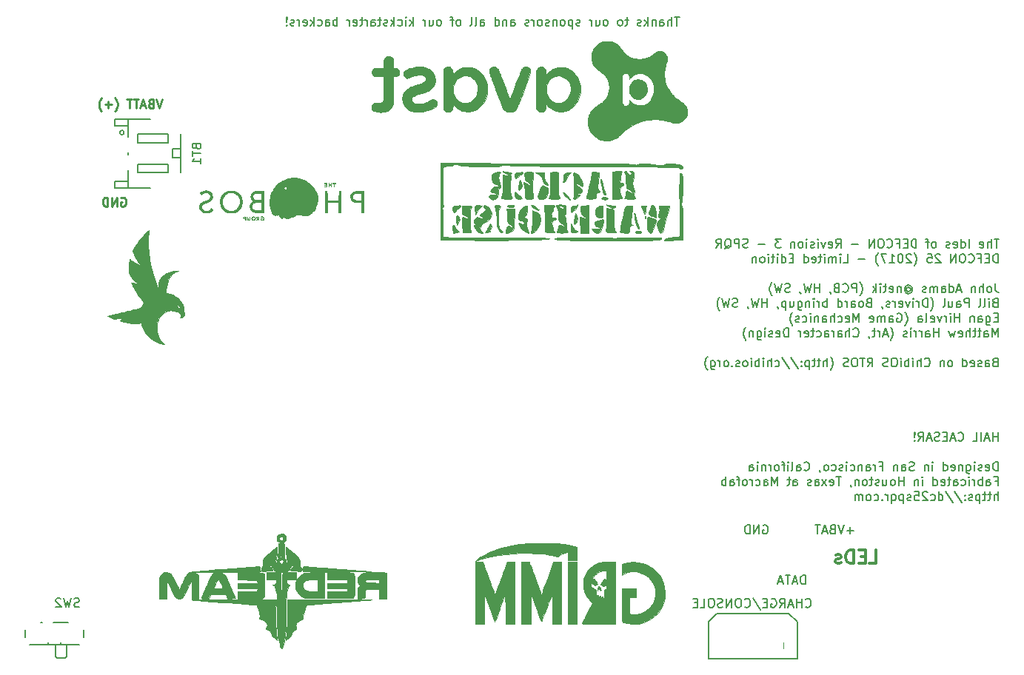
<source format=gbo>
G04 #@! TF.GenerationSoftware,KiCad,Pcbnew,(2016-12-18 revision 3ffa37c)-master*
G04 #@! TF.CreationDate,2017-04-20T19:48:47-07:00*
G04 #@! TF.ProjectId,badge-kicad,62616467652D6B696361642E6B696361,rev?*
G04 #@! TF.FileFunction,Legend,Bot*
G04 #@! TF.FilePolarity,Positive*
%FSLAX46Y46*%
G04 Gerber Fmt 4.6, Leading zero omitted, Abs format (unit mm)*
G04 Created by KiCad (PCBNEW (2016-12-18 revision 3ffa37c)-master) date Thursday, April 20, 2017 'PMt' 07:48:47 PM*
%MOMM*%
%LPD*%
G01*
G04 APERTURE LIST*
%ADD10C,0.150000*%
%ADD11C,0.250000*%
%ADD12C,0.200000*%
%ADD13C,0.300000*%
%ADD14C,0.010000*%
%ADD15C,0.127000*%
%ADD16C,0.007620*%
%ADD17C,0.152400*%
G04 APERTURE END LIST*
D10*
D11*
X114901904Y-74232000D02*
X114997142Y-74184380D01*
X115140000Y-74184380D01*
X115282857Y-74232000D01*
X115378095Y-74327238D01*
X115425714Y-74422476D01*
X115473333Y-74612952D01*
X115473333Y-74755809D01*
X115425714Y-74946285D01*
X115378095Y-75041523D01*
X115282857Y-75136761D01*
X115140000Y-75184380D01*
X115044761Y-75184380D01*
X114901904Y-75136761D01*
X114854285Y-75089142D01*
X114854285Y-74755809D01*
X115044761Y-74755809D01*
X114425714Y-75184380D02*
X114425714Y-74184380D01*
X113854285Y-75184380D01*
X113854285Y-74184380D01*
X113378095Y-75184380D02*
X113378095Y-74184380D01*
X113140000Y-74184380D01*
X112997142Y-74232000D01*
X112901904Y-74327238D01*
X112854285Y-74422476D01*
X112806666Y-74612952D01*
X112806666Y-74755809D01*
X112854285Y-74946285D01*
X112901904Y-75041523D01*
X112997142Y-75136761D01*
X113140000Y-75184380D01*
X113378095Y-75184380D01*
X119630476Y-62944380D02*
X119297142Y-63944380D01*
X118963809Y-62944380D01*
X118297142Y-63420571D02*
X118154285Y-63468190D01*
X118106666Y-63515809D01*
X118059047Y-63611047D01*
X118059047Y-63753904D01*
X118106666Y-63849142D01*
X118154285Y-63896761D01*
X118249523Y-63944380D01*
X118630476Y-63944380D01*
X118630476Y-62944380D01*
X118297142Y-62944380D01*
X118201904Y-62992000D01*
X118154285Y-63039619D01*
X118106666Y-63134857D01*
X118106666Y-63230095D01*
X118154285Y-63325333D01*
X118201904Y-63372952D01*
X118297142Y-63420571D01*
X118630476Y-63420571D01*
X117678095Y-63658666D02*
X117201904Y-63658666D01*
X117773333Y-63944380D02*
X117440000Y-62944380D01*
X117106666Y-63944380D01*
X116916190Y-62944380D02*
X116344761Y-62944380D01*
X116630476Y-63944380D02*
X116630476Y-62944380D01*
X116154285Y-62944380D02*
X115582857Y-62944380D01*
X115868571Y-63944380D02*
X115868571Y-62944380D01*
X114201904Y-64325333D02*
X114249523Y-64277714D01*
X114344761Y-64134857D01*
X114392380Y-64039619D01*
X114440000Y-63896761D01*
X114487619Y-63658666D01*
X114487619Y-63468190D01*
X114440000Y-63230095D01*
X114392380Y-63087238D01*
X114344761Y-62992000D01*
X114249523Y-62849142D01*
X114201904Y-62801523D01*
X113820952Y-63563428D02*
X113059047Y-63563428D01*
X113440000Y-63944380D02*
X113440000Y-63182476D01*
X112678095Y-64325333D02*
X112630476Y-64277714D01*
X112535238Y-64134857D01*
X112487619Y-64039619D01*
X112440000Y-63896761D01*
X112392380Y-63658666D01*
X112392380Y-63468190D01*
X112440000Y-63230095D01*
X112487619Y-63087238D01*
X112535238Y-62992000D01*
X112630476Y-62849142D01*
X112678095Y-62801523D01*
D12*
X178763809Y-53544380D02*
X178192380Y-53544380D01*
X178478095Y-54544380D02*
X178478095Y-53544380D01*
X177859047Y-54544380D02*
X177859047Y-53544380D01*
X177430476Y-54544380D02*
X177430476Y-54020571D01*
X177478095Y-53925333D01*
X177573333Y-53877714D01*
X177716190Y-53877714D01*
X177811428Y-53925333D01*
X177859047Y-53972952D01*
X176525714Y-54544380D02*
X176525714Y-54020571D01*
X176573333Y-53925333D01*
X176668571Y-53877714D01*
X176859047Y-53877714D01*
X176954285Y-53925333D01*
X176525714Y-54496761D02*
X176620952Y-54544380D01*
X176859047Y-54544380D01*
X176954285Y-54496761D01*
X177001904Y-54401523D01*
X177001904Y-54306285D01*
X176954285Y-54211047D01*
X176859047Y-54163428D01*
X176620952Y-54163428D01*
X176525714Y-54115809D01*
X176049523Y-53877714D02*
X176049523Y-54544380D01*
X176049523Y-53972952D02*
X176001904Y-53925333D01*
X175906666Y-53877714D01*
X175763809Y-53877714D01*
X175668571Y-53925333D01*
X175620952Y-54020571D01*
X175620952Y-54544380D01*
X175144761Y-54544380D02*
X175144761Y-53544380D01*
X175049523Y-54163428D02*
X174763809Y-54544380D01*
X174763809Y-53877714D02*
X175144761Y-54258666D01*
X174382857Y-54496761D02*
X174287619Y-54544380D01*
X174097142Y-54544380D01*
X174001904Y-54496761D01*
X173954285Y-54401523D01*
X173954285Y-54353904D01*
X174001904Y-54258666D01*
X174097142Y-54211047D01*
X174240000Y-54211047D01*
X174335238Y-54163428D01*
X174382857Y-54068190D01*
X174382857Y-54020571D01*
X174335238Y-53925333D01*
X174240000Y-53877714D01*
X174097142Y-53877714D01*
X174001904Y-53925333D01*
X172906666Y-53877714D02*
X172525714Y-53877714D01*
X172763809Y-53544380D02*
X172763809Y-54401523D01*
X172716190Y-54496761D01*
X172620952Y-54544380D01*
X172525714Y-54544380D01*
X172049523Y-54544380D02*
X172144761Y-54496761D01*
X172192380Y-54449142D01*
X172240000Y-54353904D01*
X172240000Y-54068190D01*
X172192380Y-53972952D01*
X172144761Y-53925333D01*
X172049523Y-53877714D01*
X171906666Y-53877714D01*
X171811428Y-53925333D01*
X171763809Y-53972952D01*
X171716190Y-54068190D01*
X171716190Y-54353904D01*
X171763809Y-54449142D01*
X171811428Y-54496761D01*
X171906666Y-54544380D01*
X172049523Y-54544380D01*
X170382857Y-54544380D02*
X170478095Y-54496761D01*
X170525714Y-54449142D01*
X170573333Y-54353904D01*
X170573333Y-54068190D01*
X170525714Y-53972952D01*
X170478095Y-53925333D01*
X170382857Y-53877714D01*
X170240000Y-53877714D01*
X170144761Y-53925333D01*
X170097142Y-53972952D01*
X170049523Y-54068190D01*
X170049523Y-54353904D01*
X170097142Y-54449142D01*
X170144761Y-54496761D01*
X170240000Y-54544380D01*
X170382857Y-54544380D01*
X169192380Y-53877714D02*
X169192380Y-54544380D01*
X169620952Y-53877714D02*
X169620952Y-54401523D01*
X169573333Y-54496761D01*
X169478095Y-54544380D01*
X169335238Y-54544380D01*
X169240000Y-54496761D01*
X169192380Y-54449142D01*
X168716190Y-54544380D02*
X168716190Y-53877714D01*
X168716190Y-54068190D02*
X168668571Y-53972952D01*
X168620952Y-53925333D01*
X168525714Y-53877714D01*
X168430476Y-53877714D01*
X167382857Y-54496761D02*
X167287619Y-54544380D01*
X167097142Y-54544380D01*
X167001904Y-54496761D01*
X166954285Y-54401523D01*
X166954285Y-54353904D01*
X167001904Y-54258666D01*
X167097142Y-54211047D01*
X167240000Y-54211047D01*
X167335238Y-54163428D01*
X167382857Y-54068190D01*
X167382857Y-54020571D01*
X167335238Y-53925333D01*
X167240000Y-53877714D01*
X167097142Y-53877714D01*
X167001904Y-53925333D01*
X166525714Y-53877714D02*
X166525714Y-54877714D01*
X166525714Y-53925333D02*
X166430476Y-53877714D01*
X166240000Y-53877714D01*
X166144761Y-53925333D01*
X166097142Y-53972952D01*
X166049523Y-54068190D01*
X166049523Y-54353904D01*
X166097142Y-54449142D01*
X166144761Y-54496761D01*
X166240000Y-54544380D01*
X166430476Y-54544380D01*
X166525714Y-54496761D01*
X165478095Y-54544380D02*
X165573333Y-54496761D01*
X165620952Y-54449142D01*
X165668571Y-54353904D01*
X165668571Y-54068190D01*
X165620952Y-53972952D01*
X165573333Y-53925333D01*
X165478095Y-53877714D01*
X165335238Y-53877714D01*
X165240000Y-53925333D01*
X165192380Y-53972952D01*
X165144761Y-54068190D01*
X165144761Y-54353904D01*
X165192380Y-54449142D01*
X165240000Y-54496761D01*
X165335238Y-54544380D01*
X165478095Y-54544380D01*
X164716190Y-53877714D02*
X164716190Y-54544380D01*
X164716190Y-53972952D02*
X164668571Y-53925333D01*
X164573333Y-53877714D01*
X164430476Y-53877714D01*
X164335238Y-53925333D01*
X164287619Y-54020571D01*
X164287619Y-54544380D01*
X163859047Y-54496761D02*
X163763809Y-54544380D01*
X163573333Y-54544380D01*
X163478095Y-54496761D01*
X163430476Y-54401523D01*
X163430476Y-54353904D01*
X163478095Y-54258666D01*
X163573333Y-54211047D01*
X163716190Y-54211047D01*
X163811428Y-54163428D01*
X163859047Y-54068190D01*
X163859047Y-54020571D01*
X163811428Y-53925333D01*
X163716190Y-53877714D01*
X163573333Y-53877714D01*
X163478095Y-53925333D01*
X162859047Y-54544380D02*
X162954285Y-54496761D01*
X163001904Y-54449142D01*
X163049523Y-54353904D01*
X163049523Y-54068190D01*
X163001904Y-53972952D01*
X162954285Y-53925333D01*
X162859047Y-53877714D01*
X162716190Y-53877714D01*
X162620952Y-53925333D01*
X162573333Y-53972952D01*
X162525714Y-54068190D01*
X162525714Y-54353904D01*
X162573333Y-54449142D01*
X162620952Y-54496761D01*
X162716190Y-54544380D01*
X162859047Y-54544380D01*
X162097142Y-54544380D02*
X162097142Y-53877714D01*
X162097142Y-54068190D02*
X162049523Y-53972952D01*
X162001904Y-53925333D01*
X161906666Y-53877714D01*
X161811428Y-53877714D01*
X161525714Y-54496761D02*
X161430476Y-54544380D01*
X161240000Y-54544380D01*
X161144761Y-54496761D01*
X161097142Y-54401523D01*
X161097142Y-54353904D01*
X161144761Y-54258666D01*
X161240000Y-54211047D01*
X161382857Y-54211047D01*
X161478095Y-54163428D01*
X161525714Y-54068190D01*
X161525714Y-54020571D01*
X161478095Y-53925333D01*
X161382857Y-53877714D01*
X161240000Y-53877714D01*
X161144761Y-53925333D01*
X159478095Y-54544380D02*
X159478095Y-54020571D01*
X159525714Y-53925333D01*
X159620952Y-53877714D01*
X159811428Y-53877714D01*
X159906666Y-53925333D01*
X159478095Y-54496761D02*
X159573333Y-54544380D01*
X159811428Y-54544380D01*
X159906666Y-54496761D01*
X159954285Y-54401523D01*
X159954285Y-54306285D01*
X159906666Y-54211047D01*
X159811428Y-54163428D01*
X159573333Y-54163428D01*
X159478095Y-54115809D01*
X159001904Y-53877714D02*
X159001904Y-54544380D01*
X159001904Y-53972952D02*
X158954285Y-53925333D01*
X158859047Y-53877714D01*
X158716190Y-53877714D01*
X158620952Y-53925333D01*
X158573333Y-54020571D01*
X158573333Y-54544380D01*
X157668571Y-54544380D02*
X157668571Y-53544380D01*
X157668571Y-54496761D02*
X157763809Y-54544380D01*
X157954285Y-54544380D01*
X158049523Y-54496761D01*
X158097142Y-54449142D01*
X158144761Y-54353904D01*
X158144761Y-54068190D01*
X158097142Y-53972952D01*
X158049523Y-53925333D01*
X157954285Y-53877714D01*
X157763809Y-53877714D01*
X157668571Y-53925333D01*
X156001904Y-54544380D02*
X156001904Y-54020571D01*
X156049523Y-53925333D01*
X156144761Y-53877714D01*
X156335238Y-53877714D01*
X156430476Y-53925333D01*
X156001904Y-54496761D02*
X156097142Y-54544380D01*
X156335238Y-54544380D01*
X156430476Y-54496761D01*
X156478095Y-54401523D01*
X156478095Y-54306285D01*
X156430476Y-54211047D01*
X156335238Y-54163428D01*
X156097142Y-54163428D01*
X156001904Y-54115809D01*
X155382857Y-54544380D02*
X155478095Y-54496761D01*
X155525714Y-54401523D01*
X155525714Y-53544380D01*
X154859047Y-54544380D02*
X154954285Y-54496761D01*
X155001904Y-54401523D01*
X155001904Y-53544380D01*
X153573333Y-54544380D02*
X153668571Y-54496761D01*
X153716190Y-54449142D01*
X153763809Y-54353904D01*
X153763809Y-54068190D01*
X153716190Y-53972952D01*
X153668571Y-53925333D01*
X153573333Y-53877714D01*
X153430476Y-53877714D01*
X153335238Y-53925333D01*
X153287619Y-53972952D01*
X153240000Y-54068190D01*
X153240000Y-54353904D01*
X153287619Y-54449142D01*
X153335238Y-54496761D01*
X153430476Y-54544380D01*
X153573333Y-54544380D01*
X152954285Y-53877714D02*
X152573333Y-53877714D01*
X152811428Y-54544380D02*
X152811428Y-53687238D01*
X152763809Y-53592000D01*
X152668571Y-53544380D01*
X152573333Y-53544380D01*
X151335238Y-54544380D02*
X151430476Y-54496761D01*
X151478095Y-54449142D01*
X151525714Y-54353904D01*
X151525714Y-54068190D01*
X151478095Y-53972952D01*
X151430476Y-53925333D01*
X151335238Y-53877714D01*
X151192380Y-53877714D01*
X151097142Y-53925333D01*
X151049523Y-53972952D01*
X151001904Y-54068190D01*
X151001904Y-54353904D01*
X151049523Y-54449142D01*
X151097142Y-54496761D01*
X151192380Y-54544380D01*
X151335238Y-54544380D01*
X150144761Y-53877714D02*
X150144761Y-54544380D01*
X150573333Y-53877714D02*
X150573333Y-54401523D01*
X150525714Y-54496761D01*
X150430476Y-54544380D01*
X150287619Y-54544380D01*
X150192380Y-54496761D01*
X150144761Y-54449142D01*
X149668571Y-54544380D02*
X149668571Y-53877714D01*
X149668571Y-54068190D02*
X149620952Y-53972952D01*
X149573333Y-53925333D01*
X149478095Y-53877714D01*
X149382857Y-53877714D01*
X148287619Y-54544380D02*
X148287619Y-53544380D01*
X148192380Y-54163428D02*
X147906666Y-54544380D01*
X147906666Y-53877714D02*
X148287619Y-54258666D01*
X147478095Y-54544380D02*
X147478095Y-53877714D01*
X147478095Y-53544380D02*
X147525714Y-53592000D01*
X147478095Y-53639619D01*
X147430476Y-53592000D01*
X147478095Y-53544380D01*
X147478095Y-53639619D01*
X146573333Y-54496761D02*
X146668571Y-54544380D01*
X146859047Y-54544380D01*
X146954285Y-54496761D01*
X147001904Y-54449142D01*
X147049523Y-54353904D01*
X147049523Y-54068190D01*
X147001904Y-53972952D01*
X146954285Y-53925333D01*
X146859047Y-53877714D01*
X146668571Y-53877714D01*
X146573333Y-53925333D01*
X146144761Y-54544380D02*
X146144761Y-53544380D01*
X146049523Y-54163428D02*
X145763809Y-54544380D01*
X145763809Y-53877714D02*
X146144761Y-54258666D01*
X145382857Y-54496761D02*
X145287619Y-54544380D01*
X145097142Y-54544380D01*
X145001904Y-54496761D01*
X144954285Y-54401523D01*
X144954285Y-54353904D01*
X145001904Y-54258666D01*
X145097142Y-54211047D01*
X145240000Y-54211047D01*
X145335238Y-54163428D01*
X145382857Y-54068190D01*
X145382857Y-54020571D01*
X145335238Y-53925333D01*
X145240000Y-53877714D01*
X145097142Y-53877714D01*
X145001904Y-53925333D01*
X144668571Y-53877714D02*
X144287619Y-53877714D01*
X144525714Y-53544380D02*
X144525714Y-54401523D01*
X144478095Y-54496761D01*
X144382857Y-54544380D01*
X144287619Y-54544380D01*
X143525714Y-54544380D02*
X143525714Y-54020571D01*
X143573333Y-53925333D01*
X143668571Y-53877714D01*
X143859047Y-53877714D01*
X143954285Y-53925333D01*
X143525714Y-54496761D02*
X143620952Y-54544380D01*
X143859047Y-54544380D01*
X143954285Y-54496761D01*
X144001904Y-54401523D01*
X144001904Y-54306285D01*
X143954285Y-54211047D01*
X143859047Y-54163428D01*
X143620952Y-54163428D01*
X143525714Y-54115809D01*
X143049523Y-54544380D02*
X143049523Y-53877714D01*
X143049523Y-54068190D02*
X143001904Y-53972952D01*
X142954285Y-53925333D01*
X142859047Y-53877714D01*
X142763809Y-53877714D01*
X142573333Y-53877714D02*
X142192380Y-53877714D01*
X142430476Y-53544380D02*
X142430476Y-54401523D01*
X142382857Y-54496761D01*
X142287619Y-54544380D01*
X142192380Y-54544380D01*
X141478095Y-54496761D02*
X141573333Y-54544380D01*
X141763809Y-54544380D01*
X141859047Y-54496761D01*
X141906666Y-54401523D01*
X141906666Y-54020571D01*
X141859047Y-53925333D01*
X141763809Y-53877714D01*
X141573333Y-53877714D01*
X141478095Y-53925333D01*
X141430476Y-54020571D01*
X141430476Y-54115809D01*
X141906666Y-54211047D01*
X141001904Y-54544380D02*
X141001904Y-53877714D01*
X141001904Y-54068190D02*
X140954285Y-53972952D01*
X140906666Y-53925333D01*
X140811428Y-53877714D01*
X140716190Y-53877714D01*
X139620952Y-54544380D02*
X139620952Y-53544380D01*
X139620952Y-53925333D02*
X139525714Y-53877714D01*
X139335238Y-53877714D01*
X139240000Y-53925333D01*
X139192380Y-53972952D01*
X139144761Y-54068190D01*
X139144761Y-54353904D01*
X139192380Y-54449142D01*
X139240000Y-54496761D01*
X139335238Y-54544380D01*
X139525714Y-54544380D01*
X139620952Y-54496761D01*
X138287619Y-54544380D02*
X138287619Y-54020571D01*
X138335238Y-53925333D01*
X138430476Y-53877714D01*
X138620952Y-53877714D01*
X138716190Y-53925333D01*
X138287619Y-54496761D02*
X138382857Y-54544380D01*
X138620952Y-54544380D01*
X138716190Y-54496761D01*
X138763809Y-54401523D01*
X138763809Y-54306285D01*
X138716190Y-54211047D01*
X138620952Y-54163428D01*
X138382857Y-54163428D01*
X138287619Y-54115809D01*
X137382857Y-54496761D02*
X137478095Y-54544380D01*
X137668571Y-54544380D01*
X137763809Y-54496761D01*
X137811428Y-54449142D01*
X137859047Y-54353904D01*
X137859047Y-54068190D01*
X137811428Y-53972952D01*
X137763809Y-53925333D01*
X137668571Y-53877714D01*
X137478095Y-53877714D01*
X137382857Y-53925333D01*
X136954285Y-54544380D02*
X136954285Y-53544380D01*
X136859047Y-54163428D02*
X136573333Y-54544380D01*
X136573333Y-53877714D02*
X136954285Y-54258666D01*
X135763809Y-54496761D02*
X135859047Y-54544380D01*
X136049523Y-54544380D01*
X136144761Y-54496761D01*
X136192380Y-54401523D01*
X136192380Y-54020571D01*
X136144761Y-53925333D01*
X136049523Y-53877714D01*
X135859047Y-53877714D01*
X135763809Y-53925333D01*
X135716190Y-54020571D01*
X135716190Y-54115809D01*
X136192380Y-54211047D01*
X135287619Y-54544380D02*
X135287619Y-53877714D01*
X135287619Y-54068190D02*
X135240000Y-53972952D01*
X135192380Y-53925333D01*
X135097142Y-53877714D01*
X135001904Y-53877714D01*
X134716190Y-54496761D02*
X134620952Y-54544380D01*
X134430476Y-54544380D01*
X134335238Y-54496761D01*
X134287619Y-54401523D01*
X134287619Y-54353904D01*
X134335238Y-54258666D01*
X134430476Y-54211047D01*
X134573333Y-54211047D01*
X134668571Y-54163428D01*
X134716190Y-54068190D01*
X134716190Y-54020571D01*
X134668571Y-53925333D01*
X134573333Y-53877714D01*
X134430476Y-53877714D01*
X134335238Y-53925333D01*
X133859047Y-54449142D02*
X133811428Y-54496761D01*
X133859047Y-54544380D01*
X133906666Y-54496761D01*
X133859047Y-54449142D01*
X133859047Y-54544380D01*
X133859047Y-54163428D02*
X133906666Y-53592000D01*
X133859047Y-53544380D01*
X133811428Y-53592000D01*
X133859047Y-54163428D01*
X133859047Y-53544380D01*
X215306761Y-78944380D02*
X214735333Y-78944380D01*
X215021047Y-79944380D02*
X215021047Y-78944380D01*
X214402000Y-79944380D02*
X214402000Y-78944380D01*
X213973428Y-79944380D02*
X213973428Y-79420571D01*
X214021047Y-79325333D01*
X214116285Y-79277714D01*
X214259142Y-79277714D01*
X214354380Y-79325333D01*
X214402000Y-79372952D01*
X213116285Y-79896761D02*
X213211523Y-79944380D01*
X213402000Y-79944380D01*
X213497238Y-79896761D01*
X213544857Y-79801523D01*
X213544857Y-79420571D01*
X213497238Y-79325333D01*
X213402000Y-79277714D01*
X213211523Y-79277714D01*
X213116285Y-79325333D01*
X213068666Y-79420571D01*
X213068666Y-79515809D01*
X213544857Y-79611047D01*
X211878190Y-79944380D02*
X211878190Y-78944380D01*
X210973428Y-79944380D02*
X210973428Y-78944380D01*
X210973428Y-79896761D02*
X211068666Y-79944380D01*
X211259142Y-79944380D01*
X211354380Y-79896761D01*
X211402000Y-79849142D01*
X211449619Y-79753904D01*
X211449619Y-79468190D01*
X211402000Y-79372952D01*
X211354380Y-79325333D01*
X211259142Y-79277714D01*
X211068666Y-79277714D01*
X210973428Y-79325333D01*
X210116285Y-79896761D02*
X210211523Y-79944380D01*
X210402000Y-79944380D01*
X210497238Y-79896761D01*
X210544857Y-79801523D01*
X210544857Y-79420571D01*
X210497238Y-79325333D01*
X210402000Y-79277714D01*
X210211523Y-79277714D01*
X210116285Y-79325333D01*
X210068666Y-79420571D01*
X210068666Y-79515809D01*
X210544857Y-79611047D01*
X209687714Y-79896761D02*
X209592476Y-79944380D01*
X209402000Y-79944380D01*
X209306761Y-79896761D01*
X209259142Y-79801523D01*
X209259142Y-79753904D01*
X209306761Y-79658666D01*
X209402000Y-79611047D01*
X209544857Y-79611047D01*
X209640095Y-79563428D01*
X209687714Y-79468190D01*
X209687714Y-79420571D01*
X209640095Y-79325333D01*
X209544857Y-79277714D01*
X209402000Y-79277714D01*
X209306761Y-79325333D01*
X207925809Y-79944380D02*
X208021047Y-79896761D01*
X208068666Y-79849142D01*
X208116285Y-79753904D01*
X208116285Y-79468190D01*
X208068666Y-79372952D01*
X208021047Y-79325333D01*
X207925809Y-79277714D01*
X207782952Y-79277714D01*
X207687714Y-79325333D01*
X207640095Y-79372952D01*
X207592476Y-79468190D01*
X207592476Y-79753904D01*
X207640095Y-79849142D01*
X207687714Y-79896761D01*
X207782952Y-79944380D01*
X207925809Y-79944380D01*
X207306761Y-79277714D02*
X206925809Y-79277714D01*
X207163904Y-79944380D02*
X207163904Y-79087238D01*
X207116285Y-78992000D01*
X207021047Y-78944380D01*
X206925809Y-78944380D01*
X205830571Y-79944380D02*
X205830571Y-78944380D01*
X205592476Y-78944380D01*
X205449619Y-78992000D01*
X205354380Y-79087238D01*
X205306761Y-79182476D01*
X205259142Y-79372952D01*
X205259142Y-79515809D01*
X205306761Y-79706285D01*
X205354380Y-79801523D01*
X205449619Y-79896761D01*
X205592476Y-79944380D01*
X205830571Y-79944380D01*
X204830571Y-79420571D02*
X204497238Y-79420571D01*
X204354380Y-79944380D02*
X204830571Y-79944380D01*
X204830571Y-78944380D01*
X204354380Y-78944380D01*
X203592476Y-79420571D02*
X203925809Y-79420571D01*
X203925809Y-79944380D02*
X203925809Y-78944380D01*
X203449619Y-78944380D01*
X202497238Y-79849142D02*
X202544857Y-79896761D01*
X202687714Y-79944380D01*
X202782952Y-79944380D01*
X202925809Y-79896761D01*
X203021047Y-79801523D01*
X203068666Y-79706285D01*
X203116285Y-79515809D01*
X203116285Y-79372952D01*
X203068666Y-79182476D01*
X203021047Y-79087238D01*
X202925809Y-78992000D01*
X202782952Y-78944380D01*
X202687714Y-78944380D01*
X202544857Y-78992000D01*
X202497238Y-79039619D01*
X201878190Y-78944380D02*
X201687714Y-78944380D01*
X201592476Y-78992000D01*
X201497238Y-79087238D01*
X201449619Y-79277714D01*
X201449619Y-79611047D01*
X201497238Y-79801523D01*
X201592476Y-79896761D01*
X201687714Y-79944380D01*
X201878190Y-79944380D01*
X201973428Y-79896761D01*
X202068666Y-79801523D01*
X202116285Y-79611047D01*
X202116285Y-79277714D01*
X202068666Y-79087238D01*
X201973428Y-78992000D01*
X201878190Y-78944380D01*
X201021047Y-79944380D02*
X201021047Y-78944380D01*
X200449619Y-79944380D01*
X200449619Y-78944380D01*
X199211523Y-79563428D02*
X198449619Y-79563428D01*
X196640095Y-79944380D02*
X196973428Y-79468190D01*
X197211523Y-79944380D02*
X197211523Y-78944380D01*
X196830571Y-78944380D01*
X196735333Y-78992000D01*
X196687714Y-79039619D01*
X196640095Y-79134857D01*
X196640095Y-79277714D01*
X196687714Y-79372952D01*
X196735333Y-79420571D01*
X196830571Y-79468190D01*
X197211523Y-79468190D01*
X195830571Y-79896761D02*
X195925809Y-79944380D01*
X196116285Y-79944380D01*
X196211523Y-79896761D01*
X196259142Y-79801523D01*
X196259142Y-79420571D01*
X196211523Y-79325333D01*
X196116285Y-79277714D01*
X195925809Y-79277714D01*
X195830571Y-79325333D01*
X195782952Y-79420571D01*
X195782952Y-79515809D01*
X196259142Y-79611047D01*
X195449619Y-79277714D02*
X195211523Y-79944380D01*
X194973428Y-79277714D01*
X194592476Y-79944380D02*
X194592476Y-79277714D01*
X194592476Y-78944380D02*
X194640095Y-78992000D01*
X194592476Y-79039619D01*
X194544857Y-78992000D01*
X194592476Y-78944380D01*
X194592476Y-79039619D01*
X194163904Y-79896761D02*
X194068666Y-79944380D01*
X193878190Y-79944380D01*
X193782952Y-79896761D01*
X193735333Y-79801523D01*
X193735333Y-79753904D01*
X193782952Y-79658666D01*
X193878190Y-79611047D01*
X194021047Y-79611047D01*
X194116285Y-79563428D01*
X194163904Y-79468190D01*
X194163904Y-79420571D01*
X194116285Y-79325333D01*
X194021047Y-79277714D01*
X193878190Y-79277714D01*
X193782952Y-79325333D01*
X193306761Y-79944380D02*
X193306761Y-79277714D01*
X193306761Y-78944380D02*
X193354380Y-78992000D01*
X193306761Y-79039619D01*
X193259142Y-78992000D01*
X193306761Y-78944380D01*
X193306761Y-79039619D01*
X192687714Y-79944380D02*
X192782952Y-79896761D01*
X192830571Y-79849142D01*
X192878190Y-79753904D01*
X192878190Y-79468190D01*
X192830571Y-79372952D01*
X192782952Y-79325333D01*
X192687714Y-79277714D01*
X192544857Y-79277714D01*
X192449619Y-79325333D01*
X192402000Y-79372952D01*
X192354380Y-79468190D01*
X192354380Y-79753904D01*
X192402000Y-79849142D01*
X192449619Y-79896761D01*
X192544857Y-79944380D01*
X192687714Y-79944380D01*
X191925809Y-79277714D02*
X191925809Y-79944380D01*
X191925809Y-79372952D02*
X191878190Y-79325333D01*
X191782952Y-79277714D01*
X191640095Y-79277714D01*
X191544857Y-79325333D01*
X191497238Y-79420571D01*
X191497238Y-79944380D01*
X190354380Y-78944380D02*
X189735333Y-78944380D01*
X190068666Y-79325333D01*
X189925809Y-79325333D01*
X189830571Y-79372952D01*
X189782952Y-79420571D01*
X189735333Y-79515809D01*
X189735333Y-79753904D01*
X189782952Y-79849142D01*
X189830571Y-79896761D01*
X189925809Y-79944380D01*
X190211523Y-79944380D01*
X190306761Y-79896761D01*
X190354380Y-79849142D01*
X188544857Y-79563428D02*
X187782952Y-79563428D01*
X186592476Y-79896761D02*
X186449619Y-79944380D01*
X186211523Y-79944380D01*
X186116285Y-79896761D01*
X186068666Y-79849142D01*
X186021047Y-79753904D01*
X186021047Y-79658666D01*
X186068666Y-79563428D01*
X186116285Y-79515809D01*
X186211523Y-79468190D01*
X186402000Y-79420571D01*
X186497238Y-79372952D01*
X186544857Y-79325333D01*
X186592476Y-79230095D01*
X186592476Y-79134857D01*
X186544857Y-79039619D01*
X186497238Y-78992000D01*
X186402000Y-78944380D01*
X186163904Y-78944380D01*
X186021047Y-78992000D01*
X185592476Y-79944380D02*
X185592476Y-78944380D01*
X185211523Y-78944380D01*
X185116285Y-78992000D01*
X185068666Y-79039619D01*
X185021047Y-79134857D01*
X185021047Y-79277714D01*
X185068666Y-79372952D01*
X185116285Y-79420571D01*
X185211523Y-79468190D01*
X185592476Y-79468190D01*
X183925809Y-80039619D02*
X184021047Y-79992000D01*
X184116285Y-79896761D01*
X184259142Y-79753904D01*
X184354380Y-79706285D01*
X184449619Y-79706285D01*
X184402000Y-79944380D02*
X184497238Y-79896761D01*
X184592476Y-79801523D01*
X184640095Y-79611047D01*
X184640095Y-79277714D01*
X184592476Y-79087238D01*
X184497238Y-78992000D01*
X184402000Y-78944380D01*
X184211523Y-78944380D01*
X184116285Y-78992000D01*
X184021047Y-79087238D01*
X183973428Y-79277714D01*
X183973428Y-79611047D01*
X184021047Y-79801523D01*
X184116285Y-79896761D01*
X184211523Y-79944380D01*
X184402000Y-79944380D01*
X182973428Y-79944380D02*
X183306761Y-79468190D01*
X183544857Y-79944380D02*
X183544857Y-78944380D01*
X183163904Y-78944380D01*
X183068666Y-78992000D01*
X183021047Y-79039619D01*
X182973428Y-79134857D01*
X182973428Y-79277714D01*
X183021047Y-79372952D01*
X183068666Y-79420571D01*
X183163904Y-79468190D01*
X183544857Y-79468190D01*
X215163904Y-81644380D02*
X215163904Y-80644380D01*
X214925809Y-80644380D01*
X214782952Y-80692000D01*
X214687714Y-80787238D01*
X214640095Y-80882476D01*
X214592476Y-81072952D01*
X214592476Y-81215809D01*
X214640095Y-81406285D01*
X214687714Y-81501523D01*
X214782952Y-81596761D01*
X214925809Y-81644380D01*
X215163904Y-81644380D01*
X214163904Y-81120571D02*
X213830571Y-81120571D01*
X213687714Y-81644380D02*
X214163904Y-81644380D01*
X214163904Y-80644380D01*
X213687714Y-80644380D01*
X212925809Y-81120571D02*
X213259142Y-81120571D01*
X213259142Y-81644380D02*
X213259142Y-80644380D01*
X212782952Y-80644380D01*
X211830571Y-81549142D02*
X211878190Y-81596761D01*
X212021047Y-81644380D01*
X212116285Y-81644380D01*
X212259142Y-81596761D01*
X212354380Y-81501523D01*
X212402000Y-81406285D01*
X212449619Y-81215809D01*
X212449619Y-81072952D01*
X212402000Y-80882476D01*
X212354380Y-80787238D01*
X212259142Y-80692000D01*
X212116285Y-80644380D01*
X212021047Y-80644380D01*
X211878190Y-80692000D01*
X211830571Y-80739619D01*
X211211523Y-80644380D02*
X211021047Y-80644380D01*
X210925809Y-80692000D01*
X210830571Y-80787238D01*
X210782952Y-80977714D01*
X210782952Y-81311047D01*
X210830571Y-81501523D01*
X210925809Y-81596761D01*
X211021047Y-81644380D01*
X211211523Y-81644380D01*
X211306761Y-81596761D01*
X211402000Y-81501523D01*
X211449619Y-81311047D01*
X211449619Y-80977714D01*
X211402000Y-80787238D01*
X211306761Y-80692000D01*
X211211523Y-80644380D01*
X210354380Y-81644380D02*
X210354380Y-80644380D01*
X209782952Y-81644380D01*
X209782952Y-80644380D01*
X208592476Y-80739619D02*
X208544857Y-80692000D01*
X208449619Y-80644380D01*
X208211523Y-80644380D01*
X208116285Y-80692000D01*
X208068666Y-80739619D01*
X208021047Y-80834857D01*
X208021047Y-80930095D01*
X208068666Y-81072952D01*
X208640095Y-81644380D01*
X208021047Y-81644380D01*
X207116285Y-80644380D02*
X207592476Y-80644380D01*
X207640095Y-81120571D01*
X207592476Y-81072952D01*
X207497238Y-81025333D01*
X207259142Y-81025333D01*
X207163904Y-81072952D01*
X207116285Y-81120571D01*
X207068666Y-81215809D01*
X207068666Y-81453904D01*
X207116285Y-81549142D01*
X207163904Y-81596761D01*
X207259142Y-81644380D01*
X207497238Y-81644380D01*
X207592476Y-81596761D01*
X207640095Y-81549142D01*
X205592476Y-82025333D02*
X205640095Y-81977714D01*
X205735333Y-81834857D01*
X205782952Y-81739619D01*
X205830571Y-81596761D01*
X205878190Y-81358666D01*
X205878190Y-81168190D01*
X205830571Y-80930095D01*
X205782952Y-80787238D01*
X205735333Y-80692000D01*
X205640095Y-80549142D01*
X205592476Y-80501523D01*
X205259142Y-80739619D02*
X205211523Y-80692000D01*
X205116285Y-80644380D01*
X204878190Y-80644380D01*
X204782952Y-80692000D01*
X204735333Y-80739619D01*
X204687714Y-80834857D01*
X204687714Y-80930095D01*
X204735333Y-81072952D01*
X205306761Y-81644380D01*
X204687714Y-81644380D01*
X204068666Y-80644380D02*
X203973428Y-80644380D01*
X203878190Y-80692000D01*
X203830571Y-80739619D01*
X203782952Y-80834857D01*
X203735333Y-81025333D01*
X203735333Y-81263428D01*
X203782952Y-81453904D01*
X203830571Y-81549142D01*
X203878190Y-81596761D01*
X203973428Y-81644380D01*
X204068666Y-81644380D01*
X204163904Y-81596761D01*
X204211523Y-81549142D01*
X204259142Y-81453904D01*
X204306761Y-81263428D01*
X204306761Y-81025333D01*
X204259142Y-80834857D01*
X204211523Y-80739619D01*
X204163904Y-80692000D01*
X204068666Y-80644380D01*
X202782952Y-81644380D02*
X203354380Y-81644380D01*
X203068666Y-81644380D02*
X203068666Y-80644380D01*
X203163904Y-80787238D01*
X203259142Y-80882476D01*
X203354380Y-80930095D01*
X202449619Y-80644380D02*
X201782952Y-80644380D01*
X202211523Y-81644380D01*
X201497238Y-82025333D02*
X201449619Y-81977714D01*
X201354380Y-81834857D01*
X201306761Y-81739619D01*
X201259142Y-81596761D01*
X201211523Y-81358666D01*
X201211523Y-81168190D01*
X201259142Y-80930095D01*
X201306761Y-80787238D01*
X201354380Y-80692000D01*
X201449619Y-80549142D01*
X201497238Y-80501523D01*
X199973428Y-81263428D02*
X199211523Y-81263428D01*
X197497238Y-81644380D02*
X197973428Y-81644380D01*
X197973428Y-80644380D01*
X197163904Y-81644380D02*
X197163904Y-80977714D01*
X197163904Y-80644380D02*
X197211523Y-80692000D01*
X197163904Y-80739619D01*
X197116285Y-80692000D01*
X197163904Y-80644380D01*
X197163904Y-80739619D01*
X196687714Y-81644380D02*
X196687714Y-80977714D01*
X196687714Y-81072952D02*
X196640095Y-81025333D01*
X196544857Y-80977714D01*
X196402000Y-80977714D01*
X196306761Y-81025333D01*
X196259142Y-81120571D01*
X196259142Y-81644380D01*
X196259142Y-81120571D02*
X196211523Y-81025333D01*
X196116285Y-80977714D01*
X195973428Y-80977714D01*
X195878190Y-81025333D01*
X195830571Y-81120571D01*
X195830571Y-81644380D01*
X195354380Y-81644380D02*
X195354380Y-80977714D01*
X195354380Y-80644380D02*
X195402000Y-80692000D01*
X195354380Y-80739619D01*
X195306761Y-80692000D01*
X195354380Y-80644380D01*
X195354380Y-80739619D01*
X195021047Y-80977714D02*
X194640095Y-80977714D01*
X194878190Y-80644380D02*
X194878190Y-81501523D01*
X194830571Y-81596761D01*
X194735333Y-81644380D01*
X194640095Y-81644380D01*
X193925809Y-81596761D02*
X194021047Y-81644380D01*
X194211523Y-81644380D01*
X194306761Y-81596761D01*
X194354380Y-81501523D01*
X194354380Y-81120571D01*
X194306761Y-81025333D01*
X194211523Y-80977714D01*
X194021047Y-80977714D01*
X193925809Y-81025333D01*
X193878190Y-81120571D01*
X193878190Y-81215809D01*
X194354380Y-81311047D01*
X193021047Y-81644380D02*
X193021047Y-80644380D01*
X193021047Y-81596761D02*
X193116285Y-81644380D01*
X193306761Y-81644380D01*
X193402000Y-81596761D01*
X193449619Y-81549142D01*
X193497238Y-81453904D01*
X193497238Y-81168190D01*
X193449619Y-81072952D01*
X193402000Y-81025333D01*
X193306761Y-80977714D01*
X193116285Y-80977714D01*
X193021047Y-81025333D01*
X191782952Y-81120571D02*
X191449619Y-81120571D01*
X191306761Y-81644380D02*
X191782952Y-81644380D01*
X191782952Y-80644380D01*
X191306761Y-80644380D01*
X190449619Y-81644380D02*
X190449619Y-80644380D01*
X190449619Y-81596761D02*
X190544857Y-81644380D01*
X190735333Y-81644380D01*
X190830571Y-81596761D01*
X190878190Y-81549142D01*
X190925809Y-81453904D01*
X190925809Y-81168190D01*
X190878190Y-81072952D01*
X190830571Y-81025333D01*
X190735333Y-80977714D01*
X190544857Y-80977714D01*
X190449619Y-81025333D01*
X189973428Y-81644380D02*
X189973428Y-80977714D01*
X189973428Y-80644380D02*
X190021047Y-80692000D01*
X189973428Y-80739619D01*
X189925809Y-80692000D01*
X189973428Y-80644380D01*
X189973428Y-80739619D01*
X189640095Y-80977714D02*
X189259142Y-80977714D01*
X189497238Y-80644380D02*
X189497238Y-81501523D01*
X189449619Y-81596761D01*
X189354380Y-81644380D01*
X189259142Y-81644380D01*
X188925809Y-81644380D02*
X188925809Y-80977714D01*
X188925809Y-80644380D02*
X188973428Y-80692000D01*
X188925809Y-80739619D01*
X188878190Y-80692000D01*
X188925809Y-80644380D01*
X188925809Y-80739619D01*
X188306761Y-81644380D02*
X188402000Y-81596761D01*
X188449619Y-81549142D01*
X188497238Y-81453904D01*
X188497238Y-81168190D01*
X188449619Y-81072952D01*
X188402000Y-81025333D01*
X188306761Y-80977714D01*
X188163904Y-80977714D01*
X188068666Y-81025333D01*
X188021047Y-81072952D01*
X187973428Y-81168190D01*
X187973428Y-81453904D01*
X188021047Y-81549142D01*
X188068666Y-81596761D01*
X188163904Y-81644380D01*
X188306761Y-81644380D01*
X187544857Y-80977714D02*
X187544857Y-81644380D01*
X187544857Y-81072952D02*
X187497238Y-81025333D01*
X187402000Y-80977714D01*
X187259142Y-80977714D01*
X187163904Y-81025333D01*
X187116285Y-81120571D01*
X187116285Y-81644380D01*
X214878190Y-84044380D02*
X214878190Y-84758666D01*
X214925809Y-84901523D01*
X215021047Y-84996761D01*
X215163904Y-85044380D01*
X215259142Y-85044380D01*
X214259142Y-85044380D02*
X214354380Y-84996761D01*
X214402000Y-84949142D01*
X214449619Y-84853904D01*
X214449619Y-84568190D01*
X214402000Y-84472952D01*
X214354380Y-84425333D01*
X214259142Y-84377714D01*
X214116285Y-84377714D01*
X214021047Y-84425333D01*
X213973428Y-84472952D01*
X213925809Y-84568190D01*
X213925809Y-84853904D01*
X213973428Y-84949142D01*
X214021047Y-84996761D01*
X214116285Y-85044380D01*
X214259142Y-85044380D01*
X213497238Y-85044380D02*
X213497238Y-84044380D01*
X213068666Y-85044380D02*
X213068666Y-84520571D01*
X213116285Y-84425333D01*
X213211523Y-84377714D01*
X213354380Y-84377714D01*
X213449619Y-84425333D01*
X213497238Y-84472952D01*
X212592476Y-84377714D02*
X212592476Y-85044380D01*
X212592476Y-84472952D02*
X212544857Y-84425333D01*
X212449619Y-84377714D01*
X212306761Y-84377714D01*
X212211523Y-84425333D01*
X212163904Y-84520571D01*
X212163904Y-85044380D01*
X210973428Y-84758666D02*
X210497238Y-84758666D01*
X211068666Y-85044380D02*
X210735333Y-84044380D01*
X210402000Y-85044380D01*
X209640095Y-85044380D02*
X209640095Y-84044380D01*
X209640095Y-84996761D02*
X209735333Y-85044380D01*
X209925809Y-85044380D01*
X210021047Y-84996761D01*
X210068666Y-84949142D01*
X210116285Y-84853904D01*
X210116285Y-84568190D01*
X210068666Y-84472952D01*
X210021047Y-84425333D01*
X209925809Y-84377714D01*
X209735333Y-84377714D01*
X209640095Y-84425333D01*
X208735333Y-85044380D02*
X208735333Y-84520571D01*
X208782952Y-84425333D01*
X208878190Y-84377714D01*
X209068666Y-84377714D01*
X209163904Y-84425333D01*
X208735333Y-84996761D02*
X208830571Y-85044380D01*
X209068666Y-85044380D01*
X209163904Y-84996761D01*
X209211523Y-84901523D01*
X209211523Y-84806285D01*
X209163904Y-84711047D01*
X209068666Y-84663428D01*
X208830571Y-84663428D01*
X208735333Y-84615809D01*
X208259142Y-85044380D02*
X208259142Y-84377714D01*
X208259142Y-84472952D02*
X208211523Y-84425333D01*
X208116285Y-84377714D01*
X207973428Y-84377714D01*
X207878190Y-84425333D01*
X207830571Y-84520571D01*
X207830571Y-85044380D01*
X207830571Y-84520571D02*
X207782952Y-84425333D01*
X207687714Y-84377714D01*
X207544857Y-84377714D01*
X207449619Y-84425333D01*
X207402000Y-84520571D01*
X207402000Y-85044380D01*
X206973428Y-84996761D02*
X206878190Y-85044380D01*
X206687714Y-85044380D01*
X206592476Y-84996761D01*
X206544857Y-84901523D01*
X206544857Y-84853904D01*
X206592476Y-84758666D01*
X206687714Y-84711047D01*
X206830571Y-84711047D01*
X206925809Y-84663428D01*
X206973428Y-84568190D01*
X206973428Y-84520571D01*
X206925809Y-84425333D01*
X206830571Y-84377714D01*
X206687714Y-84377714D01*
X206592476Y-84425333D01*
X204735333Y-84568190D02*
X204782952Y-84520571D01*
X204878190Y-84472952D01*
X204973428Y-84472952D01*
X205068666Y-84520571D01*
X205116285Y-84568190D01*
X205163904Y-84663428D01*
X205163904Y-84758666D01*
X205116285Y-84853904D01*
X205068666Y-84901523D01*
X204973428Y-84949142D01*
X204878190Y-84949142D01*
X204782952Y-84901523D01*
X204735333Y-84853904D01*
X204735333Y-84472952D02*
X204735333Y-84853904D01*
X204687714Y-84901523D01*
X204640095Y-84901523D01*
X204544857Y-84853904D01*
X204497238Y-84758666D01*
X204497238Y-84520571D01*
X204592476Y-84377714D01*
X204735333Y-84282476D01*
X204925809Y-84234857D01*
X205116285Y-84282476D01*
X205259142Y-84377714D01*
X205354380Y-84520571D01*
X205402000Y-84711047D01*
X205354380Y-84901523D01*
X205259142Y-85044380D01*
X205116285Y-85139619D01*
X204925809Y-85187238D01*
X204735333Y-85139619D01*
X204592476Y-85044380D01*
X204068666Y-84377714D02*
X204068666Y-85044380D01*
X204068666Y-84472952D02*
X204021047Y-84425333D01*
X203925809Y-84377714D01*
X203782952Y-84377714D01*
X203687714Y-84425333D01*
X203640095Y-84520571D01*
X203640095Y-85044380D01*
X202782952Y-84996761D02*
X202878190Y-85044380D01*
X203068666Y-85044380D01*
X203163904Y-84996761D01*
X203211523Y-84901523D01*
X203211523Y-84520571D01*
X203163904Y-84425333D01*
X203068666Y-84377714D01*
X202878190Y-84377714D01*
X202782952Y-84425333D01*
X202735333Y-84520571D01*
X202735333Y-84615809D01*
X203211523Y-84711047D01*
X202449619Y-84377714D02*
X202068666Y-84377714D01*
X202306761Y-84044380D02*
X202306761Y-84901523D01*
X202259142Y-84996761D01*
X202163904Y-85044380D01*
X202068666Y-85044380D01*
X201735333Y-85044380D02*
X201735333Y-84377714D01*
X201735333Y-84044380D02*
X201782952Y-84092000D01*
X201735333Y-84139619D01*
X201687714Y-84092000D01*
X201735333Y-84044380D01*
X201735333Y-84139619D01*
X201259142Y-85044380D02*
X201259142Y-84044380D01*
X201163904Y-84663428D02*
X200878190Y-85044380D01*
X200878190Y-84377714D02*
X201259142Y-84758666D01*
X199402000Y-85425333D02*
X199449619Y-85377714D01*
X199544857Y-85234857D01*
X199592476Y-85139619D01*
X199640095Y-84996761D01*
X199687714Y-84758666D01*
X199687714Y-84568190D01*
X199640095Y-84330095D01*
X199592476Y-84187238D01*
X199544857Y-84092000D01*
X199449619Y-83949142D01*
X199402000Y-83901523D01*
X199021047Y-85044380D02*
X199021047Y-84044380D01*
X198640095Y-84044380D01*
X198544857Y-84092000D01*
X198497238Y-84139619D01*
X198449619Y-84234857D01*
X198449619Y-84377714D01*
X198497238Y-84472952D01*
X198544857Y-84520571D01*
X198640095Y-84568190D01*
X199021047Y-84568190D01*
X197449619Y-84949142D02*
X197497238Y-84996761D01*
X197640095Y-85044380D01*
X197735333Y-85044380D01*
X197878190Y-84996761D01*
X197973428Y-84901523D01*
X198021047Y-84806285D01*
X198068666Y-84615809D01*
X198068666Y-84472952D01*
X198021047Y-84282476D01*
X197973428Y-84187238D01*
X197878190Y-84092000D01*
X197735333Y-84044380D01*
X197640095Y-84044380D01*
X197497238Y-84092000D01*
X197449619Y-84139619D01*
X196687714Y-84520571D02*
X196544857Y-84568190D01*
X196497238Y-84615809D01*
X196449619Y-84711047D01*
X196449619Y-84853904D01*
X196497238Y-84949142D01*
X196544857Y-84996761D01*
X196640095Y-85044380D01*
X197021047Y-85044380D01*
X197021047Y-84044380D01*
X196687714Y-84044380D01*
X196592476Y-84092000D01*
X196544857Y-84139619D01*
X196497238Y-84234857D01*
X196497238Y-84330095D01*
X196544857Y-84425333D01*
X196592476Y-84472952D01*
X196687714Y-84520571D01*
X197021047Y-84520571D01*
X195973428Y-84996761D02*
X195973428Y-85044380D01*
X196021047Y-85139619D01*
X196068666Y-85187238D01*
X194782952Y-85044380D02*
X194782952Y-84044380D01*
X194782952Y-84520571D02*
X194211523Y-84520571D01*
X194211523Y-85044380D02*
X194211523Y-84044380D01*
X193830571Y-84044380D02*
X193592476Y-85044380D01*
X193402000Y-84330095D01*
X193211523Y-85044380D01*
X192973428Y-84044380D01*
X192544857Y-84996761D02*
X192544857Y-85044380D01*
X192592476Y-85139619D01*
X192640095Y-85187238D01*
X191402000Y-84996761D02*
X191259142Y-85044380D01*
X191021047Y-85044380D01*
X190925809Y-84996761D01*
X190878190Y-84949142D01*
X190830571Y-84853904D01*
X190830571Y-84758666D01*
X190878190Y-84663428D01*
X190925809Y-84615809D01*
X191021047Y-84568190D01*
X191211523Y-84520571D01*
X191306761Y-84472952D01*
X191354380Y-84425333D01*
X191402000Y-84330095D01*
X191402000Y-84234857D01*
X191354380Y-84139619D01*
X191306761Y-84092000D01*
X191211523Y-84044380D01*
X190973428Y-84044380D01*
X190830571Y-84092000D01*
X190497238Y-84044380D02*
X190259142Y-85044380D01*
X190068666Y-84330095D01*
X189878190Y-85044380D01*
X189640095Y-84044380D01*
X189354380Y-85425333D02*
X189306761Y-85377714D01*
X189211523Y-85234857D01*
X189163904Y-85139619D01*
X189116285Y-84996761D01*
X189068666Y-84758666D01*
X189068666Y-84568190D01*
X189116285Y-84330095D01*
X189163904Y-84187238D01*
X189211523Y-84092000D01*
X189306761Y-83949142D01*
X189354380Y-83901523D01*
X214830571Y-86220571D02*
X214687714Y-86268190D01*
X214640095Y-86315809D01*
X214592476Y-86411047D01*
X214592476Y-86553904D01*
X214640095Y-86649142D01*
X214687714Y-86696761D01*
X214782952Y-86744380D01*
X215163904Y-86744380D01*
X215163904Y-85744380D01*
X214830571Y-85744380D01*
X214735333Y-85792000D01*
X214687714Y-85839619D01*
X214640095Y-85934857D01*
X214640095Y-86030095D01*
X214687714Y-86125333D01*
X214735333Y-86172952D01*
X214830571Y-86220571D01*
X215163904Y-86220571D01*
X214163904Y-86744380D02*
X214163904Y-86077714D01*
X214163904Y-85744380D02*
X214211523Y-85792000D01*
X214163904Y-85839619D01*
X214116285Y-85792000D01*
X214163904Y-85744380D01*
X214163904Y-85839619D01*
X213544857Y-86744380D02*
X213640095Y-86696761D01*
X213687714Y-86601523D01*
X213687714Y-85744380D01*
X213021047Y-86744380D02*
X213116285Y-86696761D01*
X213163904Y-86601523D01*
X213163904Y-85744380D01*
X211878190Y-86744380D02*
X211878190Y-85744380D01*
X211497238Y-85744380D01*
X211402000Y-85792000D01*
X211354380Y-85839619D01*
X211306761Y-85934857D01*
X211306761Y-86077714D01*
X211354380Y-86172952D01*
X211402000Y-86220571D01*
X211497238Y-86268190D01*
X211878190Y-86268190D01*
X210449619Y-86744380D02*
X210449619Y-86220571D01*
X210497238Y-86125333D01*
X210592476Y-86077714D01*
X210782952Y-86077714D01*
X210878190Y-86125333D01*
X210449619Y-86696761D02*
X210544857Y-86744380D01*
X210782952Y-86744380D01*
X210878190Y-86696761D01*
X210925809Y-86601523D01*
X210925809Y-86506285D01*
X210878190Y-86411047D01*
X210782952Y-86363428D01*
X210544857Y-86363428D01*
X210449619Y-86315809D01*
X209544857Y-86077714D02*
X209544857Y-86744380D01*
X209973428Y-86077714D02*
X209973428Y-86601523D01*
X209925809Y-86696761D01*
X209830571Y-86744380D01*
X209687714Y-86744380D01*
X209592476Y-86696761D01*
X209544857Y-86649142D01*
X208925809Y-86744380D02*
X209021047Y-86696761D01*
X209068666Y-86601523D01*
X209068666Y-85744380D01*
X207497238Y-87125333D02*
X207544857Y-87077714D01*
X207640095Y-86934857D01*
X207687714Y-86839619D01*
X207735333Y-86696761D01*
X207782952Y-86458666D01*
X207782952Y-86268190D01*
X207735333Y-86030095D01*
X207687714Y-85887238D01*
X207640095Y-85792000D01*
X207544857Y-85649142D01*
X207497238Y-85601523D01*
X207116285Y-86744380D02*
X207116285Y-85744380D01*
X206878190Y-85744380D01*
X206735333Y-85792000D01*
X206640095Y-85887238D01*
X206592476Y-85982476D01*
X206544857Y-86172952D01*
X206544857Y-86315809D01*
X206592476Y-86506285D01*
X206640095Y-86601523D01*
X206735333Y-86696761D01*
X206878190Y-86744380D01*
X207116285Y-86744380D01*
X206116285Y-86744380D02*
X206116285Y-86077714D01*
X206116285Y-86268190D02*
X206068666Y-86172952D01*
X206021047Y-86125333D01*
X205925809Y-86077714D01*
X205830571Y-86077714D01*
X205497238Y-86744380D02*
X205497238Y-86077714D01*
X205497238Y-85744380D02*
X205544857Y-85792000D01*
X205497238Y-85839619D01*
X205449619Y-85792000D01*
X205497238Y-85744380D01*
X205497238Y-85839619D01*
X205116285Y-86077714D02*
X204878190Y-86744380D01*
X204640095Y-86077714D01*
X203878190Y-86696761D02*
X203973428Y-86744380D01*
X204163904Y-86744380D01*
X204259142Y-86696761D01*
X204306761Y-86601523D01*
X204306761Y-86220571D01*
X204259142Y-86125333D01*
X204163904Y-86077714D01*
X203973428Y-86077714D01*
X203878190Y-86125333D01*
X203830571Y-86220571D01*
X203830571Y-86315809D01*
X204306761Y-86411047D01*
X203402000Y-86744380D02*
X203402000Y-86077714D01*
X203402000Y-86268190D02*
X203354380Y-86172952D01*
X203306761Y-86125333D01*
X203211523Y-86077714D01*
X203116285Y-86077714D01*
X202830571Y-86696761D02*
X202735333Y-86744380D01*
X202544857Y-86744380D01*
X202449619Y-86696761D01*
X202402000Y-86601523D01*
X202402000Y-86553904D01*
X202449619Y-86458666D01*
X202544857Y-86411047D01*
X202687714Y-86411047D01*
X202782952Y-86363428D01*
X202830571Y-86268190D01*
X202830571Y-86220571D01*
X202782952Y-86125333D01*
X202687714Y-86077714D01*
X202544857Y-86077714D01*
X202449619Y-86125333D01*
X201925809Y-86696761D02*
X201925809Y-86744380D01*
X201973428Y-86839619D01*
X202021047Y-86887238D01*
X200402000Y-86220571D02*
X200259142Y-86268190D01*
X200211523Y-86315809D01*
X200163904Y-86411047D01*
X200163904Y-86553904D01*
X200211523Y-86649142D01*
X200259142Y-86696761D01*
X200354380Y-86744380D01*
X200735333Y-86744380D01*
X200735333Y-85744380D01*
X200402000Y-85744380D01*
X200306761Y-85792000D01*
X200259142Y-85839619D01*
X200211523Y-85934857D01*
X200211523Y-86030095D01*
X200259142Y-86125333D01*
X200306761Y-86172952D01*
X200402000Y-86220571D01*
X200735333Y-86220571D01*
X199592476Y-86744380D02*
X199687714Y-86696761D01*
X199735333Y-86649142D01*
X199782952Y-86553904D01*
X199782952Y-86268190D01*
X199735333Y-86172952D01*
X199687714Y-86125333D01*
X199592476Y-86077714D01*
X199449619Y-86077714D01*
X199354380Y-86125333D01*
X199306761Y-86172952D01*
X199259142Y-86268190D01*
X199259142Y-86553904D01*
X199306761Y-86649142D01*
X199354380Y-86696761D01*
X199449619Y-86744380D01*
X199592476Y-86744380D01*
X198402000Y-86744380D02*
X198402000Y-86220571D01*
X198449619Y-86125333D01*
X198544857Y-86077714D01*
X198735333Y-86077714D01*
X198830571Y-86125333D01*
X198402000Y-86696761D02*
X198497238Y-86744380D01*
X198735333Y-86744380D01*
X198830571Y-86696761D01*
X198878190Y-86601523D01*
X198878190Y-86506285D01*
X198830571Y-86411047D01*
X198735333Y-86363428D01*
X198497238Y-86363428D01*
X198402000Y-86315809D01*
X197925809Y-86744380D02*
X197925809Y-86077714D01*
X197925809Y-86268190D02*
X197878190Y-86172952D01*
X197830571Y-86125333D01*
X197735333Y-86077714D01*
X197640095Y-86077714D01*
X196878190Y-86744380D02*
X196878190Y-85744380D01*
X196878190Y-86696761D02*
X196973428Y-86744380D01*
X197163904Y-86744380D01*
X197259142Y-86696761D01*
X197306761Y-86649142D01*
X197354380Y-86553904D01*
X197354380Y-86268190D01*
X197306761Y-86172952D01*
X197259142Y-86125333D01*
X197163904Y-86077714D01*
X196973428Y-86077714D01*
X196878190Y-86125333D01*
X195640095Y-86744380D02*
X195640095Y-85744380D01*
X195640095Y-86125333D02*
X195544857Y-86077714D01*
X195354380Y-86077714D01*
X195259142Y-86125333D01*
X195211523Y-86172952D01*
X195163904Y-86268190D01*
X195163904Y-86553904D01*
X195211523Y-86649142D01*
X195259142Y-86696761D01*
X195354380Y-86744380D01*
X195544857Y-86744380D01*
X195640095Y-86696761D01*
X194735333Y-86744380D02*
X194735333Y-86077714D01*
X194735333Y-86268190D02*
X194687714Y-86172952D01*
X194640095Y-86125333D01*
X194544857Y-86077714D01*
X194449619Y-86077714D01*
X194116285Y-86744380D02*
X194116285Y-86077714D01*
X194116285Y-85744380D02*
X194163904Y-85792000D01*
X194116285Y-85839619D01*
X194068666Y-85792000D01*
X194116285Y-85744380D01*
X194116285Y-85839619D01*
X193640095Y-86077714D02*
X193640095Y-86744380D01*
X193640095Y-86172952D02*
X193592476Y-86125333D01*
X193497238Y-86077714D01*
X193354380Y-86077714D01*
X193259142Y-86125333D01*
X193211523Y-86220571D01*
X193211523Y-86744380D01*
X192306761Y-86077714D02*
X192306761Y-86887238D01*
X192354380Y-86982476D01*
X192402000Y-87030095D01*
X192497238Y-87077714D01*
X192640095Y-87077714D01*
X192735333Y-87030095D01*
X192306761Y-86696761D02*
X192402000Y-86744380D01*
X192592476Y-86744380D01*
X192687714Y-86696761D01*
X192735333Y-86649142D01*
X192782952Y-86553904D01*
X192782952Y-86268190D01*
X192735333Y-86172952D01*
X192687714Y-86125333D01*
X192592476Y-86077714D01*
X192402000Y-86077714D01*
X192306761Y-86125333D01*
X191402000Y-86077714D02*
X191402000Y-86744380D01*
X191830571Y-86077714D02*
X191830571Y-86601523D01*
X191782952Y-86696761D01*
X191687714Y-86744380D01*
X191544857Y-86744380D01*
X191449619Y-86696761D01*
X191402000Y-86649142D01*
X190925809Y-86077714D02*
X190925809Y-87077714D01*
X190925809Y-86125333D02*
X190830571Y-86077714D01*
X190640095Y-86077714D01*
X190544857Y-86125333D01*
X190497238Y-86172952D01*
X190449619Y-86268190D01*
X190449619Y-86553904D01*
X190497238Y-86649142D01*
X190544857Y-86696761D01*
X190640095Y-86744380D01*
X190830571Y-86744380D01*
X190925809Y-86696761D01*
X189973428Y-86696761D02*
X189973428Y-86744380D01*
X190021047Y-86839619D01*
X190068666Y-86887238D01*
X188782952Y-86744380D02*
X188782952Y-85744380D01*
X188782952Y-86220571D02*
X188211523Y-86220571D01*
X188211523Y-86744380D02*
X188211523Y-85744380D01*
X187830571Y-85744380D02*
X187592476Y-86744380D01*
X187402000Y-86030095D01*
X187211523Y-86744380D01*
X186973428Y-85744380D01*
X186544857Y-86696761D02*
X186544857Y-86744380D01*
X186592476Y-86839619D01*
X186640095Y-86887238D01*
X185402000Y-86696761D02*
X185259142Y-86744380D01*
X185021047Y-86744380D01*
X184925809Y-86696761D01*
X184878190Y-86649142D01*
X184830571Y-86553904D01*
X184830571Y-86458666D01*
X184878190Y-86363428D01*
X184925809Y-86315809D01*
X185021047Y-86268190D01*
X185211523Y-86220571D01*
X185306761Y-86172952D01*
X185354380Y-86125333D01*
X185402000Y-86030095D01*
X185402000Y-85934857D01*
X185354380Y-85839619D01*
X185306761Y-85792000D01*
X185211523Y-85744380D01*
X184973428Y-85744380D01*
X184830571Y-85792000D01*
X184497238Y-85744380D02*
X184259142Y-86744380D01*
X184068666Y-86030095D01*
X183878190Y-86744380D01*
X183640095Y-85744380D01*
X183354380Y-87125333D02*
X183306761Y-87077714D01*
X183211523Y-86934857D01*
X183163904Y-86839619D01*
X183116285Y-86696761D01*
X183068666Y-86458666D01*
X183068666Y-86268190D01*
X183116285Y-86030095D01*
X183163904Y-85887238D01*
X183211523Y-85792000D01*
X183306761Y-85649142D01*
X183354380Y-85601523D01*
X215163904Y-87920571D02*
X214830571Y-87920571D01*
X214687714Y-88444380D02*
X215163904Y-88444380D01*
X215163904Y-87444380D01*
X214687714Y-87444380D01*
X213830571Y-87777714D02*
X213830571Y-88587238D01*
X213878190Y-88682476D01*
X213925809Y-88730095D01*
X214021047Y-88777714D01*
X214163904Y-88777714D01*
X214259142Y-88730095D01*
X213830571Y-88396761D02*
X213925809Y-88444380D01*
X214116285Y-88444380D01*
X214211523Y-88396761D01*
X214259142Y-88349142D01*
X214306761Y-88253904D01*
X214306761Y-87968190D01*
X214259142Y-87872952D01*
X214211523Y-87825333D01*
X214116285Y-87777714D01*
X213925809Y-87777714D01*
X213830571Y-87825333D01*
X212925809Y-88444380D02*
X212925809Y-87920571D01*
X212973428Y-87825333D01*
X213068666Y-87777714D01*
X213259142Y-87777714D01*
X213354380Y-87825333D01*
X212925809Y-88396761D02*
X213021047Y-88444380D01*
X213259142Y-88444380D01*
X213354380Y-88396761D01*
X213402000Y-88301523D01*
X213402000Y-88206285D01*
X213354380Y-88111047D01*
X213259142Y-88063428D01*
X213021047Y-88063428D01*
X212925809Y-88015809D01*
X212449619Y-87777714D02*
X212449619Y-88444380D01*
X212449619Y-87872952D02*
X212402000Y-87825333D01*
X212306761Y-87777714D01*
X212163904Y-87777714D01*
X212068666Y-87825333D01*
X212021047Y-87920571D01*
X212021047Y-88444380D01*
X210782952Y-88444380D02*
X210782952Y-87444380D01*
X210782952Y-87920571D02*
X210211523Y-87920571D01*
X210211523Y-88444380D02*
X210211523Y-87444380D01*
X209735333Y-88444380D02*
X209735333Y-87777714D01*
X209735333Y-87444380D02*
X209782952Y-87492000D01*
X209735333Y-87539619D01*
X209687714Y-87492000D01*
X209735333Y-87444380D01*
X209735333Y-87539619D01*
X209259142Y-88444380D02*
X209259142Y-87777714D01*
X209259142Y-87968190D02*
X209211523Y-87872952D01*
X209163904Y-87825333D01*
X209068666Y-87777714D01*
X208973428Y-87777714D01*
X208735333Y-87777714D02*
X208497238Y-88444380D01*
X208259142Y-87777714D01*
X207497238Y-88396761D02*
X207592476Y-88444380D01*
X207782952Y-88444380D01*
X207878190Y-88396761D01*
X207925809Y-88301523D01*
X207925809Y-87920571D01*
X207878190Y-87825333D01*
X207782952Y-87777714D01*
X207592476Y-87777714D01*
X207497238Y-87825333D01*
X207449619Y-87920571D01*
X207449619Y-88015809D01*
X207925809Y-88111047D01*
X206878190Y-88444380D02*
X206973428Y-88396761D01*
X207021047Y-88301523D01*
X207021047Y-87444380D01*
X206068666Y-88444380D02*
X206068666Y-87920571D01*
X206116285Y-87825333D01*
X206211523Y-87777714D01*
X206402000Y-87777714D01*
X206497238Y-87825333D01*
X206068666Y-88396761D02*
X206163904Y-88444380D01*
X206402000Y-88444380D01*
X206497238Y-88396761D01*
X206544857Y-88301523D01*
X206544857Y-88206285D01*
X206497238Y-88111047D01*
X206402000Y-88063428D01*
X206163904Y-88063428D01*
X206068666Y-88015809D01*
X204544857Y-88825333D02*
X204592476Y-88777714D01*
X204687714Y-88634857D01*
X204735333Y-88539619D01*
X204782952Y-88396761D01*
X204830571Y-88158666D01*
X204830571Y-87968190D01*
X204782952Y-87730095D01*
X204735333Y-87587238D01*
X204687714Y-87492000D01*
X204592476Y-87349142D01*
X204544857Y-87301523D01*
X203640095Y-87492000D02*
X203735333Y-87444380D01*
X203878190Y-87444380D01*
X204021047Y-87492000D01*
X204116285Y-87587238D01*
X204163904Y-87682476D01*
X204211523Y-87872952D01*
X204211523Y-88015809D01*
X204163904Y-88206285D01*
X204116285Y-88301523D01*
X204021047Y-88396761D01*
X203878190Y-88444380D01*
X203782952Y-88444380D01*
X203640095Y-88396761D01*
X203592476Y-88349142D01*
X203592476Y-88015809D01*
X203782952Y-88015809D01*
X202735333Y-88444380D02*
X202735333Y-87920571D01*
X202782952Y-87825333D01*
X202878190Y-87777714D01*
X203068666Y-87777714D01*
X203163904Y-87825333D01*
X202735333Y-88396761D02*
X202830571Y-88444380D01*
X203068666Y-88444380D01*
X203163904Y-88396761D01*
X203211523Y-88301523D01*
X203211523Y-88206285D01*
X203163904Y-88111047D01*
X203068666Y-88063428D01*
X202830571Y-88063428D01*
X202735333Y-88015809D01*
X202259142Y-88444380D02*
X202259142Y-87777714D01*
X202259142Y-87872952D02*
X202211523Y-87825333D01*
X202116285Y-87777714D01*
X201973428Y-87777714D01*
X201878190Y-87825333D01*
X201830571Y-87920571D01*
X201830571Y-88444380D01*
X201830571Y-87920571D02*
X201782952Y-87825333D01*
X201687714Y-87777714D01*
X201544857Y-87777714D01*
X201449619Y-87825333D01*
X201402000Y-87920571D01*
X201402000Y-88444380D01*
X200544857Y-88396761D02*
X200640095Y-88444380D01*
X200830571Y-88444380D01*
X200925809Y-88396761D01*
X200973428Y-88301523D01*
X200973428Y-87920571D01*
X200925809Y-87825333D01*
X200830571Y-87777714D01*
X200640095Y-87777714D01*
X200544857Y-87825333D01*
X200497238Y-87920571D01*
X200497238Y-88015809D01*
X200973428Y-88111047D01*
X199306761Y-88444380D02*
X199306761Y-87444380D01*
X198973428Y-88158666D01*
X198640095Y-87444380D01*
X198640095Y-88444380D01*
X197782952Y-88396761D02*
X197878190Y-88444380D01*
X198068666Y-88444380D01*
X198163904Y-88396761D01*
X198211523Y-88301523D01*
X198211523Y-87920571D01*
X198163904Y-87825333D01*
X198068666Y-87777714D01*
X197878190Y-87777714D01*
X197782952Y-87825333D01*
X197735333Y-87920571D01*
X197735333Y-88015809D01*
X198211523Y-88111047D01*
X196878190Y-88396761D02*
X196973428Y-88444380D01*
X197163904Y-88444380D01*
X197259142Y-88396761D01*
X197306761Y-88349142D01*
X197354380Y-88253904D01*
X197354380Y-87968190D01*
X197306761Y-87872952D01*
X197259142Y-87825333D01*
X197163904Y-87777714D01*
X196973428Y-87777714D01*
X196878190Y-87825333D01*
X196449619Y-88444380D02*
X196449619Y-87444380D01*
X196021047Y-88444380D02*
X196021047Y-87920571D01*
X196068666Y-87825333D01*
X196163904Y-87777714D01*
X196306761Y-87777714D01*
X196402000Y-87825333D01*
X196449619Y-87872952D01*
X195116285Y-88444380D02*
X195116285Y-87920571D01*
X195163904Y-87825333D01*
X195259142Y-87777714D01*
X195449619Y-87777714D01*
X195544857Y-87825333D01*
X195116285Y-88396761D02*
X195211523Y-88444380D01*
X195449619Y-88444380D01*
X195544857Y-88396761D01*
X195592476Y-88301523D01*
X195592476Y-88206285D01*
X195544857Y-88111047D01*
X195449619Y-88063428D01*
X195211523Y-88063428D01*
X195116285Y-88015809D01*
X194640095Y-87777714D02*
X194640095Y-88444380D01*
X194640095Y-87872952D02*
X194592476Y-87825333D01*
X194497238Y-87777714D01*
X194354380Y-87777714D01*
X194259142Y-87825333D01*
X194211523Y-87920571D01*
X194211523Y-88444380D01*
X193735333Y-88444380D02*
X193735333Y-87777714D01*
X193735333Y-87444380D02*
X193782952Y-87492000D01*
X193735333Y-87539619D01*
X193687714Y-87492000D01*
X193735333Y-87444380D01*
X193735333Y-87539619D01*
X192830571Y-88396761D02*
X192925809Y-88444380D01*
X193116285Y-88444380D01*
X193211523Y-88396761D01*
X193259142Y-88349142D01*
X193306761Y-88253904D01*
X193306761Y-87968190D01*
X193259142Y-87872952D01*
X193211523Y-87825333D01*
X193116285Y-87777714D01*
X192925809Y-87777714D01*
X192830571Y-87825333D01*
X192449619Y-88396761D02*
X192354380Y-88444380D01*
X192163904Y-88444380D01*
X192068666Y-88396761D01*
X192021047Y-88301523D01*
X192021047Y-88253904D01*
X192068666Y-88158666D01*
X192163904Y-88111047D01*
X192306761Y-88111047D01*
X192402000Y-88063428D01*
X192449619Y-87968190D01*
X192449619Y-87920571D01*
X192402000Y-87825333D01*
X192306761Y-87777714D01*
X192163904Y-87777714D01*
X192068666Y-87825333D01*
X191687714Y-88825333D02*
X191640095Y-88777714D01*
X191544857Y-88634857D01*
X191497238Y-88539619D01*
X191449619Y-88396761D01*
X191402000Y-88158666D01*
X191402000Y-87968190D01*
X191449619Y-87730095D01*
X191497238Y-87587238D01*
X191544857Y-87492000D01*
X191640095Y-87349142D01*
X191687714Y-87301523D01*
X215163904Y-90144380D02*
X215163904Y-89144380D01*
X214830571Y-89858666D01*
X214497238Y-89144380D01*
X214497238Y-90144380D01*
X213592476Y-90144380D02*
X213592476Y-89620571D01*
X213640095Y-89525333D01*
X213735333Y-89477714D01*
X213925809Y-89477714D01*
X214021047Y-89525333D01*
X213592476Y-90096761D02*
X213687714Y-90144380D01*
X213925809Y-90144380D01*
X214021047Y-90096761D01*
X214068666Y-90001523D01*
X214068666Y-89906285D01*
X214021047Y-89811047D01*
X213925809Y-89763428D01*
X213687714Y-89763428D01*
X213592476Y-89715809D01*
X213259142Y-89477714D02*
X212878190Y-89477714D01*
X213116285Y-89144380D02*
X213116285Y-90001523D01*
X213068666Y-90096761D01*
X212973428Y-90144380D01*
X212878190Y-90144380D01*
X212687714Y-89477714D02*
X212306761Y-89477714D01*
X212544857Y-89144380D02*
X212544857Y-90001523D01*
X212497238Y-90096761D01*
X212402000Y-90144380D01*
X212306761Y-90144380D01*
X211973428Y-90144380D02*
X211973428Y-89144380D01*
X211544857Y-90144380D02*
X211544857Y-89620571D01*
X211592476Y-89525333D01*
X211687714Y-89477714D01*
X211830571Y-89477714D01*
X211925809Y-89525333D01*
X211973428Y-89572952D01*
X210687714Y-90096761D02*
X210782952Y-90144380D01*
X210973428Y-90144380D01*
X211068666Y-90096761D01*
X211116285Y-90001523D01*
X211116285Y-89620571D01*
X211068666Y-89525333D01*
X210973428Y-89477714D01*
X210782952Y-89477714D01*
X210687714Y-89525333D01*
X210640095Y-89620571D01*
X210640095Y-89715809D01*
X211116285Y-89811047D01*
X210306761Y-89477714D02*
X210116285Y-90144380D01*
X209925809Y-89668190D01*
X209735333Y-90144380D01*
X209544857Y-89477714D01*
X208402000Y-90144380D02*
X208402000Y-89144380D01*
X208402000Y-89620571D02*
X207830571Y-89620571D01*
X207830571Y-90144380D02*
X207830571Y-89144380D01*
X206925809Y-90144380D02*
X206925809Y-89620571D01*
X206973428Y-89525333D01*
X207068666Y-89477714D01*
X207259142Y-89477714D01*
X207354380Y-89525333D01*
X206925809Y-90096761D02*
X207021047Y-90144380D01*
X207259142Y-90144380D01*
X207354380Y-90096761D01*
X207402000Y-90001523D01*
X207402000Y-89906285D01*
X207354380Y-89811047D01*
X207259142Y-89763428D01*
X207021047Y-89763428D01*
X206925809Y-89715809D01*
X206449619Y-90144380D02*
X206449619Y-89477714D01*
X206449619Y-89668190D02*
X206402000Y-89572952D01*
X206354380Y-89525333D01*
X206259142Y-89477714D01*
X206163904Y-89477714D01*
X205830571Y-90144380D02*
X205830571Y-89477714D01*
X205830571Y-89668190D02*
X205782952Y-89572952D01*
X205735333Y-89525333D01*
X205640095Y-89477714D01*
X205544857Y-89477714D01*
X205211523Y-90144380D02*
X205211523Y-89477714D01*
X205211523Y-89144380D02*
X205259142Y-89192000D01*
X205211523Y-89239619D01*
X205163904Y-89192000D01*
X205211523Y-89144380D01*
X205211523Y-89239619D01*
X204782952Y-90096761D02*
X204687714Y-90144380D01*
X204497238Y-90144380D01*
X204402000Y-90096761D01*
X204354380Y-90001523D01*
X204354380Y-89953904D01*
X204402000Y-89858666D01*
X204497238Y-89811047D01*
X204640095Y-89811047D01*
X204735333Y-89763428D01*
X204782952Y-89668190D01*
X204782952Y-89620571D01*
X204735333Y-89525333D01*
X204640095Y-89477714D01*
X204497238Y-89477714D01*
X204402000Y-89525333D01*
X202878190Y-90525333D02*
X202925809Y-90477714D01*
X203021047Y-90334857D01*
X203068666Y-90239619D01*
X203116285Y-90096761D01*
X203163904Y-89858666D01*
X203163904Y-89668190D01*
X203116285Y-89430095D01*
X203068666Y-89287238D01*
X203021047Y-89192000D01*
X202925809Y-89049142D01*
X202878190Y-89001523D01*
X202544857Y-89858666D02*
X202068666Y-89858666D01*
X202640095Y-90144380D02*
X202306761Y-89144380D01*
X201973428Y-90144380D01*
X201640095Y-90144380D02*
X201640095Y-89477714D01*
X201640095Y-89668190D02*
X201592476Y-89572952D01*
X201544857Y-89525333D01*
X201449619Y-89477714D01*
X201354380Y-89477714D01*
X201163904Y-89477714D02*
X200782952Y-89477714D01*
X201021047Y-89144380D02*
X201021047Y-90001523D01*
X200973428Y-90096761D01*
X200878190Y-90144380D01*
X200782952Y-90144380D01*
X200402000Y-90096761D02*
X200402000Y-90144380D01*
X200449619Y-90239619D01*
X200497238Y-90287238D01*
X198640095Y-90049142D02*
X198687714Y-90096761D01*
X198830571Y-90144380D01*
X198925809Y-90144380D01*
X199068666Y-90096761D01*
X199163904Y-90001523D01*
X199211523Y-89906285D01*
X199259142Y-89715809D01*
X199259142Y-89572952D01*
X199211523Y-89382476D01*
X199163904Y-89287238D01*
X199068666Y-89192000D01*
X198925809Y-89144380D01*
X198830571Y-89144380D01*
X198687714Y-89192000D01*
X198640095Y-89239619D01*
X198211523Y-90144380D02*
X198211523Y-89144380D01*
X197782952Y-90144380D02*
X197782952Y-89620571D01*
X197830571Y-89525333D01*
X197925809Y-89477714D01*
X198068666Y-89477714D01*
X198163904Y-89525333D01*
X198211523Y-89572952D01*
X196878190Y-90144380D02*
X196878190Y-89620571D01*
X196925809Y-89525333D01*
X197021047Y-89477714D01*
X197211523Y-89477714D01*
X197306761Y-89525333D01*
X196878190Y-90096761D02*
X196973428Y-90144380D01*
X197211523Y-90144380D01*
X197306761Y-90096761D01*
X197354380Y-90001523D01*
X197354380Y-89906285D01*
X197306761Y-89811047D01*
X197211523Y-89763428D01*
X196973428Y-89763428D01*
X196878190Y-89715809D01*
X196402000Y-90144380D02*
X196402000Y-89477714D01*
X196402000Y-89668190D02*
X196354380Y-89572952D01*
X196306761Y-89525333D01*
X196211523Y-89477714D01*
X196116285Y-89477714D01*
X195354380Y-90144380D02*
X195354380Y-89620571D01*
X195402000Y-89525333D01*
X195497238Y-89477714D01*
X195687714Y-89477714D01*
X195782952Y-89525333D01*
X195354380Y-90096761D02*
X195449619Y-90144380D01*
X195687714Y-90144380D01*
X195782952Y-90096761D01*
X195830571Y-90001523D01*
X195830571Y-89906285D01*
X195782952Y-89811047D01*
X195687714Y-89763428D01*
X195449619Y-89763428D01*
X195354380Y-89715809D01*
X194449619Y-90096761D02*
X194544857Y-90144380D01*
X194735333Y-90144380D01*
X194830571Y-90096761D01*
X194878190Y-90049142D01*
X194925809Y-89953904D01*
X194925809Y-89668190D01*
X194878190Y-89572952D01*
X194830571Y-89525333D01*
X194735333Y-89477714D01*
X194544857Y-89477714D01*
X194449619Y-89525333D01*
X194163904Y-89477714D02*
X193782952Y-89477714D01*
X194021047Y-89144380D02*
X194021047Y-90001523D01*
X193973428Y-90096761D01*
X193878190Y-90144380D01*
X193782952Y-90144380D01*
X193068666Y-90096761D02*
X193163904Y-90144380D01*
X193354380Y-90144380D01*
X193449619Y-90096761D01*
X193497238Y-90001523D01*
X193497238Y-89620571D01*
X193449619Y-89525333D01*
X193354380Y-89477714D01*
X193163904Y-89477714D01*
X193068666Y-89525333D01*
X193021047Y-89620571D01*
X193021047Y-89715809D01*
X193497238Y-89811047D01*
X192592476Y-90144380D02*
X192592476Y-89477714D01*
X192592476Y-89668190D02*
X192544857Y-89572952D01*
X192497238Y-89525333D01*
X192402000Y-89477714D01*
X192306761Y-89477714D01*
X191211523Y-90144380D02*
X191211523Y-89144380D01*
X190973428Y-89144380D01*
X190830571Y-89192000D01*
X190735333Y-89287238D01*
X190687714Y-89382476D01*
X190640095Y-89572952D01*
X190640095Y-89715809D01*
X190687714Y-89906285D01*
X190735333Y-90001523D01*
X190830571Y-90096761D01*
X190973428Y-90144380D01*
X191211523Y-90144380D01*
X189830571Y-90096761D02*
X189925809Y-90144380D01*
X190116285Y-90144380D01*
X190211523Y-90096761D01*
X190259142Y-90001523D01*
X190259142Y-89620571D01*
X190211523Y-89525333D01*
X190116285Y-89477714D01*
X189925809Y-89477714D01*
X189830571Y-89525333D01*
X189782952Y-89620571D01*
X189782952Y-89715809D01*
X190259142Y-89811047D01*
X189402000Y-90096761D02*
X189306761Y-90144380D01*
X189116285Y-90144380D01*
X189021047Y-90096761D01*
X188973428Y-90001523D01*
X188973428Y-89953904D01*
X189021047Y-89858666D01*
X189116285Y-89811047D01*
X189259142Y-89811047D01*
X189354380Y-89763428D01*
X189402000Y-89668190D01*
X189402000Y-89620571D01*
X189354380Y-89525333D01*
X189259142Y-89477714D01*
X189116285Y-89477714D01*
X189021047Y-89525333D01*
X188544857Y-90144380D02*
X188544857Y-89477714D01*
X188544857Y-89144380D02*
X188592476Y-89192000D01*
X188544857Y-89239619D01*
X188497238Y-89192000D01*
X188544857Y-89144380D01*
X188544857Y-89239619D01*
X187640095Y-89477714D02*
X187640095Y-90287238D01*
X187687714Y-90382476D01*
X187735333Y-90430095D01*
X187830571Y-90477714D01*
X187973428Y-90477714D01*
X188068666Y-90430095D01*
X187640095Y-90096761D02*
X187735333Y-90144380D01*
X187925809Y-90144380D01*
X188021047Y-90096761D01*
X188068666Y-90049142D01*
X188116285Y-89953904D01*
X188116285Y-89668190D01*
X188068666Y-89572952D01*
X188021047Y-89525333D01*
X187925809Y-89477714D01*
X187735333Y-89477714D01*
X187640095Y-89525333D01*
X187163904Y-89477714D02*
X187163904Y-90144380D01*
X187163904Y-89572952D02*
X187116285Y-89525333D01*
X187021047Y-89477714D01*
X186878190Y-89477714D01*
X186782952Y-89525333D01*
X186735333Y-89620571D01*
X186735333Y-90144380D01*
X186354380Y-90525333D02*
X186306761Y-90477714D01*
X186211523Y-90334857D01*
X186163904Y-90239619D01*
X186116285Y-90096761D01*
X186068666Y-89858666D01*
X186068666Y-89668190D01*
X186116285Y-89430095D01*
X186163904Y-89287238D01*
X186211523Y-89192000D01*
X186306761Y-89049142D01*
X186354380Y-89001523D01*
X214830571Y-93020571D02*
X214687714Y-93068190D01*
X214640095Y-93115809D01*
X214592476Y-93211047D01*
X214592476Y-93353904D01*
X214640095Y-93449142D01*
X214687714Y-93496761D01*
X214782952Y-93544380D01*
X215163904Y-93544380D01*
X215163904Y-92544380D01*
X214830571Y-92544380D01*
X214735333Y-92592000D01*
X214687714Y-92639619D01*
X214640095Y-92734857D01*
X214640095Y-92830095D01*
X214687714Y-92925333D01*
X214735333Y-92972952D01*
X214830571Y-93020571D01*
X215163904Y-93020571D01*
X213735333Y-93544380D02*
X213735333Y-93020571D01*
X213782952Y-92925333D01*
X213878190Y-92877714D01*
X214068666Y-92877714D01*
X214163904Y-92925333D01*
X213735333Y-93496761D02*
X213830571Y-93544380D01*
X214068666Y-93544380D01*
X214163904Y-93496761D01*
X214211523Y-93401523D01*
X214211523Y-93306285D01*
X214163904Y-93211047D01*
X214068666Y-93163428D01*
X213830571Y-93163428D01*
X213735333Y-93115809D01*
X213306761Y-93496761D02*
X213211523Y-93544380D01*
X213021047Y-93544380D01*
X212925809Y-93496761D01*
X212878190Y-93401523D01*
X212878190Y-93353904D01*
X212925809Y-93258666D01*
X213021047Y-93211047D01*
X213163904Y-93211047D01*
X213259142Y-93163428D01*
X213306761Y-93068190D01*
X213306761Y-93020571D01*
X213259142Y-92925333D01*
X213163904Y-92877714D01*
X213021047Y-92877714D01*
X212925809Y-92925333D01*
X212068666Y-93496761D02*
X212163904Y-93544380D01*
X212354380Y-93544380D01*
X212449619Y-93496761D01*
X212497238Y-93401523D01*
X212497238Y-93020571D01*
X212449619Y-92925333D01*
X212354380Y-92877714D01*
X212163904Y-92877714D01*
X212068666Y-92925333D01*
X212021047Y-93020571D01*
X212021047Y-93115809D01*
X212497238Y-93211047D01*
X211163904Y-93544380D02*
X211163904Y-92544380D01*
X211163904Y-93496761D02*
X211259142Y-93544380D01*
X211449619Y-93544380D01*
X211544857Y-93496761D01*
X211592476Y-93449142D01*
X211640095Y-93353904D01*
X211640095Y-93068190D01*
X211592476Y-92972952D01*
X211544857Y-92925333D01*
X211449619Y-92877714D01*
X211259142Y-92877714D01*
X211163904Y-92925333D01*
X209782952Y-93544380D02*
X209878190Y-93496761D01*
X209925809Y-93449142D01*
X209973428Y-93353904D01*
X209973428Y-93068190D01*
X209925809Y-92972952D01*
X209878190Y-92925333D01*
X209782952Y-92877714D01*
X209640095Y-92877714D01*
X209544857Y-92925333D01*
X209497238Y-92972952D01*
X209449619Y-93068190D01*
X209449619Y-93353904D01*
X209497238Y-93449142D01*
X209544857Y-93496761D01*
X209640095Y-93544380D01*
X209782952Y-93544380D01*
X209021047Y-92877714D02*
X209021047Y-93544380D01*
X209021047Y-92972952D02*
X208973428Y-92925333D01*
X208878190Y-92877714D01*
X208735333Y-92877714D01*
X208640095Y-92925333D01*
X208592476Y-93020571D01*
X208592476Y-93544380D01*
X206782952Y-93449142D02*
X206830571Y-93496761D01*
X206973428Y-93544380D01*
X207068666Y-93544380D01*
X207211523Y-93496761D01*
X207306761Y-93401523D01*
X207354380Y-93306285D01*
X207402000Y-93115809D01*
X207402000Y-92972952D01*
X207354380Y-92782476D01*
X207306761Y-92687238D01*
X207211523Y-92592000D01*
X207068666Y-92544380D01*
X206973428Y-92544380D01*
X206830571Y-92592000D01*
X206782952Y-92639619D01*
X206354380Y-93544380D02*
X206354380Y-92544380D01*
X205925809Y-93544380D02*
X205925809Y-93020571D01*
X205973428Y-92925333D01*
X206068666Y-92877714D01*
X206211523Y-92877714D01*
X206306761Y-92925333D01*
X206354380Y-92972952D01*
X205449619Y-93544380D02*
X205449619Y-92877714D01*
X205449619Y-92544380D02*
X205497238Y-92592000D01*
X205449619Y-92639619D01*
X205402000Y-92592000D01*
X205449619Y-92544380D01*
X205449619Y-92639619D01*
X204973428Y-93544380D02*
X204973428Y-92544380D01*
X204973428Y-92925333D02*
X204878190Y-92877714D01*
X204687714Y-92877714D01*
X204592476Y-92925333D01*
X204544857Y-92972952D01*
X204497238Y-93068190D01*
X204497238Y-93353904D01*
X204544857Y-93449142D01*
X204592476Y-93496761D01*
X204687714Y-93544380D01*
X204878190Y-93544380D01*
X204973428Y-93496761D01*
X204068666Y-93544380D02*
X204068666Y-92877714D01*
X204068666Y-92544380D02*
X204116285Y-92592000D01*
X204068666Y-92639619D01*
X204021047Y-92592000D01*
X204068666Y-92544380D01*
X204068666Y-92639619D01*
X203402000Y-92544380D02*
X203211523Y-92544380D01*
X203116285Y-92592000D01*
X203021047Y-92687238D01*
X202973428Y-92877714D01*
X202973428Y-93211047D01*
X203021047Y-93401523D01*
X203116285Y-93496761D01*
X203211523Y-93544380D01*
X203402000Y-93544380D01*
X203497238Y-93496761D01*
X203592476Y-93401523D01*
X203640095Y-93211047D01*
X203640095Y-92877714D01*
X203592476Y-92687238D01*
X203497238Y-92592000D01*
X203402000Y-92544380D01*
X202592476Y-93496761D02*
X202449619Y-93544380D01*
X202211523Y-93544380D01*
X202116285Y-93496761D01*
X202068666Y-93449142D01*
X202021047Y-93353904D01*
X202021047Y-93258666D01*
X202068666Y-93163428D01*
X202116285Y-93115809D01*
X202211523Y-93068190D01*
X202402000Y-93020571D01*
X202497238Y-92972952D01*
X202544857Y-92925333D01*
X202592476Y-92830095D01*
X202592476Y-92734857D01*
X202544857Y-92639619D01*
X202497238Y-92592000D01*
X202402000Y-92544380D01*
X202163904Y-92544380D01*
X202021047Y-92592000D01*
X200259142Y-93544380D02*
X200592476Y-93068190D01*
X200830571Y-93544380D02*
X200830571Y-92544380D01*
X200449619Y-92544380D01*
X200354380Y-92592000D01*
X200306761Y-92639619D01*
X200259142Y-92734857D01*
X200259142Y-92877714D01*
X200306761Y-92972952D01*
X200354380Y-93020571D01*
X200449619Y-93068190D01*
X200830571Y-93068190D01*
X199973428Y-92544380D02*
X199402000Y-92544380D01*
X199687714Y-93544380D02*
X199687714Y-92544380D01*
X198878190Y-92544380D02*
X198687714Y-92544380D01*
X198592476Y-92592000D01*
X198497238Y-92687238D01*
X198449619Y-92877714D01*
X198449619Y-93211047D01*
X198497238Y-93401523D01*
X198592476Y-93496761D01*
X198687714Y-93544380D01*
X198878190Y-93544380D01*
X198973428Y-93496761D01*
X199068666Y-93401523D01*
X199116285Y-93211047D01*
X199116285Y-92877714D01*
X199068666Y-92687238D01*
X198973428Y-92592000D01*
X198878190Y-92544380D01*
X198068666Y-93496761D02*
X197925809Y-93544380D01*
X197687714Y-93544380D01*
X197592476Y-93496761D01*
X197544857Y-93449142D01*
X197497238Y-93353904D01*
X197497238Y-93258666D01*
X197544857Y-93163428D01*
X197592476Y-93115809D01*
X197687714Y-93068190D01*
X197878190Y-93020571D01*
X197973428Y-92972952D01*
X198021047Y-92925333D01*
X198068666Y-92830095D01*
X198068666Y-92734857D01*
X198021047Y-92639619D01*
X197973428Y-92592000D01*
X197878190Y-92544380D01*
X197640095Y-92544380D01*
X197497238Y-92592000D01*
X196021047Y-93925333D02*
X196068666Y-93877714D01*
X196163904Y-93734857D01*
X196211523Y-93639619D01*
X196259142Y-93496761D01*
X196306761Y-93258666D01*
X196306761Y-93068190D01*
X196259142Y-92830095D01*
X196211523Y-92687238D01*
X196163904Y-92592000D01*
X196068666Y-92449142D01*
X196021047Y-92401523D01*
X195640095Y-93544380D02*
X195640095Y-92544380D01*
X195211523Y-93544380D02*
X195211523Y-93020571D01*
X195259142Y-92925333D01*
X195354380Y-92877714D01*
X195497238Y-92877714D01*
X195592476Y-92925333D01*
X195640095Y-92972952D01*
X194878190Y-92877714D02*
X194497238Y-92877714D01*
X194735333Y-92544380D02*
X194735333Y-93401523D01*
X194687714Y-93496761D01*
X194592476Y-93544380D01*
X194497238Y-93544380D01*
X194306761Y-92877714D02*
X193925809Y-92877714D01*
X194163904Y-92544380D02*
X194163904Y-93401523D01*
X194116285Y-93496761D01*
X194021047Y-93544380D01*
X193925809Y-93544380D01*
X193592476Y-92877714D02*
X193592476Y-93877714D01*
X193592476Y-92925333D02*
X193497238Y-92877714D01*
X193306761Y-92877714D01*
X193211523Y-92925333D01*
X193163904Y-92972952D01*
X193116285Y-93068190D01*
X193116285Y-93353904D01*
X193163904Y-93449142D01*
X193211523Y-93496761D01*
X193306761Y-93544380D01*
X193497238Y-93544380D01*
X193592476Y-93496761D01*
X192687714Y-93449142D02*
X192640095Y-93496761D01*
X192687714Y-93544380D01*
X192735333Y-93496761D01*
X192687714Y-93449142D01*
X192687714Y-93544380D01*
X192687714Y-92925333D02*
X192640095Y-92972952D01*
X192687714Y-93020571D01*
X192735333Y-92972952D01*
X192687714Y-92925333D01*
X192687714Y-93020571D01*
X191497238Y-92496761D02*
X192354380Y-93782476D01*
X190449619Y-92496761D02*
X191306761Y-93782476D01*
X189687714Y-93496761D02*
X189782952Y-93544380D01*
X189973428Y-93544380D01*
X190068666Y-93496761D01*
X190116285Y-93449142D01*
X190163904Y-93353904D01*
X190163904Y-93068190D01*
X190116285Y-92972952D01*
X190068666Y-92925333D01*
X189973428Y-92877714D01*
X189782952Y-92877714D01*
X189687714Y-92925333D01*
X189259142Y-93544380D02*
X189259142Y-92544380D01*
X188830571Y-93544380D02*
X188830571Y-93020571D01*
X188878190Y-92925333D01*
X188973428Y-92877714D01*
X189116285Y-92877714D01*
X189211523Y-92925333D01*
X189259142Y-92972952D01*
X188354380Y-93544380D02*
X188354380Y-92877714D01*
X188354380Y-92544380D02*
X188402000Y-92592000D01*
X188354380Y-92639619D01*
X188306761Y-92592000D01*
X188354380Y-92544380D01*
X188354380Y-92639619D01*
X187878190Y-93544380D02*
X187878190Y-92544380D01*
X187878190Y-92925333D02*
X187782952Y-92877714D01*
X187592476Y-92877714D01*
X187497238Y-92925333D01*
X187449619Y-92972952D01*
X187402000Y-93068190D01*
X187402000Y-93353904D01*
X187449619Y-93449142D01*
X187497238Y-93496761D01*
X187592476Y-93544380D01*
X187782952Y-93544380D01*
X187878190Y-93496761D01*
X186973428Y-93544380D02*
X186973428Y-92877714D01*
X186973428Y-92544380D02*
X187021047Y-92592000D01*
X186973428Y-92639619D01*
X186925809Y-92592000D01*
X186973428Y-92544380D01*
X186973428Y-92639619D01*
X186354380Y-93544380D02*
X186449619Y-93496761D01*
X186497238Y-93449142D01*
X186544857Y-93353904D01*
X186544857Y-93068190D01*
X186497238Y-92972952D01*
X186449619Y-92925333D01*
X186354380Y-92877714D01*
X186211523Y-92877714D01*
X186116285Y-92925333D01*
X186068666Y-92972952D01*
X186021047Y-93068190D01*
X186021047Y-93353904D01*
X186068666Y-93449142D01*
X186116285Y-93496761D01*
X186211523Y-93544380D01*
X186354380Y-93544380D01*
X185640095Y-93496761D02*
X185544857Y-93544380D01*
X185354380Y-93544380D01*
X185259142Y-93496761D01*
X185211523Y-93401523D01*
X185211523Y-93353904D01*
X185259142Y-93258666D01*
X185354380Y-93211047D01*
X185497238Y-93211047D01*
X185592476Y-93163428D01*
X185640095Y-93068190D01*
X185640095Y-93020571D01*
X185592476Y-92925333D01*
X185497238Y-92877714D01*
X185354380Y-92877714D01*
X185259142Y-92925333D01*
X184782952Y-93449142D02*
X184735333Y-93496761D01*
X184782952Y-93544380D01*
X184830571Y-93496761D01*
X184782952Y-93449142D01*
X184782952Y-93544380D01*
X184163904Y-93544380D02*
X184259142Y-93496761D01*
X184306761Y-93449142D01*
X184354380Y-93353904D01*
X184354380Y-93068190D01*
X184306761Y-92972952D01*
X184259142Y-92925333D01*
X184163904Y-92877714D01*
X184021047Y-92877714D01*
X183925809Y-92925333D01*
X183878190Y-92972952D01*
X183830571Y-93068190D01*
X183830571Y-93353904D01*
X183878190Y-93449142D01*
X183925809Y-93496761D01*
X184021047Y-93544380D01*
X184163904Y-93544380D01*
X183402000Y-93544380D02*
X183402000Y-92877714D01*
X183402000Y-93068190D02*
X183354380Y-92972952D01*
X183306761Y-92925333D01*
X183211523Y-92877714D01*
X183116285Y-92877714D01*
X182354380Y-92877714D02*
X182354380Y-93687238D01*
X182402000Y-93782476D01*
X182449619Y-93830095D01*
X182544857Y-93877714D01*
X182687714Y-93877714D01*
X182782952Y-93830095D01*
X182354380Y-93496761D02*
X182449619Y-93544380D01*
X182640095Y-93544380D01*
X182735333Y-93496761D01*
X182782952Y-93449142D01*
X182830571Y-93353904D01*
X182830571Y-93068190D01*
X182782952Y-92972952D01*
X182735333Y-92925333D01*
X182640095Y-92877714D01*
X182449619Y-92877714D01*
X182354380Y-92925333D01*
X181973428Y-93925333D02*
X181925809Y-93877714D01*
X181830571Y-93734857D01*
X181782952Y-93639619D01*
X181735333Y-93496761D01*
X181687714Y-93258666D01*
X181687714Y-93068190D01*
X181735333Y-92830095D01*
X181782952Y-92687238D01*
X181830571Y-92592000D01*
X181925809Y-92449142D01*
X181973428Y-92401523D01*
X215163904Y-102044380D02*
X215163904Y-101044380D01*
X215163904Y-101520571D02*
X214592476Y-101520571D01*
X214592476Y-102044380D02*
X214592476Y-101044380D01*
X214163904Y-101758666D02*
X213687714Y-101758666D01*
X214259142Y-102044380D02*
X213925809Y-101044380D01*
X213592476Y-102044380D01*
X213259142Y-102044380D02*
X213259142Y-101044380D01*
X212306761Y-102044380D02*
X212782952Y-102044380D01*
X212782952Y-101044380D01*
X210640095Y-101949142D02*
X210687714Y-101996761D01*
X210830571Y-102044380D01*
X210925809Y-102044380D01*
X211068666Y-101996761D01*
X211163904Y-101901523D01*
X211211523Y-101806285D01*
X211259142Y-101615809D01*
X211259142Y-101472952D01*
X211211523Y-101282476D01*
X211163904Y-101187238D01*
X211068666Y-101092000D01*
X210925809Y-101044380D01*
X210830571Y-101044380D01*
X210687714Y-101092000D01*
X210640095Y-101139619D01*
X210259142Y-101758666D02*
X209782952Y-101758666D01*
X210354380Y-102044380D02*
X210021047Y-101044380D01*
X209687714Y-102044380D01*
X209354380Y-101520571D02*
X209021047Y-101520571D01*
X208878190Y-102044380D02*
X209354380Y-102044380D01*
X209354380Y-101044380D01*
X208878190Y-101044380D01*
X208497238Y-101996761D02*
X208354380Y-102044380D01*
X208116285Y-102044380D01*
X208021047Y-101996761D01*
X207973428Y-101949142D01*
X207925809Y-101853904D01*
X207925809Y-101758666D01*
X207973428Y-101663428D01*
X208021047Y-101615809D01*
X208116285Y-101568190D01*
X208306761Y-101520571D01*
X208402000Y-101472952D01*
X208449619Y-101425333D01*
X208497238Y-101330095D01*
X208497238Y-101234857D01*
X208449619Y-101139619D01*
X208402000Y-101092000D01*
X208306761Y-101044380D01*
X208068666Y-101044380D01*
X207925809Y-101092000D01*
X207544857Y-101758666D02*
X207068666Y-101758666D01*
X207640095Y-102044380D02*
X207306761Y-101044380D01*
X206973428Y-102044380D01*
X206068666Y-102044380D02*
X206402000Y-101568190D01*
X206640095Y-102044380D02*
X206640095Y-101044380D01*
X206259142Y-101044380D01*
X206163904Y-101092000D01*
X206116285Y-101139619D01*
X206068666Y-101234857D01*
X206068666Y-101377714D01*
X206116285Y-101472952D01*
X206163904Y-101520571D01*
X206259142Y-101568190D01*
X206640095Y-101568190D01*
X205640095Y-101949142D02*
X205592476Y-101996761D01*
X205640095Y-102044380D01*
X205687714Y-101996761D01*
X205640095Y-101949142D01*
X205640095Y-102044380D01*
X205640095Y-101663428D02*
X205687714Y-101092000D01*
X205640095Y-101044380D01*
X205592476Y-101092000D01*
X205640095Y-101663428D01*
X205640095Y-101044380D01*
X215163904Y-105444380D02*
X215163904Y-104444380D01*
X214925809Y-104444380D01*
X214782952Y-104492000D01*
X214687714Y-104587238D01*
X214640095Y-104682476D01*
X214592476Y-104872952D01*
X214592476Y-105015809D01*
X214640095Y-105206285D01*
X214687714Y-105301523D01*
X214782952Y-105396761D01*
X214925809Y-105444380D01*
X215163904Y-105444380D01*
X213782952Y-105396761D02*
X213878190Y-105444380D01*
X214068666Y-105444380D01*
X214163904Y-105396761D01*
X214211523Y-105301523D01*
X214211523Y-104920571D01*
X214163904Y-104825333D01*
X214068666Y-104777714D01*
X213878190Y-104777714D01*
X213782952Y-104825333D01*
X213735333Y-104920571D01*
X213735333Y-105015809D01*
X214211523Y-105111047D01*
X213354380Y-105396761D02*
X213259142Y-105444380D01*
X213068666Y-105444380D01*
X212973428Y-105396761D01*
X212925809Y-105301523D01*
X212925809Y-105253904D01*
X212973428Y-105158666D01*
X213068666Y-105111047D01*
X213211523Y-105111047D01*
X213306761Y-105063428D01*
X213354380Y-104968190D01*
X213354380Y-104920571D01*
X213306761Y-104825333D01*
X213211523Y-104777714D01*
X213068666Y-104777714D01*
X212973428Y-104825333D01*
X212497238Y-105444380D02*
X212497238Y-104777714D01*
X212497238Y-104444380D02*
X212544857Y-104492000D01*
X212497238Y-104539619D01*
X212449619Y-104492000D01*
X212497238Y-104444380D01*
X212497238Y-104539619D01*
X211592476Y-104777714D02*
X211592476Y-105587238D01*
X211640095Y-105682476D01*
X211687714Y-105730095D01*
X211782952Y-105777714D01*
X211925809Y-105777714D01*
X212021047Y-105730095D01*
X211592476Y-105396761D02*
X211687714Y-105444380D01*
X211878190Y-105444380D01*
X211973428Y-105396761D01*
X212021047Y-105349142D01*
X212068666Y-105253904D01*
X212068666Y-104968190D01*
X212021047Y-104872952D01*
X211973428Y-104825333D01*
X211878190Y-104777714D01*
X211687714Y-104777714D01*
X211592476Y-104825333D01*
X211116285Y-104777714D02*
X211116285Y-105444380D01*
X211116285Y-104872952D02*
X211068666Y-104825333D01*
X210973428Y-104777714D01*
X210830571Y-104777714D01*
X210735333Y-104825333D01*
X210687714Y-104920571D01*
X210687714Y-105444380D01*
X209830571Y-105396761D02*
X209925809Y-105444380D01*
X210116285Y-105444380D01*
X210211523Y-105396761D01*
X210259142Y-105301523D01*
X210259142Y-104920571D01*
X210211523Y-104825333D01*
X210116285Y-104777714D01*
X209925809Y-104777714D01*
X209830571Y-104825333D01*
X209782952Y-104920571D01*
X209782952Y-105015809D01*
X210259142Y-105111047D01*
X208925809Y-105444380D02*
X208925809Y-104444380D01*
X208925809Y-105396761D02*
X209021047Y-105444380D01*
X209211523Y-105444380D01*
X209306761Y-105396761D01*
X209354380Y-105349142D01*
X209402000Y-105253904D01*
X209402000Y-104968190D01*
X209354380Y-104872952D01*
X209306761Y-104825333D01*
X209211523Y-104777714D01*
X209021047Y-104777714D01*
X208925809Y-104825333D01*
X207687714Y-105444380D02*
X207687714Y-104777714D01*
X207687714Y-104444380D02*
X207735333Y-104492000D01*
X207687714Y-104539619D01*
X207640095Y-104492000D01*
X207687714Y-104444380D01*
X207687714Y-104539619D01*
X207211523Y-104777714D02*
X207211523Y-105444380D01*
X207211523Y-104872952D02*
X207163904Y-104825333D01*
X207068666Y-104777714D01*
X206925809Y-104777714D01*
X206830571Y-104825333D01*
X206782952Y-104920571D01*
X206782952Y-105444380D01*
X205592476Y-105396761D02*
X205449619Y-105444380D01*
X205211523Y-105444380D01*
X205116285Y-105396761D01*
X205068666Y-105349142D01*
X205021047Y-105253904D01*
X205021047Y-105158666D01*
X205068666Y-105063428D01*
X205116285Y-105015809D01*
X205211523Y-104968190D01*
X205402000Y-104920571D01*
X205497238Y-104872952D01*
X205544857Y-104825333D01*
X205592476Y-104730095D01*
X205592476Y-104634857D01*
X205544857Y-104539619D01*
X205497238Y-104492000D01*
X205402000Y-104444380D01*
X205163904Y-104444380D01*
X205021047Y-104492000D01*
X204163904Y-105444380D02*
X204163904Y-104920571D01*
X204211523Y-104825333D01*
X204306761Y-104777714D01*
X204497238Y-104777714D01*
X204592476Y-104825333D01*
X204163904Y-105396761D02*
X204259142Y-105444380D01*
X204497238Y-105444380D01*
X204592476Y-105396761D01*
X204640095Y-105301523D01*
X204640095Y-105206285D01*
X204592476Y-105111047D01*
X204497238Y-105063428D01*
X204259142Y-105063428D01*
X204163904Y-105015809D01*
X203687714Y-104777714D02*
X203687714Y-105444380D01*
X203687714Y-104872952D02*
X203640095Y-104825333D01*
X203544857Y-104777714D01*
X203402000Y-104777714D01*
X203306761Y-104825333D01*
X203259142Y-104920571D01*
X203259142Y-105444380D01*
X201687714Y-104920571D02*
X202021047Y-104920571D01*
X202021047Y-105444380D02*
X202021047Y-104444380D01*
X201544857Y-104444380D01*
X201163904Y-105444380D02*
X201163904Y-104777714D01*
X201163904Y-104968190D02*
X201116285Y-104872952D01*
X201068666Y-104825333D01*
X200973428Y-104777714D01*
X200878190Y-104777714D01*
X200116285Y-105444380D02*
X200116285Y-104920571D01*
X200163904Y-104825333D01*
X200259142Y-104777714D01*
X200449619Y-104777714D01*
X200544857Y-104825333D01*
X200116285Y-105396761D02*
X200211523Y-105444380D01*
X200449619Y-105444380D01*
X200544857Y-105396761D01*
X200592476Y-105301523D01*
X200592476Y-105206285D01*
X200544857Y-105111047D01*
X200449619Y-105063428D01*
X200211523Y-105063428D01*
X200116285Y-105015809D01*
X199640095Y-104777714D02*
X199640095Y-105444380D01*
X199640095Y-104872952D02*
X199592476Y-104825333D01*
X199497238Y-104777714D01*
X199354380Y-104777714D01*
X199259142Y-104825333D01*
X199211523Y-104920571D01*
X199211523Y-105444380D01*
X198306761Y-105396761D02*
X198402000Y-105444380D01*
X198592476Y-105444380D01*
X198687714Y-105396761D01*
X198735333Y-105349142D01*
X198782952Y-105253904D01*
X198782952Y-104968190D01*
X198735333Y-104872952D01*
X198687714Y-104825333D01*
X198592476Y-104777714D01*
X198402000Y-104777714D01*
X198306761Y-104825333D01*
X197878190Y-105444380D02*
X197878190Y-104777714D01*
X197878190Y-104444380D02*
X197925809Y-104492000D01*
X197878190Y-104539619D01*
X197830571Y-104492000D01*
X197878190Y-104444380D01*
X197878190Y-104539619D01*
X197449619Y-105396761D02*
X197354380Y-105444380D01*
X197163904Y-105444380D01*
X197068666Y-105396761D01*
X197021047Y-105301523D01*
X197021047Y-105253904D01*
X197068666Y-105158666D01*
X197163904Y-105111047D01*
X197306761Y-105111047D01*
X197402000Y-105063428D01*
X197449619Y-104968190D01*
X197449619Y-104920571D01*
X197402000Y-104825333D01*
X197306761Y-104777714D01*
X197163904Y-104777714D01*
X197068666Y-104825333D01*
X196163904Y-105396761D02*
X196259142Y-105444380D01*
X196449619Y-105444380D01*
X196544857Y-105396761D01*
X196592476Y-105349142D01*
X196640095Y-105253904D01*
X196640095Y-104968190D01*
X196592476Y-104872952D01*
X196544857Y-104825333D01*
X196449619Y-104777714D01*
X196259142Y-104777714D01*
X196163904Y-104825333D01*
X195592476Y-105444380D02*
X195687714Y-105396761D01*
X195735333Y-105349142D01*
X195782952Y-105253904D01*
X195782952Y-104968190D01*
X195735333Y-104872952D01*
X195687714Y-104825333D01*
X195592476Y-104777714D01*
X195449619Y-104777714D01*
X195354380Y-104825333D01*
X195306761Y-104872952D01*
X195259142Y-104968190D01*
X195259142Y-105253904D01*
X195306761Y-105349142D01*
X195354380Y-105396761D01*
X195449619Y-105444380D01*
X195592476Y-105444380D01*
X194782952Y-105396761D02*
X194782952Y-105444380D01*
X194830571Y-105539619D01*
X194878190Y-105587238D01*
X193021047Y-105349142D02*
X193068666Y-105396761D01*
X193211523Y-105444380D01*
X193306761Y-105444380D01*
X193449619Y-105396761D01*
X193544857Y-105301523D01*
X193592476Y-105206285D01*
X193640095Y-105015809D01*
X193640095Y-104872952D01*
X193592476Y-104682476D01*
X193544857Y-104587238D01*
X193449619Y-104492000D01*
X193306761Y-104444380D01*
X193211523Y-104444380D01*
X193068666Y-104492000D01*
X193021047Y-104539619D01*
X192163904Y-105444380D02*
X192163904Y-104920571D01*
X192211523Y-104825333D01*
X192306761Y-104777714D01*
X192497238Y-104777714D01*
X192592476Y-104825333D01*
X192163904Y-105396761D02*
X192259142Y-105444380D01*
X192497238Y-105444380D01*
X192592476Y-105396761D01*
X192640095Y-105301523D01*
X192640095Y-105206285D01*
X192592476Y-105111047D01*
X192497238Y-105063428D01*
X192259142Y-105063428D01*
X192163904Y-105015809D01*
X191544857Y-105444380D02*
X191640095Y-105396761D01*
X191687714Y-105301523D01*
X191687714Y-104444380D01*
X191163904Y-105444380D02*
X191163904Y-104777714D01*
X191163904Y-104444380D02*
X191211523Y-104492000D01*
X191163904Y-104539619D01*
X191116285Y-104492000D01*
X191163904Y-104444380D01*
X191163904Y-104539619D01*
X190830571Y-104777714D02*
X190449619Y-104777714D01*
X190687714Y-105444380D02*
X190687714Y-104587238D01*
X190640095Y-104492000D01*
X190544857Y-104444380D01*
X190449619Y-104444380D01*
X189973428Y-105444380D02*
X190068666Y-105396761D01*
X190116285Y-105349142D01*
X190163904Y-105253904D01*
X190163904Y-104968190D01*
X190116285Y-104872952D01*
X190068666Y-104825333D01*
X189973428Y-104777714D01*
X189830571Y-104777714D01*
X189735333Y-104825333D01*
X189687714Y-104872952D01*
X189640095Y-104968190D01*
X189640095Y-105253904D01*
X189687714Y-105349142D01*
X189735333Y-105396761D01*
X189830571Y-105444380D01*
X189973428Y-105444380D01*
X189211523Y-105444380D02*
X189211523Y-104777714D01*
X189211523Y-104968190D02*
X189163904Y-104872952D01*
X189116285Y-104825333D01*
X189021047Y-104777714D01*
X188925809Y-104777714D01*
X188592476Y-104777714D02*
X188592476Y-105444380D01*
X188592476Y-104872952D02*
X188544857Y-104825333D01*
X188449619Y-104777714D01*
X188306761Y-104777714D01*
X188211523Y-104825333D01*
X188163904Y-104920571D01*
X188163904Y-105444380D01*
X187687714Y-105444380D02*
X187687714Y-104777714D01*
X187687714Y-104444380D02*
X187735333Y-104492000D01*
X187687714Y-104539619D01*
X187640095Y-104492000D01*
X187687714Y-104444380D01*
X187687714Y-104539619D01*
X186782952Y-105444380D02*
X186782952Y-104920571D01*
X186830571Y-104825333D01*
X186925809Y-104777714D01*
X187116285Y-104777714D01*
X187211523Y-104825333D01*
X186782952Y-105396761D02*
X186878190Y-105444380D01*
X187116285Y-105444380D01*
X187211523Y-105396761D01*
X187259142Y-105301523D01*
X187259142Y-105206285D01*
X187211523Y-105111047D01*
X187116285Y-105063428D01*
X186878190Y-105063428D01*
X186782952Y-105015809D01*
X214830571Y-106620571D02*
X215163904Y-106620571D01*
X215163904Y-107144380D02*
X215163904Y-106144380D01*
X214687714Y-106144380D01*
X213878190Y-107144380D02*
X213878190Y-106620571D01*
X213925809Y-106525333D01*
X214021047Y-106477714D01*
X214211523Y-106477714D01*
X214306761Y-106525333D01*
X213878190Y-107096761D02*
X213973428Y-107144380D01*
X214211523Y-107144380D01*
X214306761Y-107096761D01*
X214354380Y-107001523D01*
X214354380Y-106906285D01*
X214306761Y-106811047D01*
X214211523Y-106763428D01*
X213973428Y-106763428D01*
X213878190Y-106715809D01*
X213402000Y-107144380D02*
X213402000Y-106144380D01*
X213402000Y-106525333D02*
X213306761Y-106477714D01*
X213116285Y-106477714D01*
X213021047Y-106525333D01*
X212973428Y-106572952D01*
X212925809Y-106668190D01*
X212925809Y-106953904D01*
X212973428Y-107049142D01*
X213021047Y-107096761D01*
X213116285Y-107144380D01*
X213306761Y-107144380D01*
X213402000Y-107096761D01*
X212497238Y-107144380D02*
X212497238Y-106477714D01*
X212497238Y-106668190D02*
X212449619Y-106572952D01*
X212402000Y-106525333D01*
X212306761Y-106477714D01*
X212211523Y-106477714D01*
X211878190Y-107144380D02*
X211878190Y-106477714D01*
X211878190Y-106144380D02*
X211925809Y-106192000D01*
X211878190Y-106239619D01*
X211830571Y-106192000D01*
X211878190Y-106144380D01*
X211878190Y-106239619D01*
X210973428Y-107096761D02*
X211068666Y-107144380D01*
X211259142Y-107144380D01*
X211354380Y-107096761D01*
X211402000Y-107049142D01*
X211449619Y-106953904D01*
X211449619Y-106668190D01*
X211402000Y-106572952D01*
X211354380Y-106525333D01*
X211259142Y-106477714D01*
X211068666Y-106477714D01*
X210973428Y-106525333D01*
X210116285Y-107144380D02*
X210116285Y-106620571D01*
X210163904Y-106525333D01*
X210259142Y-106477714D01*
X210449619Y-106477714D01*
X210544857Y-106525333D01*
X210116285Y-107096761D02*
X210211523Y-107144380D01*
X210449619Y-107144380D01*
X210544857Y-107096761D01*
X210592476Y-107001523D01*
X210592476Y-106906285D01*
X210544857Y-106811047D01*
X210449619Y-106763428D01*
X210211523Y-106763428D01*
X210116285Y-106715809D01*
X209782952Y-106477714D02*
X209402000Y-106477714D01*
X209640095Y-106144380D02*
X209640095Y-107001523D01*
X209592476Y-107096761D01*
X209497238Y-107144380D01*
X209402000Y-107144380D01*
X208687714Y-107096761D02*
X208782952Y-107144380D01*
X208973428Y-107144380D01*
X209068666Y-107096761D01*
X209116285Y-107001523D01*
X209116285Y-106620571D01*
X209068666Y-106525333D01*
X208973428Y-106477714D01*
X208782952Y-106477714D01*
X208687714Y-106525333D01*
X208640095Y-106620571D01*
X208640095Y-106715809D01*
X209116285Y-106811047D01*
X207782952Y-107144380D02*
X207782952Y-106144380D01*
X207782952Y-107096761D02*
X207878190Y-107144380D01*
X208068666Y-107144380D01*
X208163904Y-107096761D01*
X208211523Y-107049142D01*
X208259142Y-106953904D01*
X208259142Y-106668190D01*
X208211523Y-106572952D01*
X208163904Y-106525333D01*
X208068666Y-106477714D01*
X207878190Y-106477714D01*
X207782952Y-106525333D01*
X206544857Y-107144380D02*
X206544857Y-106477714D01*
X206544857Y-106144380D02*
X206592476Y-106192000D01*
X206544857Y-106239619D01*
X206497238Y-106192000D01*
X206544857Y-106144380D01*
X206544857Y-106239619D01*
X206068666Y-106477714D02*
X206068666Y-107144380D01*
X206068666Y-106572952D02*
X206021047Y-106525333D01*
X205925809Y-106477714D01*
X205782952Y-106477714D01*
X205687714Y-106525333D01*
X205640095Y-106620571D01*
X205640095Y-107144380D01*
X204402000Y-107144380D02*
X204402000Y-106144380D01*
X204402000Y-106620571D02*
X203830571Y-106620571D01*
X203830571Y-107144380D02*
X203830571Y-106144380D01*
X203211523Y-107144380D02*
X203306761Y-107096761D01*
X203354380Y-107049142D01*
X203402000Y-106953904D01*
X203402000Y-106668190D01*
X203354380Y-106572952D01*
X203306761Y-106525333D01*
X203211523Y-106477714D01*
X203068666Y-106477714D01*
X202973428Y-106525333D01*
X202925809Y-106572952D01*
X202878190Y-106668190D01*
X202878190Y-106953904D01*
X202925809Y-107049142D01*
X202973428Y-107096761D01*
X203068666Y-107144380D01*
X203211523Y-107144380D01*
X202021047Y-106477714D02*
X202021047Y-107144380D01*
X202449619Y-106477714D02*
X202449619Y-107001523D01*
X202402000Y-107096761D01*
X202306761Y-107144380D01*
X202163904Y-107144380D01*
X202068666Y-107096761D01*
X202021047Y-107049142D01*
X201592476Y-107096761D02*
X201497238Y-107144380D01*
X201306761Y-107144380D01*
X201211523Y-107096761D01*
X201163904Y-107001523D01*
X201163904Y-106953904D01*
X201211523Y-106858666D01*
X201306761Y-106811047D01*
X201449619Y-106811047D01*
X201544857Y-106763428D01*
X201592476Y-106668190D01*
X201592476Y-106620571D01*
X201544857Y-106525333D01*
X201449619Y-106477714D01*
X201306761Y-106477714D01*
X201211523Y-106525333D01*
X200878190Y-106477714D02*
X200497238Y-106477714D01*
X200735333Y-106144380D02*
X200735333Y-107001523D01*
X200687714Y-107096761D01*
X200592476Y-107144380D01*
X200497238Y-107144380D01*
X200021047Y-107144380D02*
X200116285Y-107096761D01*
X200163904Y-107049142D01*
X200211523Y-106953904D01*
X200211523Y-106668190D01*
X200163904Y-106572952D01*
X200116285Y-106525333D01*
X200021047Y-106477714D01*
X199878190Y-106477714D01*
X199782952Y-106525333D01*
X199735333Y-106572952D01*
X199687714Y-106668190D01*
X199687714Y-106953904D01*
X199735333Y-107049142D01*
X199782952Y-107096761D01*
X199878190Y-107144380D01*
X200021047Y-107144380D01*
X199259142Y-106477714D02*
X199259142Y-107144380D01*
X199259142Y-106572952D02*
X199211523Y-106525333D01*
X199116285Y-106477714D01*
X198973428Y-106477714D01*
X198878190Y-106525333D01*
X198830571Y-106620571D01*
X198830571Y-107144380D01*
X198306761Y-107096761D02*
X198306761Y-107144380D01*
X198354380Y-107239619D01*
X198402000Y-107287238D01*
X197259142Y-106144380D02*
X196687714Y-106144380D01*
X196973428Y-107144380D02*
X196973428Y-106144380D01*
X195973428Y-107096761D02*
X196068666Y-107144380D01*
X196259142Y-107144380D01*
X196354380Y-107096761D01*
X196402000Y-107001523D01*
X196402000Y-106620571D01*
X196354380Y-106525333D01*
X196259142Y-106477714D01*
X196068666Y-106477714D01*
X195973428Y-106525333D01*
X195925809Y-106620571D01*
X195925809Y-106715809D01*
X196402000Y-106811047D01*
X195592476Y-107144380D02*
X195068666Y-106477714D01*
X195592476Y-106477714D02*
X195068666Y-107144380D01*
X194259142Y-107144380D02*
X194259142Y-106620571D01*
X194306761Y-106525333D01*
X194402000Y-106477714D01*
X194592476Y-106477714D01*
X194687714Y-106525333D01*
X194259142Y-107096761D02*
X194354380Y-107144380D01*
X194592476Y-107144380D01*
X194687714Y-107096761D01*
X194735333Y-107001523D01*
X194735333Y-106906285D01*
X194687714Y-106811047D01*
X194592476Y-106763428D01*
X194354380Y-106763428D01*
X194259142Y-106715809D01*
X193830571Y-107096761D02*
X193735333Y-107144380D01*
X193544857Y-107144380D01*
X193449619Y-107096761D01*
X193402000Y-107001523D01*
X193402000Y-106953904D01*
X193449619Y-106858666D01*
X193544857Y-106811047D01*
X193687714Y-106811047D01*
X193782952Y-106763428D01*
X193830571Y-106668190D01*
X193830571Y-106620571D01*
X193782952Y-106525333D01*
X193687714Y-106477714D01*
X193544857Y-106477714D01*
X193449619Y-106525333D01*
X191782952Y-107144380D02*
X191782952Y-106620571D01*
X191830571Y-106525333D01*
X191925809Y-106477714D01*
X192116285Y-106477714D01*
X192211523Y-106525333D01*
X191782952Y-107096761D02*
X191878190Y-107144380D01*
X192116285Y-107144380D01*
X192211523Y-107096761D01*
X192259142Y-107001523D01*
X192259142Y-106906285D01*
X192211523Y-106811047D01*
X192116285Y-106763428D01*
X191878190Y-106763428D01*
X191782952Y-106715809D01*
X191449619Y-106477714D02*
X191068666Y-106477714D01*
X191306761Y-106144380D02*
X191306761Y-107001523D01*
X191259142Y-107096761D01*
X191163904Y-107144380D01*
X191068666Y-107144380D01*
X189973428Y-107144380D02*
X189973428Y-106144380D01*
X189640095Y-106858666D01*
X189306761Y-106144380D01*
X189306761Y-107144380D01*
X188402000Y-107144380D02*
X188402000Y-106620571D01*
X188449619Y-106525333D01*
X188544857Y-106477714D01*
X188735333Y-106477714D01*
X188830571Y-106525333D01*
X188402000Y-107096761D02*
X188497238Y-107144380D01*
X188735333Y-107144380D01*
X188830571Y-107096761D01*
X188878190Y-107001523D01*
X188878190Y-106906285D01*
X188830571Y-106811047D01*
X188735333Y-106763428D01*
X188497238Y-106763428D01*
X188402000Y-106715809D01*
X187497238Y-107096761D02*
X187592476Y-107144380D01*
X187782952Y-107144380D01*
X187878190Y-107096761D01*
X187925809Y-107049142D01*
X187973428Y-106953904D01*
X187973428Y-106668190D01*
X187925809Y-106572952D01*
X187878190Y-106525333D01*
X187782952Y-106477714D01*
X187592476Y-106477714D01*
X187497238Y-106525333D01*
X187068666Y-107144380D02*
X187068666Y-106477714D01*
X187068666Y-106668190D02*
X187021047Y-106572952D01*
X186973428Y-106525333D01*
X186878190Y-106477714D01*
X186782952Y-106477714D01*
X186306761Y-107144380D02*
X186402000Y-107096761D01*
X186449619Y-107049142D01*
X186497238Y-106953904D01*
X186497238Y-106668190D01*
X186449619Y-106572952D01*
X186402000Y-106525333D01*
X186306761Y-106477714D01*
X186163904Y-106477714D01*
X186068666Y-106525333D01*
X186021047Y-106572952D01*
X185973428Y-106668190D01*
X185973428Y-106953904D01*
X186021047Y-107049142D01*
X186068666Y-107096761D01*
X186163904Y-107144380D01*
X186306761Y-107144380D01*
X185687714Y-106477714D02*
X185306761Y-106477714D01*
X185544857Y-107144380D02*
X185544857Y-106287238D01*
X185497238Y-106192000D01*
X185402000Y-106144380D01*
X185306761Y-106144380D01*
X184544857Y-107144380D02*
X184544857Y-106620571D01*
X184592476Y-106525333D01*
X184687714Y-106477714D01*
X184878190Y-106477714D01*
X184973428Y-106525333D01*
X184544857Y-107096761D02*
X184640095Y-107144380D01*
X184878190Y-107144380D01*
X184973428Y-107096761D01*
X185021047Y-107001523D01*
X185021047Y-106906285D01*
X184973428Y-106811047D01*
X184878190Y-106763428D01*
X184640095Y-106763428D01*
X184544857Y-106715809D01*
X184068666Y-107144380D02*
X184068666Y-106144380D01*
X184068666Y-106525333D02*
X183973428Y-106477714D01*
X183782952Y-106477714D01*
X183687714Y-106525333D01*
X183640095Y-106572952D01*
X183592476Y-106668190D01*
X183592476Y-106953904D01*
X183640095Y-107049142D01*
X183687714Y-107096761D01*
X183782952Y-107144380D01*
X183973428Y-107144380D01*
X184068666Y-107096761D01*
X215163904Y-108844380D02*
X215163904Y-107844380D01*
X214735333Y-108844380D02*
X214735333Y-108320571D01*
X214782952Y-108225333D01*
X214878190Y-108177714D01*
X215021047Y-108177714D01*
X215116285Y-108225333D01*
X215163904Y-108272952D01*
X214402000Y-108177714D02*
X214021047Y-108177714D01*
X214259142Y-107844380D02*
X214259142Y-108701523D01*
X214211523Y-108796761D01*
X214116285Y-108844380D01*
X214021047Y-108844380D01*
X213830571Y-108177714D02*
X213449619Y-108177714D01*
X213687714Y-107844380D02*
X213687714Y-108701523D01*
X213640095Y-108796761D01*
X213544857Y-108844380D01*
X213449619Y-108844380D01*
X213116285Y-108177714D02*
X213116285Y-109177714D01*
X213116285Y-108225333D02*
X213021047Y-108177714D01*
X212830571Y-108177714D01*
X212735333Y-108225333D01*
X212687714Y-108272952D01*
X212640095Y-108368190D01*
X212640095Y-108653904D01*
X212687714Y-108749142D01*
X212735333Y-108796761D01*
X212830571Y-108844380D01*
X213021047Y-108844380D01*
X213116285Y-108796761D01*
X212259142Y-108796761D02*
X212163904Y-108844380D01*
X211973428Y-108844380D01*
X211878190Y-108796761D01*
X211830571Y-108701523D01*
X211830571Y-108653904D01*
X211878190Y-108558666D01*
X211973428Y-108511047D01*
X212116285Y-108511047D01*
X212211523Y-108463428D01*
X212259142Y-108368190D01*
X212259142Y-108320571D01*
X212211523Y-108225333D01*
X212116285Y-108177714D01*
X211973428Y-108177714D01*
X211878190Y-108225333D01*
X211402000Y-108749142D02*
X211354380Y-108796761D01*
X211402000Y-108844380D01*
X211449619Y-108796761D01*
X211402000Y-108749142D01*
X211402000Y-108844380D01*
X211402000Y-108225333D02*
X211354380Y-108272952D01*
X211402000Y-108320571D01*
X211449619Y-108272952D01*
X211402000Y-108225333D01*
X211402000Y-108320571D01*
X210211523Y-107796761D02*
X211068666Y-109082476D01*
X209163904Y-107796761D02*
X210021047Y-109082476D01*
X208402000Y-108844380D02*
X208402000Y-107844380D01*
X208402000Y-108796761D02*
X208497238Y-108844380D01*
X208687714Y-108844380D01*
X208782952Y-108796761D01*
X208830571Y-108749142D01*
X208878190Y-108653904D01*
X208878190Y-108368190D01*
X208830571Y-108272952D01*
X208782952Y-108225333D01*
X208687714Y-108177714D01*
X208497238Y-108177714D01*
X208402000Y-108225333D01*
X207497238Y-108796761D02*
X207592476Y-108844380D01*
X207782952Y-108844380D01*
X207878190Y-108796761D01*
X207925809Y-108749142D01*
X207973428Y-108653904D01*
X207973428Y-108368190D01*
X207925809Y-108272952D01*
X207878190Y-108225333D01*
X207782952Y-108177714D01*
X207592476Y-108177714D01*
X207497238Y-108225333D01*
X207116285Y-107939619D02*
X207068666Y-107892000D01*
X206973428Y-107844380D01*
X206735333Y-107844380D01*
X206640095Y-107892000D01*
X206592476Y-107939619D01*
X206544857Y-108034857D01*
X206544857Y-108130095D01*
X206592476Y-108272952D01*
X207163904Y-108844380D01*
X206544857Y-108844380D01*
X205640095Y-107844380D02*
X206116285Y-107844380D01*
X206163904Y-108320571D01*
X206116285Y-108272952D01*
X206021047Y-108225333D01*
X205782952Y-108225333D01*
X205687714Y-108272952D01*
X205640095Y-108320571D01*
X205592476Y-108415809D01*
X205592476Y-108653904D01*
X205640095Y-108749142D01*
X205687714Y-108796761D01*
X205782952Y-108844380D01*
X206021047Y-108844380D01*
X206116285Y-108796761D01*
X206163904Y-108749142D01*
X205211523Y-108796761D02*
X205116285Y-108844380D01*
X204925809Y-108844380D01*
X204830571Y-108796761D01*
X204782952Y-108701523D01*
X204782952Y-108653904D01*
X204830571Y-108558666D01*
X204925809Y-108511047D01*
X205068666Y-108511047D01*
X205163904Y-108463428D01*
X205211523Y-108368190D01*
X205211523Y-108320571D01*
X205163904Y-108225333D01*
X205068666Y-108177714D01*
X204925809Y-108177714D01*
X204830571Y-108225333D01*
X204354380Y-108177714D02*
X204354380Y-109177714D01*
X204354380Y-108225333D02*
X204259142Y-108177714D01*
X204068666Y-108177714D01*
X203973428Y-108225333D01*
X203925809Y-108272952D01*
X203878190Y-108368190D01*
X203878190Y-108653904D01*
X203925809Y-108749142D01*
X203973428Y-108796761D01*
X204068666Y-108844380D01*
X204259142Y-108844380D01*
X204354380Y-108796761D01*
X203021047Y-108177714D02*
X203021047Y-109177714D01*
X203021047Y-108796761D02*
X203116285Y-108844380D01*
X203306761Y-108844380D01*
X203402000Y-108796761D01*
X203449619Y-108749142D01*
X203497238Y-108653904D01*
X203497238Y-108368190D01*
X203449619Y-108272952D01*
X203402000Y-108225333D01*
X203306761Y-108177714D01*
X203116285Y-108177714D01*
X203021047Y-108225333D01*
X202544857Y-108844380D02*
X202544857Y-108177714D01*
X202544857Y-108368190D02*
X202497238Y-108272952D01*
X202449619Y-108225333D01*
X202354380Y-108177714D01*
X202259142Y-108177714D01*
X201925809Y-108749142D02*
X201878190Y-108796761D01*
X201925809Y-108844380D01*
X201973428Y-108796761D01*
X201925809Y-108749142D01*
X201925809Y-108844380D01*
X201021047Y-108796761D02*
X201116285Y-108844380D01*
X201306761Y-108844380D01*
X201402000Y-108796761D01*
X201449619Y-108749142D01*
X201497238Y-108653904D01*
X201497238Y-108368190D01*
X201449619Y-108272952D01*
X201402000Y-108225333D01*
X201306761Y-108177714D01*
X201116285Y-108177714D01*
X201021047Y-108225333D01*
X200449619Y-108844380D02*
X200544857Y-108796761D01*
X200592476Y-108749142D01*
X200640095Y-108653904D01*
X200640095Y-108368190D01*
X200592476Y-108272952D01*
X200544857Y-108225333D01*
X200449619Y-108177714D01*
X200306761Y-108177714D01*
X200211523Y-108225333D01*
X200163904Y-108272952D01*
X200116285Y-108368190D01*
X200116285Y-108653904D01*
X200163904Y-108749142D01*
X200211523Y-108796761D01*
X200306761Y-108844380D01*
X200449619Y-108844380D01*
X199687714Y-108844380D02*
X199687714Y-108177714D01*
X199687714Y-108272952D02*
X199640095Y-108225333D01*
X199544857Y-108177714D01*
X199402000Y-108177714D01*
X199306761Y-108225333D01*
X199259142Y-108320571D01*
X199259142Y-108844380D01*
X199259142Y-108320571D02*
X199211523Y-108225333D01*
X199116285Y-108177714D01*
X198973428Y-108177714D01*
X198878190Y-108225333D01*
X198830571Y-108320571D01*
X198830571Y-108844380D01*
X188315714Y-111712000D02*
X188410952Y-111664380D01*
X188553809Y-111664380D01*
X188696666Y-111712000D01*
X188791904Y-111807238D01*
X188839523Y-111902476D01*
X188887142Y-112092952D01*
X188887142Y-112235809D01*
X188839523Y-112426285D01*
X188791904Y-112521523D01*
X188696666Y-112616761D01*
X188553809Y-112664380D01*
X188458571Y-112664380D01*
X188315714Y-112616761D01*
X188268095Y-112569142D01*
X188268095Y-112235809D01*
X188458571Y-112235809D01*
X187839523Y-112664380D02*
X187839523Y-111664380D01*
X187268095Y-112664380D01*
X187268095Y-111664380D01*
X186791904Y-112664380D02*
X186791904Y-111664380D01*
X186553809Y-111664380D01*
X186410952Y-111712000D01*
X186315714Y-111807238D01*
X186268095Y-111902476D01*
X186220476Y-112092952D01*
X186220476Y-112235809D01*
X186268095Y-112426285D01*
X186315714Y-112521523D01*
X186410952Y-112616761D01*
X186553809Y-112664380D01*
X186791904Y-112664380D01*
X193148095Y-118424380D02*
X193148095Y-117424380D01*
X192910000Y-117424380D01*
X192767142Y-117472000D01*
X192671904Y-117567238D01*
X192624285Y-117662476D01*
X192576666Y-117852952D01*
X192576666Y-117995809D01*
X192624285Y-118186285D01*
X192671904Y-118281523D01*
X192767142Y-118376761D01*
X192910000Y-118424380D01*
X193148095Y-118424380D01*
X192195714Y-118138666D02*
X191719523Y-118138666D01*
X192290952Y-118424380D02*
X191957619Y-117424380D01*
X191624285Y-118424380D01*
X191433809Y-117424380D02*
X190862380Y-117424380D01*
X191148095Y-118424380D02*
X191148095Y-117424380D01*
X190576666Y-118138666D02*
X190100476Y-118138666D01*
X190671904Y-118424380D02*
X190338571Y-117424380D01*
X190005238Y-118424380D01*
X198666190Y-112283428D02*
X197904285Y-112283428D01*
X198285238Y-112664380D02*
X198285238Y-111902476D01*
X197570952Y-111664380D02*
X197237619Y-112664380D01*
X196904285Y-111664380D01*
X196237619Y-112140571D02*
X196094761Y-112188190D01*
X196047142Y-112235809D01*
X195999523Y-112331047D01*
X195999523Y-112473904D01*
X196047142Y-112569142D01*
X196094761Y-112616761D01*
X196190000Y-112664380D01*
X196570952Y-112664380D01*
X196570952Y-111664380D01*
X196237619Y-111664380D01*
X196142380Y-111712000D01*
X196094761Y-111759619D01*
X196047142Y-111854857D01*
X196047142Y-111950095D01*
X196094761Y-112045333D01*
X196142380Y-112092952D01*
X196237619Y-112140571D01*
X196570952Y-112140571D01*
X195618571Y-112378666D02*
X195142380Y-112378666D01*
X195713809Y-112664380D02*
X195380476Y-111664380D01*
X195047142Y-112664380D01*
X194856666Y-111664380D02*
X194285238Y-111664380D01*
X194570952Y-112664380D02*
X194570952Y-111664380D01*
D13*
X200501428Y-116040571D02*
X201215714Y-116040571D01*
X201215714Y-114540571D01*
X200001428Y-115254857D02*
X199501428Y-115254857D01*
X199287142Y-116040571D02*
X200001428Y-116040571D01*
X200001428Y-114540571D01*
X199287142Y-114540571D01*
X198644285Y-116040571D02*
X198644285Y-114540571D01*
X198287142Y-114540571D01*
X198072857Y-114612000D01*
X197930000Y-114754857D01*
X197858571Y-114897714D01*
X197787142Y-115183428D01*
X197787142Y-115397714D01*
X197858571Y-115683428D01*
X197930000Y-115826285D01*
X198072857Y-115969142D01*
X198287142Y-116040571D01*
X198644285Y-116040571D01*
X197215714Y-115969142D02*
X197072857Y-116040571D01*
X196787142Y-116040571D01*
X196644285Y-115969142D01*
X196572857Y-115826285D01*
X196572857Y-115754857D01*
X196644285Y-115612000D01*
X196787142Y-115540571D01*
X197001428Y-115540571D01*
X197144285Y-115469142D01*
X197215714Y-115326285D01*
X197215714Y-115254857D01*
X197144285Y-115112000D01*
X197001428Y-115040571D01*
X196787142Y-115040571D01*
X196644285Y-115112000D01*
D14*
G36*
X118065882Y-77967046D02*
X118020732Y-78000868D01*
X117955452Y-78055865D01*
X117874863Y-78127572D01*
X117783782Y-78211528D01*
X117687029Y-78303269D01*
X117589424Y-78398334D01*
X117495785Y-78492259D01*
X117410931Y-78580580D01*
X117387346Y-78605927D01*
X117070516Y-78973237D01*
X116783331Y-79354913D01*
X116529904Y-79745063D01*
X116314348Y-80137792D01*
X116305121Y-80156410D01*
X116225896Y-80317071D01*
X116282987Y-80516244D01*
X116368966Y-80761365D01*
X116487345Y-81015930D01*
X116632748Y-81270280D01*
X116799796Y-81514755D01*
X116930405Y-81679182D01*
X116991570Y-81751300D01*
X117045057Y-81814374D01*
X117083119Y-81859268D01*
X117094586Y-81872801D01*
X117109561Y-81893365D01*
X117101591Y-81898599D01*
X117063735Y-81889298D01*
X117032807Y-81879872D01*
X116830865Y-81806894D01*
X116622739Y-81712969D01*
X116418878Y-81603954D01*
X116229729Y-81485707D01*
X116065740Y-81364084D01*
X115983442Y-81291613D01*
X115941147Y-81254417D01*
X115913175Y-81235682D01*
X115908040Y-81235446D01*
X115899566Y-81262598D01*
X115886708Y-81322986D01*
X115870938Y-81407922D01*
X115853732Y-81508718D01*
X115836564Y-81616685D01*
X115820908Y-81723134D01*
X115808238Y-81819376D01*
X115806541Y-81833639D01*
X115798166Y-81935196D01*
X115792501Y-82066974D01*
X115789852Y-82216932D01*
X115790521Y-82373026D01*
X115791581Y-82426306D01*
X115800926Y-82810916D01*
X115881346Y-82969666D01*
X116048744Y-83260990D01*
X116238797Y-83518068D01*
X116387988Y-83680726D01*
X116511478Y-83797898D01*
X116621077Y-83887134D01*
X116727030Y-83955277D01*
X116839583Y-84009168D01*
X116930333Y-84042945D01*
X117067916Y-84089640D01*
X116940916Y-84078928D01*
X116670323Y-84049642D01*
X116434705Y-84010560D01*
X116275122Y-83972986D01*
X116194332Y-83951806D01*
X116130632Y-83937052D01*
X116093735Y-83930886D01*
X116088530Y-83931414D01*
X116091687Y-83955164D01*
X116111027Y-84010620D01*
X116143833Y-84091607D01*
X116187390Y-84191948D01*
X116238984Y-84305469D01*
X116295899Y-84425993D01*
X116355421Y-84547346D01*
X116385193Y-84606173D01*
X116536092Y-84880217D01*
X116714021Y-85168001D01*
X116911584Y-85458629D01*
X117121386Y-85741204D01*
X117328905Y-85996500D01*
X117386617Y-86064202D01*
X117436567Y-86122965D01*
X117470170Y-86162680D01*
X117475770Y-86169358D01*
X117487061Y-86189887D01*
X117485814Y-86216934D01*
X117469178Y-86258417D01*
X117434303Y-86322260D01*
X117399589Y-86381025D01*
X117343184Y-86478075D01*
X117285971Y-86581188D01*
X117237978Y-86672167D01*
X117226570Y-86695000D01*
X117159159Y-86832583D01*
X116827788Y-86910677D01*
X116751857Y-86928752D01*
X116639003Y-86955870D01*
X116493423Y-86991011D01*
X116319313Y-87033158D01*
X116120871Y-87081291D01*
X115902294Y-87134392D01*
X115667778Y-87191443D01*
X115421521Y-87251424D01*
X115167720Y-87313317D01*
X114974576Y-87360469D01*
X114727245Y-87420745D01*
X114491306Y-87477988D01*
X114270072Y-87531410D01*
X114066858Y-87580223D01*
X113884977Y-87623638D01*
X113727744Y-87660867D01*
X113598473Y-87691122D01*
X113500478Y-87713615D01*
X113437073Y-87727557D01*
X113411770Y-87732166D01*
X113377132Y-87737887D01*
X113380567Y-87755228D01*
X113422536Y-87784460D01*
X113503500Y-87825854D01*
X113623920Y-87879680D01*
X113758697Y-87935838D01*
X114128965Y-88086592D01*
X114593024Y-88037046D01*
X114729874Y-88022543D01*
X114853415Y-88009654D01*
X114957135Y-87999043D01*
X115034518Y-87991372D01*
X115079048Y-87987306D01*
X115086367Y-87986833D01*
X115082868Y-87998505D01*
X115051129Y-88030687D01*
X114996619Y-88078280D01*
X114933922Y-88129041D01*
X114860330Y-88187742D01*
X114800853Y-88236787D01*
X114762340Y-88270423D01*
X114751204Y-88282500D01*
X114770204Y-88294626D01*
X114824782Y-88313571D01*
X114908988Y-88337927D01*
X115016873Y-88366286D01*
X115142489Y-88397239D01*
X115279886Y-88429377D01*
X115423115Y-88461294D01*
X115566228Y-88491580D01*
X115703275Y-88518828D01*
X115828307Y-88541630D01*
X115886622Y-88551265D01*
X116023592Y-88568188D01*
X116181617Y-88580033D01*
X116351284Y-88586806D01*
X116523183Y-88588510D01*
X116687903Y-88585149D01*
X116836033Y-88576728D01*
X116958162Y-88563251D01*
X117023402Y-88550747D01*
X117095721Y-88533696D01*
X117149551Y-88522714D01*
X117174125Y-88519978D01*
X117174531Y-88520208D01*
X117182866Y-88541348D01*
X117201593Y-88594405D01*
X117227836Y-88671094D01*
X117255223Y-88752632D01*
X117395834Y-89117432D01*
X117564538Y-89453469D01*
X117760314Y-89759565D01*
X117982139Y-90034541D01*
X118228994Y-90277218D01*
X118499855Y-90486416D01*
X118793703Y-90660956D01*
X118986171Y-90750906D01*
X119071392Y-90783718D01*
X119174561Y-90818509D01*
X119288840Y-90853536D01*
X119407390Y-90887052D01*
X119523373Y-90917315D01*
X119629949Y-90942579D01*
X119720280Y-90961100D01*
X119787528Y-90971134D01*
X119824853Y-90970936D01*
X119830166Y-90966197D01*
X119816121Y-90948614D01*
X119777564Y-90906726D01*
X119719867Y-90846218D01*
X119648398Y-90772770D01*
X119622877Y-90746835D01*
X119424819Y-90523739D01*
X119267245Y-90295232D01*
X119148314Y-90056893D01*
X119066189Y-89804299D01*
X119019031Y-89533027D01*
X119004945Y-89260624D01*
X119015922Y-88936300D01*
X119050381Y-88644597D01*
X119109512Y-88382143D01*
X119194507Y-88145569D01*
X119306560Y-87931504D01*
X119446860Y-87736578D01*
X119602653Y-87570547D01*
X119809756Y-87399684D01*
X120035350Y-87264579D01*
X120248646Y-87173907D01*
X120347230Y-87140844D01*
X120427181Y-87121252D01*
X120507300Y-87112034D01*
X120606386Y-87110093D01*
X120634500Y-87110359D01*
X120832085Y-87126738D01*
X121043724Y-87168653D01*
X121252986Y-87232267D01*
X121384908Y-87285671D01*
X121516235Y-87367404D01*
X121619258Y-87480535D01*
X121693678Y-87624714D01*
X121706171Y-87660531D01*
X121725555Y-87726416D01*
X121730268Y-87769958D01*
X121720330Y-87808517D01*
X121706386Y-87838408D01*
X121683692Y-87885693D01*
X121672066Y-87913424D01*
X121671666Y-87915335D01*
X121690862Y-87919262D01*
X121740570Y-87921891D01*
X121793375Y-87922587D01*
X121917230Y-87906195D01*
X122014015Y-87858135D01*
X122083082Y-87779814D01*
X122123786Y-87672636D01*
X122135478Y-87538009D01*
X122117514Y-87377338D01*
X122092880Y-87271402D01*
X122056698Y-87075639D01*
X122051149Y-86949000D01*
X122040444Y-86811888D01*
X121650500Y-86811888D01*
X121631584Y-86817964D01*
X121583815Y-86821570D01*
X121556874Y-86822000D01*
X121474221Y-86811488D01*
X121407558Y-86774927D01*
X121399285Y-86768178D01*
X121344677Y-86695639D01*
X121318183Y-86597819D01*
X121321635Y-86482627D01*
X121326729Y-86455111D01*
X121344012Y-86373972D01*
X121497256Y-86587875D01*
X121555646Y-86670145D01*
X121603789Y-86739438D01*
X121636956Y-86788839D01*
X121650416Y-86811436D01*
X121650500Y-86811888D01*
X122040444Y-86811888D01*
X122034291Y-86733092D01*
X121977990Y-86515416D01*
X121884640Y-86300674D01*
X121756632Y-86093568D01*
X121596361Y-85898800D01*
X121441119Y-85750371D01*
X121301840Y-85640159D01*
X121141449Y-85528493D01*
X120974881Y-85425003D01*
X120817066Y-85339318D01*
X120765983Y-85315008D01*
X120693404Y-85286157D01*
X120596624Y-85253377D01*
X120485829Y-85219489D01*
X120371205Y-85187315D01*
X120262937Y-85159676D01*
X120171210Y-85139394D01*
X120106209Y-85129291D01*
X120093319Y-85128666D01*
X120073188Y-85128664D01*
X120058622Y-85124935D01*
X120049214Y-85111896D01*
X120044558Y-85083964D01*
X120044246Y-85035556D01*
X120047873Y-84961088D01*
X120055032Y-84854978D01*
X120064144Y-84728022D01*
X120103992Y-84361161D01*
X120168477Y-84028134D01*
X120257531Y-83729071D01*
X120371088Y-83464105D01*
X120509081Y-83233368D01*
X120671442Y-83036992D01*
X120858105Y-82875110D01*
X121067924Y-82748384D01*
X121157983Y-82707914D01*
X121251271Y-82672345D01*
X121327613Y-82649370D01*
X121327708Y-82649348D01*
X121403016Y-82629027D01*
X121437205Y-82612671D01*
X121431339Y-82600646D01*
X121386478Y-82593315D01*
X121303685Y-82591044D01*
X121184021Y-82594196D01*
X121168958Y-82594875D01*
X120864754Y-82620681D01*
X120588389Y-82669595D01*
X120330881Y-82743839D01*
X120083246Y-82845637D01*
X120010083Y-82881603D01*
X119911107Y-82935821D01*
X119825449Y-82992856D01*
X119740429Y-83062247D01*
X119643365Y-83153531D01*
X119626714Y-83169969D01*
X119535341Y-83263556D01*
X119467704Y-83341466D01*
X119415100Y-83415221D01*
X119368826Y-83496344D01*
X119346364Y-83541166D01*
X119290927Y-83660901D01*
X119249579Y-83767066D01*
X119220348Y-83869667D01*
X119201258Y-83978710D01*
X119190337Y-84104199D01*
X119185611Y-84256141D01*
X119184931Y-84359554D01*
X119184594Y-84477885D01*
X119183878Y-84579627D01*
X119182865Y-84658040D01*
X119181636Y-84706383D01*
X119180528Y-84718860D01*
X119167824Y-84694849D01*
X119142716Y-84638453D01*
X119108107Y-84556756D01*
X119066898Y-84456843D01*
X119021993Y-84345798D01*
X118976295Y-84230705D01*
X118932705Y-84118648D01*
X118907708Y-84053001D01*
X118724581Y-83529243D01*
X118557109Y-82973311D01*
X118407112Y-82393037D01*
X118276412Y-81796254D01*
X118166827Y-81190798D01*
X118080180Y-80584501D01*
X118058296Y-80397916D01*
X118045299Y-80251558D01*
X118034853Y-80074233D01*
X118026956Y-79873100D01*
X118021608Y-79655320D01*
X118018807Y-79428053D01*
X118018552Y-79198459D01*
X118020843Y-78973698D01*
X118025678Y-78760932D01*
X118033056Y-78567320D01*
X118042976Y-78400021D01*
X118055438Y-78266198D01*
X118058614Y-78241269D01*
X118071744Y-78138798D01*
X118081323Y-78052365D01*
X118086559Y-77990111D01*
X118086659Y-77960176D01*
X118086084Y-77958861D01*
X118065882Y-77967046D01*
X118065882Y-77967046D01*
G37*
X118065882Y-77967046D02*
X118020732Y-78000868D01*
X117955452Y-78055865D01*
X117874863Y-78127572D01*
X117783782Y-78211528D01*
X117687029Y-78303269D01*
X117589424Y-78398334D01*
X117495785Y-78492259D01*
X117410931Y-78580580D01*
X117387346Y-78605927D01*
X117070516Y-78973237D01*
X116783331Y-79354913D01*
X116529904Y-79745063D01*
X116314348Y-80137792D01*
X116305121Y-80156410D01*
X116225896Y-80317071D01*
X116282987Y-80516244D01*
X116368966Y-80761365D01*
X116487345Y-81015930D01*
X116632748Y-81270280D01*
X116799796Y-81514755D01*
X116930405Y-81679182D01*
X116991570Y-81751300D01*
X117045057Y-81814374D01*
X117083119Y-81859268D01*
X117094586Y-81872801D01*
X117109561Y-81893365D01*
X117101591Y-81898599D01*
X117063735Y-81889298D01*
X117032807Y-81879872D01*
X116830865Y-81806894D01*
X116622739Y-81712969D01*
X116418878Y-81603954D01*
X116229729Y-81485707D01*
X116065740Y-81364084D01*
X115983442Y-81291613D01*
X115941147Y-81254417D01*
X115913175Y-81235682D01*
X115908040Y-81235446D01*
X115899566Y-81262598D01*
X115886708Y-81322986D01*
X115870938Y-81407922D01*
X115853732Y-81508718D01*
X115836564Y-81616685D01*
X115820908Y-81723134D01*
X115808238Y-81819376D01*
X115806541Y-81833639D01*
X115798166Y-81935196D01*
X115792501Y-82066974D01*
X115789852Y-82216932D01*
X115790521Y-82373026D01*
X115791581Y-82426306D01*
X115800926Y-82810916D01*
X115881346Y-82969666D01*
X116048744Y-83260990D01*
X116238797Y-83518068D01*
X116387988Y-83680726D01*
X116511478Y-83797898D01*
X116621077Y-83887134D01*
X116727030Y-83955277D01*
X116839583Y-84009168D01*
X116930333Y-84042945D01*
X117067916Y-84089640D01*
X116940916Y-84078928D01*
X116670323Y-84049642D01*
X116434705Y-84010560D01*
X116275122Y-83972986D01*
X116194332Y-83951806D01*
X116130632Y-83937052D01*
X116093735Y-83930886D01*
X116088530Y-83931414D01*
X116091687Y-83955164D01*
X116111027Y-84010620D01*
X116143833Y-84091607D01*
X116187390Y-84191948D01*
X116238984Y-84305469D01*
X116295899Y-84425993D01*
X116355421Y-84547346D01*
X116385193Y-84606173D01*
X116536092Y-84880217D01*
X116714021Y-85168001D01*
X116911584Y-85458629D01*
X117121386Y-85741204D01*
X117328905Y-85996500D01*
X117386617Y-86064202D01*
X117436567Y-86122965D01*
X117470170Y-86162680D01*
X117475770Y-86169358D01*
X117487061Y-86189887D01*
X117485814Y-86216934D01*
X117469178Y-86258417D01*
X117434303Y-86322260D01*
X117399589Y-86381025D01*
X117343184Y-86478075D01*
X117285971Y-86581188D01*
X117237978Y-86672167D01*
X117226570Y-86695000D01*
X117159159Y-86832583D01*
X116827788Y-86910677D01*
X116751857Y-86928752D01*
X116639003Y-86955870D01*
X116493423Y-86991011D01*
X116319313Y-87033158D01*
X116120871Y-87081291D01*
X115902294Y-87134392D01*
X115667778Y-87191443D01*
X115421521Y-87251424D01*
X115167720Y-87313317D01*
X114974576Y-87360469D01*
X114727245Y-87420745D01*
X114491306Y-87477988D01*
X114270072Y-87531410D01*
X114066858Y-87580223D01*
X113884977Y-87623638D01*
X113727744Y-87660867D01*
X113598473Y-87691122D01*
X113500478Y-87713615D01*
X113437073Y-87727557D01*
X113411770Y-87732166D01*
X113377132Y-87737887D01*
X113380567Y-87755228D01*
X113422536Y-87784460D01*
X113503500Y-87825854D01*
X113623920Y-87879680D01*
X113758697Y-87935838D01*
X114128965Y-88086592D01*
X114593024Y-88037046D01*
X114729874Y-88022543D01*
X114853415Y-88009654D01*
X114957135Y-87999043D01*
X115034518Y-87991372D01*
X115079048Y-87987306D01*
X115086367Y-87986833D01*
X115082868Y-87998505D01*
X115051129Y-88030687D01*
X114996619Y-88078280D01*
X114933922Y-88129041D01*
X114860330Y-88187742D01*
X114800853Y-88236787D01*
X114762340Y-88270423D01*
X114751204Y-88282500D01*
X114770204Y-88294626D01*
X114824782Y-88313571D01*
X114908988Y-88337927D01*
X115016873Y-88366286D01*
X115142489Y-88397239D01*
X115279886Y-88429377D01*
X115423115Y-88461294D01*
X115566228Y-88491580D01*
X115703275Y-88518828D01*
X115828307Y-88541630D01*
X115886622Y-88551265D01*
X116023592Y-88568188D01*
X116181617Y-88580033D01*
X116351284Y-88586806D01*
X116523183Y-88588510D01*
X116687903Y-88585149D01*
X116836033Y-88576728D01*
X116958162Y-88563251D01*
X117023402Y-88550747D01*
X117095721Y-88533696D01*
X117149551Y-88522714D01*
X117174125Y-88519978D01*
X117174531Y-88520208D01*
X117182866Y-88541348D01*
X117201593Y-88594405D01*
X117227836Y-88671094D01*
X117255223Y-88752632D01*
X117395834Y-89117432D01*
X117564538Y-89453469D01*
X117760314Y-89759565D01*
X117982139Y-90034541D01*
X118228994Y-90277218D01*
X118499855Y-90486416D01*
X118793703Y-90660956D01*
X118986171Y-90750906D01*
X119071392Y-90783718D01*
X119174561Y-90818509D01*
X119288840Y-90853536D01*
X119407390Y-90887052D01*
X119523373Y-90917315D01*
X119629949Y-90942579D01*
X119720280Y-90961100D01*
X119787528Y-90971134D01*
X119824853Y-90970936D01*
X119830166Y-90966197D01*
X119816121Y-90948614D01*
X119777564Y-90906726D01*
X119719867Y-90846218D01*
X119648398Y-90772770D01*
X119622877Y-90746835D01*
X119424819Y-90523739D01*
X119267245Y-90295232D01*
X119148314Y-90056893D01*
X119066189Y-89804299D01*
X119019031Y-89533027D01*
X119004945Y-89260624D01*
X119015922Y-88936300D01*
X119050381Y-88644597D01*
X119109512Y-88382143D01*
X119194507Y-88145569D01*
X119306560Y-87931504D01*
X119446860Y-87736578D01*
X119602653Y-87570547D01*
X119809756Y-87399684D01*
X120035350Y-87264579D01*
X120248646Y-87173907D01*
X120347230Y-87140844D01*
X120427181Y-87121252D01*
X120507300Y-87112034D01*
X120606386Y-87110093D01*
X120634500Y-87110359D01*
X120832085Y-87126738D01*
X121043724Y-87168653D01*
X121252986Y-87232267D01*
X121384908Y-87285671D01*
X121516235Y-87367404D01*
X121619258Y-87480535D01*
X121693678Y-87624714D01*
X121706171Y-87660531D01*
X121725555Y-87726416D01*
X121730268Y-87769958D01*
X121720330Y-87808517D01*
X121706386Y-87838408D01*
X121683692Y-87885693D01*
X121672066Y-87913424D01*
X121671666Y-87915335D01*
X121690862Y-87919262D01*
X121740570Y-87921891D01*
X121793375Y-87922587D01*
X121917230Y-87906195D01*
X122014015Y-87858135D01*
X122083082Y-87779814D01*
X122123786Y-87672636D01*
X122135478Y-87538009D01*
X122117514Y-87377338D01*
X122092880Y-87271402D01*
X122056698Y-87075639D01*
X122051149Y-86949000D01*
X122040444Y-86811888D01*
X121650500Y-86811888D01*
X121631584Y-86817964D01*
X121583815Y-86821570D01*
X121556874Y-86822000D01*
X121474221Y-86811488D01*
X121407558Y-86774927D01*
X121399285Y-86768178D01*
X121344677Y-86695639D01*
X121318183Y-86597819D01*
X121321635Y-86482627D01*
X121326729Y-86455111D01*
X121344012Y-86373972D01*
X121497256Y-86587875D01*
X121555646Y-86670145D01*
X121603789Y-86739438D01*
X121636956Y-86788839D01*
X121650416Y-86811436D01*
X121650500Y-86811888D01*
X122040444Y-86811888D01*
X122034291Y-86733092D01*
X121977990Y-86515416D01*
X121884640Y-86300674D01*
X121756632Y-86093568D01*
X121596361Y-85898800D01*
X121441119Y-85750371D01*
X121301840Y-85640159D01*
X121141449Y-85528493D01*
X120974881Y-85425003D01*
X120817066Y-85339318D01*
X120765983Y-85315008D01*
X120693404Y-85286157D01*
X120596624Y-85253377D01*
X120485829Y-85219489D01*
X120371205Y-85187315D01*
X120262937Y-85159676D01*
X120171210Y-85139394D01*
X120106209Y-85129291D01*
X120093319Y-85128666D01*
X120073188Y-85128664D01*
X120058622Y-85124935D01*
X120049214Y-85111896D01*
X120044558Y-85083964D01*
X120044246Y-85035556D01*
X120047873Y-84961088D01*
X120055032Y-84854978D01*
X120064144Y-84728022D01*
X120103992Y-84361161D01*
X120168477Y-84028134D01*
X120257531Y-83729071D01*
X120371088Y-83464105D01*
X120509081Y-83233368D01*
X120671442Y-83036992D01*
X120858105Y-82875110D01*
X121067924Y-82748384D01*
X121157983Y-82707914D01*
X121251271Y-82672345D01*
X121327613Y-82649370D01*
X121327708Y-82649348D01*
X121403016Y-82629027D01*
X121437205Y-82612671D01*
X121431339Y-82600646D01*
X121386478Y-82593315D01*
X121303685Y-82591044D01*
X121184021Y-82594196D01*
X121168958Y-82594875D01*
X120864754Y-82620681D01*
X120588389Y-82669595D01*
X120330881Y-82743839D01*
X120083246Y-82845637D01*
X120010083Y-82881603D01*
X119911107Y-82935821D01*
X119825449Y-82992856D01*
X119740429Y-83062247D01*
X119643365Y-83153531D01*
X119626714Y-83169969D01*
X119535341Y-83263556D01*
X119467704Y-83341466D01*
X119415100Y-83415221D01*
X119368826Y-83496344D01*
X119346364Y-83541166D01*
X119290927Y-83660901D01*
X119249579Y-83767066D01*
X119220348Y-83869667D01*
X119201258Y-83978710D01*
X119190337Y-84104199D01*
X119185611Y-84256141D01*
X119184931Y-84359554D01*
X119184594Y-84477885D01*
X119183878Y-84579627D01*
X119182865Y-84658040D01*
X119181636Y-84706383D01*
X119180528Y-84718860D01*
X119167824Y-84694849D01*
X119142716Y-84638453D01*
X119108107Y-84556756D01*
X119066898Y-84456843D01*
X119021993Y-84345798D01*
X118976295Y-84230705D01*
X118932705Y-84118648D01*
X118907708Y-84053001D01*
X118724581Y-83529243D01*
X118557109Y-82973311D01*
X118407112Y-82393037D01*
X118276412Y-81796254D01*
X118166827Y-81190798D01*
X118080180Y-80584501D01*
X118058296Y-80397916D01*
X118045299Y-80251558D01*
X118034853Y-80074233D01*
X118026956Y-79873100D01*
X118021608Y-79655320D01*
X118018807Y-79428053D01*
X118018552Y-79198459D01*
X118020843Y-78973698D01*
X118025678Y-78760932D01*
X118033056Y-78567320D01*
X118042976Y-78400021D01*
X118055438Y-78266198D01*
X118058614Y-78241269D01*
X118071744Y-78138798D01*
X118081323Y-78052365D01*
X118086559Y-77990111D01*
X118086659Y-77960176D01*
X118086084Y-77958861D01*
X118065882Y-77967046D01*
G36*
X138240298Y-72550048D02*
X138203295Y-72551707D01*
X138182495Y-72555595D01*
X138173299Y-72562633D01*
X138171111Y-72573739D01*
X138171100Y-72575100D01*
X138173222Y-72587755D01*
X138182991Y-72595340D01*
X138205519Y-72599131D01*
X138245913Y-72600406D01*
X138272700Y-72600500D01*
X138374300Y-72600500D01*
X138374300Y-72727500D01*
X138279050Y-72727500D01*
X138230350Y-72728099D01*
X138201776Y-72730835D01*
X138188064Y-72737110D01*
X138183950Y-72748327D01*
X138183800Y-72752900D01*
X138186050Y-72765886D01*
X138196308Y-72773506D01*
X138219839Y-72777163D01*
X138261905Y-72778260D01*
X138279050Y-72778300D01*
X138374300Y-72778300D01*
X138374300Y-72916972D01*
X138269666Y-72920661D01*
X138216893Y-72923331D01*
X138184522Y-72927577D01*
X138167556Y-72934587D01*
X138160998Y-72945551D01*
X138160785Y-72946575D01*
X138161176Y-72956488D01*
X138169724Y-72962941D01*
X138190679Y-72966659D01*
X138228290Y-72968370D01*
X138286807Y-72968799D01*
X138290819Y-72968800D01*
X138425100Y-72968800D01*
X138425100Y-72549700D01*
X138298100Y-72549700D01*
X138240298Y-72550048D01*
X138240298Y-72550048D01*
G37*
X138240298Y-72550048D02*
X138203295Y-72551707D01*
X138182495Y-72555595D01*
X138173299Y-72562633D01*
X138171111Y-72573739D01*
X138171100Y-72575100D01*
X138173222Y-72587755D01*
X138182991Y-72595340D01*
X138205519Y-72599131D01*
X138245913Y-72600406D01*
X138272700Y-72600500D01*
X138374300Y-72600500D01*
X138374300Y-72727500D01*
X138279050Y-72727500D01*
X138230350Y-72728099D01*
X138201776Y-72730835D01*
X138188064Y-72737110D01*
X138183950Y-72748327D01*
X138183800Y-72752900D01*
X138186050Y-72765886D01*
X138196308Y-72773506D01*
X138219839Y-72777163D01*
X138261905Y-72778260D01*
X138279050Y-72778300D01*
X138374300Y-72778300D01*
X138374300Y-72916972D01*
X138269666Y-72920661D01*
X138216893Y-72923331D01*
X138184522Y-72927577D01*
X138167556Y-72934587D01*
X138160998Y-72945551D01*
X138160785Y-72946575D01*
X138161176Y-72956488D01*
X138169724Y-72962941D01*
X138190679Y-72966659D01*
X138228290Y-72968370D01*
X138286807Y-72968799D01*
X138290819Y-72968800D01*
X138425100Y-72968800D01*
X138425100Y-72549700D01*
X138298100Y-72549700D01*
X138240298Y-72550048D01*
G36*
X138642319Y-72552311D02*
X138636415Y-72558952D01*
X138632439Y-72575472D01*
X138630016Y-72605345D01*
X138628773Y-72652044D01*
X138628335Y-72719044D01*
X138628300Y-72758318D01*
X138628440Y-72835846D01*
X138629147Y-72891566D01*
X138630855Y-72929071D01*
X138633997Y-72951952D01*
X138639007Y-72963802D01*
X138646319Y-72968213D01*
X138653700Y-72968800D01*
X138666687Y-72966550D01*
X138674307Y-72956292D01*
X138677964Y-72932761D01*
X138679061Y-72890695D01*
X138679100Y-72873550D01*
X138679100Y-72778300D01*
X138895000Y-72778300D01*
X138895000Y-72873550D01*
X138895959Y-72923587D01*
X138899475Y-72952968D01*
X138906505Y-72966387D01*
X138914449Y-72968800D01*
X138935463Y-72959566D01*
X138940204Y-72952367D01*
X138942195Y-72934396D01*
X138943447Y-72895952D01*
X138943895Y-72841954D01*
X138943471Y-72777318D01*
X138942980Y-72746151D01*
X138941328Y-72672401D01*
X138939228Y-72620258D01*
X138936178Y-72585933D01*
X138931674Y-72565632D01*
X138925212Y-72555564D01*
X138917225Y-72552103D01*
X138905567Y-72552810D01*
X138898841Y-72563850D01*
X138895751Y-72590216D01*
X138895001Y-72636902D01*
X138895000Y-72637668D01*
X138895000Y-72727500D01*
X138680261Y-72727500D01*
X138676506Y-72641906D01*
X138673225Y-72594615D01*
X138667531Y-72567336D01*
X138657870Y-72554694D01*
X138650525Y-72552075D01*
X138642319Y-72552311D01*
X138642319Y-72552311D01*
G37*
X138642319Y-72552311D02*
X138636415Y-72558952D01*
X138632439Y-72575472D01*
X138630016Y-72605345D01*
X138628773Y-72652044D01*
X138628335Y-72719044D01*
X138628300Y-72758318D01*
X138628440Y-72835846D01*
X138629147Y-72891566D01*
X138630855Y-72929071D01*
X138633997Y-72951952D01*
X138639007Y-72963802D01*
X138646319Y-72968213D01*
X138653700Y-72968800D01*
X138666687Y-72966550D01*
X138674307Y-72956292D01*
X138677964Y-72932761D01*
X138679061Y-72890695D01*
X138679100Y-72873550D01*
X138679100Y-72778300D01*
X138895000Y-72778300D01*
X138895000Y-72873550D01*
X138895959Y-72923587D01*
X138899475Y-72952968D01*
X138906505Y-72966387D01*
X138914449Y-72968800D01*
X138935463Y-72959566D01*
X138940204Y-72952367D01*
X138942195Y-72934396D01*
X138943447Y-72895952D01*
X138943895Y-72841954D01*
X138943471Y-72777318D01*
X138942980Y-72746151D01*
X138941328Y-72672401D01*
X138939228Y-72620258D01*
X138936178Y-72585933D01*
X138931674Y-72565632D01*
X138925212Y-72555564D01*
X138917225Y-72552103D01*
X138905567Y-72552810D01*
X138898841Y-72563850D01*
X138895751Y-72590216D01*
X138895001Y-72636902D01*
X138895000Y-72637668D01*
X138895000Y-72727500D01*
X138680261Y-72727500D01*
X138676506Y-72641906D01*
X138673225Y-72594615D01*
X138667531Y-72567336D01*
X138657870Y-72554694D01*
X138650525Y-72552075D01*
X138642319Y-72552311D01*
G36*
X139191069Y-72549931D02*
X139146460Y-72551065D01*
X139118998Y-72553762D01*
X139104556Y-72558682D01*
X139099008Y-72566486D01*
X139098200Y-72575100D01*
X139101232Y-72589778D01*
X139114341Y-72597425D01*
X139143545Y-72600229D01*
X139168050Y-72600500D01*
X139237900Y-72600500D01*
X139237900Y-72784650D01*
X139238263Y-72857794D01*
X139239598Y-72909130D01*
X139242276Y-72942240D01*
X139246668Y-72960708D01*
X139253145Y-72968118D01*
X139256950Y-72968800D01*
X139264517Y-72965294D01*
X139269828Y-72952389D01*
X139273253Y-72926500D01*
X139275163Y-72884044D01*
X139275930Y-72821437D01*
X139276000Y-72784650D01*
X139276000Y-72600500D01*
X139345850Y-72600500D01*
X139386217Y-72599397D01*
X139407245Y-72594630D01*
X139414956Y-72584011D01*
X139415700Y-72575100D01*
X139414255Y-72564558D01*
X139407166Y-72557421D01*
X139390309Y-72553027D01*
X139359557Y-72550716D01*
X139310784Y-72549829D01*
X139256950Y-72549700D01*
X139191069Y-72549931D01*
X139191069Y-72549931D01*
G37*
X139191069Y-72549931D02*
X139146460Y-72551065D01*
X139118998Y-72553762D01*
X139104556Y-72558682D01*
X139099008Y-72566486D01*
X139098200Y-72575100D01*
X139101232Y-72589778D01*
X139114341Y-72597425D01*
X139143545Y-72600229D01*
X139168050Y-72600500D01*
X139237900Y-72600500D01*
X139237900Y-72784650D01*
X139238263Y-72857794D01*
X139239598Y-72909130D01*
X139242276Y-72942240D01*
X139246668Y-72960708D01*
X139253145Y-72968118D01*
X139256950Y-72968800D01*
X139264517Y-72965294D01*
X139269828Y-72952389D01*
X139273253Y-72926500D01*
X139275163Y-72884044D01*
X139275930Y-72821437D01*
X139276000Y-72784650D01*
X139276000Y-72600500D01*
X139345850Y-72600500D01*
X139386217Y-72599397D01*
X139407245Y-72594630D01*
X139414956Y-72584011D01*
X139415700Y-72575100D01*
X139414255Y-72564558D01*
X139407166Y-72557421D01*
X139390309Y-72553027D01*
X139359557Y-72550716D01*
X139310784Y-72549829D01*
X139256950Y-72549700D01*
X139191069Y-72549931D01*
G36*
X130603242Y-73455583D02*
X130474598Y-73460313D01*
X130360980Y-73467415D01*
X130265291Y-73476726D01*
X130190434Y-73488083D01*
X130159070Y-73495175D01*
X130045586Y-73537435D01*
X129946014Y-73598710D01*
X129862557Y-73676709D01*
X129797420Y-73769139D01*
X129752806Y-73873709D01*
X129738368Y-73932558D01*
X129724404Y-74062111D01*
X129731930Y-74181944D01*
X129760111Y-74290489D01*
X129808113Y-74386174D01*
X129875099Y-74467430D01*
X129960235Y-74532684D01*
X130062685Y-74580368D01*
X130087074Y-74588228D01*
X130137397Y-74603272D01*
X130068024Y-74619409D01*
X129950664Y-74658391D01*
X129849644Y-74716157D01*
X129765843Y-74791338D01*
X129700143Y-74882565D01*
X129653423Y-74988467D01*
X129626566Y-75107675D01*
X129620451Y-75238820D01*
X129625382Y-75307845D01*
X129650448Y-75427113D01*
X129697754Y-75535733D01*
X129765859Y-75632250D01*
X129853325Y-75715207D01*
X129958712Y-75783146D01*
X130080581Y-75834613D01*
X130170100Y-75859015D01*
X130208015Y-75864817D01*
X130264513Y-75870137D01*
X130336325Y-75874923D01*
X130420180Y-75879125D01*
X130512810Y-75882690D01*
X130610943Y-75885568D01*
X130711310Y-75887706D01*
X130810640Y-75889054D01*
X130905665Y-75889559D01*
X130993113Y-75889171D01*
X131069716Y-75887837D01*
X131132202Y-75885507D01*
X131177301Y-75882129D01*
X131201745Y-75877652D01*
X131205119Y-75875306D01*
X131206031Y-75860379D01*
X131206838Y-75821834D01*
X131207534Y-75761455D01*
X131208115Y-75681024D01*
X131208576Y-75582324D01*
X131208912Y-75467139D01*
X131209119Y-75337249D01*
X131209191Y-75194440D01*
X131209124Y-75040492D01*
X131208913Y-74877189D01*
X131208585Y-74721400D01*
X130970200Y-74721400D01*
X130970200Y-75677061D01*
X130630475Y-75670544D01*
X130515647Y-75667939D01*
X130423262Y-75664870D01*
X130350368Y-75661143D01*
X130294010Y-75656568D01*
X130251234Y-75650951D01*
X130219086Y-75644101D01*
X130217512Y-75643669D01*
X130105420Y-75602616D01*
X130014023Y-75547311D01*
X129942656Y-75477246D01*
X129892237Y-75395345D01*
X129875901Y-75356562D01*
X129865930Y-75320182D01*
X129860840Y-75277627D01*
X129859147Y-75220321D01*
X129859082Y-75203732D01*
X129859770Y-75144416D01*
X129863181Y-75101632D01*
X129871106Y-75066528D01*
X129885335Y-75030253D01*
X129900692Y-74998026D01*
X129956879Y-74910173D01*
X130030020Y-74837210D01*
X130110889Y-74786038D01*
X130152716Y-74767281D01*
X130193918Y-74752470D01*
X130238176Y-74741157D01*
X130289171Y-74732895D01*
X130350584Y-74727235D01*
X130426095Y-74723731D01*
X130519387Y-74721936D01*
X130634140Y-74721401D01*
X130642669Y-74721400D01*
X130970200Y-74721400D01*
X131208585Y-74721400D01*
X131208553Y-74706313D01*
X131208426Y-74657900D01*
X131208010Y-74505500D01*
X130970200Y-74505500D01*
X130719375Y-74505107D01*
X130635013Y-74504380D01*
X130552853Y-74502595D01*
X130478759Y-74499960D01*
X130418596Y-74496682D01*
X130379512Y-74493137D01*
X130271828Y-74471850D01*
X130181711Y-74437160D01*
X130103848Y-74386696D01*
X130066429Y-74353425D01*
X130018861Y-74300814D01*
X129987762Y-74248772D01*
X129970248Y-74189833D01*
X129963434Y-74116531D01*
X129963045Y-74085733D01*
X129972606Y-73984548D01*
X130001519Y-73898378D01*
X130050709Y-73824752D01*
X130067905Y-73806385D01*
X130109745Y-73769659D01*
X130156583Y-73739646D01*
X130211230Y-73715758D01*
X130276499Y-73697406D01*
X130355201Y-73684004D01*
X130450147Y-73674963D01*
X130564150Y-73669695D01*
X130700022Y-73667613D01*
X130732075Y-73667525D01*
X130970200Y-73667300D01*
X130970200Y-74505500D01*
X131208010Y-74505500D01*
X131205150Y-73457750D01*
X130894000Y-73453890D01*
X130744010Y-73453387D01*
X130603242Y-73455583D01*
X130603242Y-73455583D01*
G37*
X130603242Y-73455583D02*
X130474598Y-73460313D01*
X130360980Y-73467415D01*
X130265291Y-73476726D01*
X130190434Y-73488083D01*
X130159070Y-73495175D01*
X130045586Y-73537435D01*
X129946014Y-73598710D01*
X129862557Y-73676709D01*
X129797420Y-73769139D01*
X129752806Y-73873709D01*
X129738368Y-73932558D01*
X129724404Y-74062111D01*
X129731930Y-74181944D01*
X129760111Y-74290489D01*
X129808113Y-74386174D01*
X129875099Y-74467430D01*
X129960235Y-74532684D01*
X130062685Y-74580368D01*
X130087074Y-74588228D01*
X130137397Y-74603272D01*
X130068024Y-74619409D01*
X129950664Y-74658391D01*
X129849644Y-74716157D01*
X129765843Y-74791338D01*
X129700143Y-74882565D01*
X129653423Y-74988467D01*
X129626566Y-75107675D01*
X129620451Y-75238820D01*
X129625382Y-75307845D01*
X129650448Y-75427113D01*
X129697754Y-75535733D01*
X129765859Y-75632250D01*
X129853325Y-75715207D01*
X129958712Y-75783146D01*
X130080581Y-75834613D01*
X130170100Y-75859015D01*
X130208015Y-75864817D01*
X130264513Y-75870137D01*
X130336325Y-75874923D01*
X130420180Y-75879125D01*
X130512810Y-75882690D01*
X130610943Y-75885568D01*
X130711310Y-75887706D01*
X130810640Y-75889054D01*
X130905665Y-75889559D01*
X130993113Y-75889171D01*
X131069716Y-75887837D01*
X131132202Y-75885507D01*
X131177301Y-75882129D01*
X131201745Y-75877652D01*
X131205119Y-75875306D01*
X131206031Y-75860379D01*
X131206838Y-75821834D01*
X131207534Y-75761455D01*
X131208115Y-75681024D01*
X131208576Y-75582324D01*
X131208912Y-75467139D01*
X131209119Y-75337249D01*
X131209191Y-75194440D01*
X131209124Y-75040492D01*
X131208913Y-74877189D01*
X131208585Y-74721400D01*
X130970200Y-74721400D01*
X130970200Y-75677061D01*
X130630475Y-75670544D01*
X130515647Y-75667939D01*
X130423262Y-75664870D01*
X130350368Y-75661143D01*
X130294010Y-75656568D01*
X130251234Y-75650951D01*
X130219086Y-75644101D01*
X130217512Y-75643669D01*
X130105420Y-75602616D01*
X130014023Y-75547311D01*
X129942656Y-75477246D01*
X129892237Y-75395345D01*
X129875901Y-75356562D01*
X129865930Y-75320182D01*
X129860840Y-75277627D01*
X129859147Y-75220321D01*
X129859082Y-75203732D01*
X129859770Y-75144416D01*
X129863181Y-75101632D01*
X129871106Y-75066528D01*
X129885335Y-75030253D01*
X129900692Y-74998026D01*
X129956879Y-74910173D01*
X130030020Y-74837210D01*
X130110889Y-74786038D01*
X130152716Y-74767281D01*
X130193918Y-74752470D01*
X130238176Y-74741157D01*
X130289171Y-74732895D01*
X130350584Y-74727235D01*
X130426095Y-74723731D01*
X130519387Y-74721936D01*
X130634140Y-74721401D01*
X130642669Y-74721400D01*
X130970200Y-74721400D01*
X131208585Y-74721400D01*
X131208553Y-74706313D01*
X131208426Y-74657900D01*
X131208010Y-74505500D01*
X130970200Y-74505500D01*
X130719375Y-74505107D01*
X130635013Y-74504380D01*
X130552853Y-74502595D01*
X130478759Y-74499960D01*
X130418596Y-74496682D01*
X130379512Y-74493137D01*
X130271828Y-74471850D01*
X130181711Y-74437160D01*
X130103848Y-74386696D01*
X130066429Y-74353425D01*
X130018861Y-74300814D01*
X129987762Y-74248772D01*
X129970248Y-74189833D01*
X129963434Y-74116531D01*
X129963045Y-74085733D01*
X129972606Y-73984548D01*
X130001519Y-73898378D01*
X130050709Y-73824752D01*
X130067905Y-73806385D01*
X130109745Y-73769659D01*
X130156583Y-73739646D01*
X130211230Y-73715758D01*
X130276499Y-73697406D01*
X130355201Y-73684004D01*
X130450147Y-73674963D01*
X130564150Y-73669695D01*
X130700022Y-73667613D01*
X130732075Y-73667525D01*
X130970200Y-73667300D01*
X130970200Y-74505500D01*
X131208010Y-74505500D01*
X131205150Y-73457750D01*
X130894000Y-73453890D01*
X130744010Y-73453387D01*
X130603242Y-73455583D01*
G36*
X138221900Y-75889800D02*
X138450500Y-75889800D01*
X138450500Y-74734100D01*
X139796700Y-74734100D01*
X139796700Y-75889800D01*
X139911399Y-75889800D01*
X139973733Y-75888367D01*
X140012864Y-75883890D01*
X140030836Y-75876100D01*
X140032149Y-75873925D01*
X140032985Y-75859199D01*
X140033719Y-75820853D01*
X140034346Y-75760668D01*
X140034863Y-75680423D01*
X140035266Y-75581898D01*
X140035550Y-75466874D01*
X140035712Y-75337130D01*
X140035747Y-75194446D01*
X140035652Y-75040603D01*
X140035422Y-74877380D01*
X140035054Y-74706558D01*
X140034926Y-74657900D01*
X140031650Y-73457750D01*
X139803050Y-73457750D01*
X139796422Y-74518200D01*
X139123600Y-74518200D01*
X138450779Y-74518199D01*
X138447465Y-73987975D01*
X138444150Y-73457750D01*
X138333025Y-73454080D01*
X138221900Y-73450411D01*
X138221900Y-75889800D01*
X138221900Y-75889800D01*
G37*
X138221900Y-75889800D02*
X138450500Y-75889800D01*
X138450500Y-74734100D01*
X139796700Y-74734100D01*
X139796700Y-75889800D01*
X139911399Y-75889800D01*
X139973733Y-75888367D01*
X140012864Y-75883890D01*
X140030836Y-75876100D01*
X140032149Y-75873925D01*
X140032985Y-75859199D01*
X140033719Y-75820853D01*
X140034346Y-75760668D01*
X140034863Y-75680423D01*
X140035266Y-75581898D01*
X140035550Y-75466874D01*
X140035712Y-75337130D01*
X140035747Y-75194446D01*
X140035652Y-75040603D01*
X140035422Y-74877380D01*
X140035054Y-74706558D01*
X140034926Y-74657900D01*
X140031650Y-73457750D01*
X139803050Y-73457750D01*
X139796422Y-74518200D01*
X139123600Y-74518200D01*
X138450779Y-74518199D01*
X138447465Y-73987975D01*
X138444150Y-73457750D01*
X138333025Y-73454080D01*
X138221900Y-73450411D01*
X138221900Y-75889800D01*
G36*
X142263675Y-73451727D02*
X142111092Y-73452662D01*
X141980892Y-73455396D01*
X141870096Y-73460306D01*
X141775728Y-73467766D01*
X141694811Y-73478149D01*
X141624366Y-73491831D01*
X141561417Y-73509185D01*
X141502986Y-73530587D01*
X141451207Y-73553907D01*
X141348439Y-73617247D01*
X141263555Y-73697479D01*
X141197627Y-73792454D01*
X141151730Y-73900025D01*
X141126935Y-74018042D01*
X141124315Y-74144358D01*
X141129827Y-74197525D01*
X141158293Y-74318890D01*
X141207873Y-74426224D01*
X141278318Y-74519243D01*
X141369384Y-74597663D01*
X141480824Y-74661197D01*
X141557837Y-74692220D01*
X141587592Y-74702407D01*
X141614265Y-74710428D01*
X141641404Y-74716589D01*
X141672556Y-74721194D01*
X141711267Y-74724548D01*
X141761086Y-74726956D01*
X141825559Y-74728723D01*
X141908234Y-74730153D01*
X142012658Y-74731552D01*
X142016025Y-74731595D01*
X142374800Y-74736165D01*
X142374800Y-75889800D01*
X142603400Y-75889800D01*
X142603400Y-74518200D01*
X142374800Y-74518200D01*
X142070626Y-74518200D01*
X141975304Y-74517592D01*
X141887200Y-74515873D01*
X141810497Y-74513204D01*
X141749382Y-74509741D01*
X141708039Y-74505645D01*
X141699151Y-74504119D01*
X141595392Y-74471323D01*
X141509060Y-74420842D01*
X141441325Y-74354183D01*
X141393353Y-74272855D01*
X141366313Y-74178364D01*
X141361373Y-74072220D01*
X141361612Y-74068358D01*
X141378842Y-73969439D01*
X141417198Y-73884196D01*
X141477490Y-73811266D01*
X141546284Y-73758135D01*
X141585319Y-73735026D01*
X141624871Y-73716592D01*
X141668520Y-73702234D01*
X141719848Y-73691350D01*
X141782434Y-73683336D01*
X141859860Y-73677592D01*
X141955706Y-73673516D01*
X142066825Y-73670645D01*
X142374800Y-73664178D01*
X142374800Y-74518200D01*
X142603400Y-74518200D01*
X142603400Y-73451400D01*
X142263675Y-73451727D01*
X142263675Y-73451727D01*
G37*
X142263675Y-73451727D02*
X142111092Y-73452662D01*
X141980892Y-73455396D01*
X141870096Y-73460306D01*
X141775728Y-73467766D01*
X141694811Y-73478149D01*
X141624366Y-73491831D01*
X141561417Y-73509185D01*
X141502986Y-73530587D01*
X141451207Y-73553907D01*
X141348439Y-73617247D01*
X141263555Y-73697479D01*
X141197627Y-73792454D01*
X141151730Y-73900025D01*
X141126935Y-74018042D01*
X141124315Y-74144358D01*
X141129827Y-74197525D01*
X141158293Y-74318890D01*
X141207873Y-74426224D01*
X141278318Y-74519243D01*
X141369384Y-74597663D01*
X141480824Y-74661197D01*
X141557837Y-74692220D01*
X141587592Y-74702407D01*
X141614265Y-74710428D01*
X141641404Y-74716589D01*
X141672556Y-74721194D01*
X141711267Y-74724548D01*
X141761086Y-74726956D01*
X141825559Y-74728723D01*
X141908234Y-74730153D01*
X142012658Y-74731552D01*
X142016025Y-74731595D01*
X142374800Y-74736165D01*
X142374800Y-75889800D01*
X142603400Y-75889800D01*
X142603400Y-74518200D01*
X142374800Y-74518200D01*
X142070626Y-74518200D01*
X141975304Y-74517592D01*
X141887200Y-74515873D01*
X141810497Y-74513204D01*
X141749382Y-74509741D01*
X141708039Y-74505645D01*
X141699151Y-74504119D01*
X141595392Y-74471323D01*
X141509060Y-74420842D01*
X141441325Y-74354183D01*
X141393353Y-74272855D01*
X141366313Y-74178364D01*
X141361373Y-74072220D01*
X141361612Y-74068358D01*
X141378842Y-73969439D01*
X141417198Y-73884196D01*
X141477490Y-73811266D01*
X141546284Y-73758135D01*
X141585319Y-73735026D01*
X141624871Y-73716592D01*
X141668520Y-73702234D01*
X141719848Y-73691350D01*
X141782434Y-73683336D01*
X141859860Y-73677592D01*
X141955706Y-73673516D01*
X142066825Y-73670645D01*
X142374800Y-73664178D01*
X142374800Y-74518200D01*
X142603400Y-74518200D01*
X142603400Y-73451400D01*
X142263675Y-73451727D01*
G36*
X124402182Y-73410856D02*
X124262345Y-73441579D01*
X124137387Y-73492696D01*
X124027508Y-73564136D01*
X123976625Y-73609069D01*
X123940663Y-73645541D01*
X123913021Y-73676210D01*
X123897904Y-73696293D01*
X123896300Y-73700440D01*
X123906078Y-73712973D01*
X123932279Y-73735698D01*
X123970207Y-73764697D01*
X123991973Y-73780236D01*
X124087646Y-73847035D01*
X124158788Y-73774748D01*
X124235418Y-73707631D01*
X124315309Y-73661060D01*
X124404492Y-73632453D01*
X124508997Y-73619229D01*
X124523836Y-73618513D01*
X124657615Y-73622203D01*
X124775520Y-73644638D01*
X124877008Y-73685552D01*
X124961537Y-73744679D01*
X125028565Y-73821753D01*
X125063364Y-73883200D01*
X125087011Y-73956967D01*
X125097327Y-74043020D01*
X125094265Y-74131997D01*
X125077778Y-74214535D01*
X125065161Y-74248939D01*
X125023113Y-74317048D01*
X124959915Y-74381715D01*
X124879810Y-74439018D01*
X124830721Y-74465663D01*
X124803744Y-74478361D01*
X124774781Y-74490774D01*
X124740562Y-74504039D01*
X124697816Y-74519290D01*
X124643274Y-74537666D01*
X124573665Y-74560302D01*
X124485719Y-74588334D01*
X124397950Y-74616043D01*
X124273873Y-74660779D01*
X124170474Y-74711050D01*
X124083216Y-74769356D01*
X124022513Y-74822938D01*
X123959430Y-74893081D01*
X123913318Y-74963852D01*
X123882465Y-75040296D01*
X123865158Y-75127462D01*
X123859685Y-75230394D01*
X123861212Y-75298234D01*
X123868375Y-75391316D01*
X123882697Y-75467667D01*
X123906856Y-75535558D01*
X123943527Y-75603259D01*
X123975413Y-75651185D01*
X124056397Y-75744910D01*
X124154885Y-75820823D01*
X124269830Y-75878464D01*
X124400189Y-75917376D01*
X124544916Y-75937098D01*
X124631757Y-75939590D01*
X124699740Y-75937656D01*
X124767100Y-75933233D01*
X124824735Y-75927040D01*
X124855150Y-75921880D01*
X124982871Y-75886378D01*
X125098390Y-75839353D01*
X125152292Y-75810573D01*
X125188263Y-75786079D01*
X125231032Y-75752038D01*
X125276244Y-75712571D01*
X125319546Y-75671799D01*
X125356584Y-75633843D01*
X125383004Y-75602824D01*
X125394454Y-75582863D01*
X125394614Y-75581203D01*
X125384577Y-75568743D01*
X125358447Y-75546946D01*
X125321829Y-75519679D01*
X125280331Y-75490807D01*
X125239558Y-75464196D01*
X125205117Y-75443712D01*
X125182614Y-75433221D01*
X125179106Y-75432600D01*
X125166686Y-75441861D01*
X125166300Y-75444835D01*
X125158142Y-75459078D01*
X125136366Y-75486583D01*
X125105023Y-75522361D01*
X125090981Y-75537587D01*
X125006516Y-75614560D01*
X124915730Y-75669983D01*
X124814841Y-75705401D01*
X124700071Y-75722357D01*
X124633407Y-75724389D01*
X124511332Y-75716175D01*
X124406348Y-75691511D01*
X124315260Y-75649236D01*
X124234877Y-75588188D01*
X124220284Y-75574105D01*
X124158868Y-75501708D01*
X124119213Y-75426515D01*
X124098565Y-75341871D01*
X124093900Y-75268764D01*
X124094671Y-75210364D01*
X124099158Y-75167726D01*
X124109190Y-75131281D01*
X124126597Y-75091462D01*
X124128585Y-75087393D01*
X124154044Y-75041884D01*
X124184298Y-75001919D01*
X124222093Y-74965861D01*
X124270175Y-74932070D01*
X124331290Y-74898908D01*
X124408185Y-74864738D01*
X124503606Y-74827922D01*
X124620299Y-74786821D01*
X124648583Y-74777215D01*
X124762477Y-74737788D01*
X124855641Y-74703208D01*
X124931884Y-74671776D01*
X124995019Y-74641796D01*
X125048856Y-74611570D01*
X125097208Y-74579403D01*
X125104126Y-74574376D01*
X125188540Y-74496891D01*
X125255742Y-74401928D01*
X125303934Y-74292197D01*
X125314137Y-74257850D01*
X125326452Y-74187162D01*
X125331364Y-74102148D01*
X125329081Y-74012712D01*
X125319813Y-73928760D01*
X125305883Y-73866758D01*
X125258556Y-73754912D01*
X125190710Y-73656430D01*
X125104048Y-73572370D01*
X125000271Y-73503791D01*
X124881082Y-73451753D01*
X124748184Y-73417316D01*
X124603278Y-73401537D01*
X124556700Y-73400599D01*
X124402182Y-73410856D01*
X124402182Y-73410856D01*
G37*
X124402182Y-73410856D02*
X124262345Y-73441579D01*
X124137387Y-73492696D01*
X124027508Y-73564136D01*
X123976625Y-73609069D01*
X123940663Y-73645541D01*
X123913021Y-73676210D01*
X123897904Y-73696293D01*
X123896300Y-73700440D01*
X123906078Y-73712973D01*
X123932279Y-73735698D01*
X123970207Y-73764697D01*
X123991973Y-73780236D01*
X124087646Y-73847035D01*
X124158788Y-73774748D01*
X124235418Y-73707631D01*
X124315309Y-73661060D01*
X124404492Y-73632453D01*
X124508997Y-73619229D01*
X124523836Y-73618513D01*
X124657615Y-73622203D01*
X124775520Y-73644638D01*
X124877008Y-73685552D01*
X124961537Y-73744679D01*
X125028565Y-73821753D01*
X125063364Y-73883200D01*
X125087011Y-73956967D01*
X125097327Y-74043020D01*
X125094265Y-74131997D01*
X125077778Y-74214535D01*
X125065161Y-74248939D01*
X125023113Y-74317048D01*
X124959915Y-74381715D01*
X124879810Y-74439018D01*
X124830721Y-74465663D01*
X124803744Y-74478361D01*
X124774781Y-74490774D01*
X124740562Y-74504039D01*
X124697816Y-74519290D01*
X124643274Y-74537666D01*
X124573665Y-74560302D01*
X124485719Y-74588334D01*
X124397950Y-74616043D01*
X124273873Y-74660779D01*
X124170474Y-74711050D01*
X124083216Y-74769356D01*
X124022513Y-74822938D01*
X123959430Y-74893081D01*
X123913318Y-74963852D01*
X123882465Y-75040296D01*
X123865158Y-75127462D01*
X123859685Y-75230394D01*
X123861212Y-75298234D01*
X123868375Y-75391316D01*
X123882697Y-75467667D01*
X123906856Y-75535558D01*
X123943527Y-75603259D01*
X123975413Y-75651185D01*
X124056397Y-75744910D01*
X124154885Y-75820823D01*
X124269830Y-75878464D01*
X124400189Y-75917376D01*
X124544916Y-75937098D01*
X124631757Y-75939590D01*
X124699740Y-75937656D01*
X124767100Y-75933233D01*
X124824735Y-75927040D01*
X124855150Y-75921880D01*
X124982871Y-75886378D01*
X125098390Y-75839353D01*
X125152292Y-75810573D01*
X125188263Y-75786079D01*
X125231032Y-75752038D01*
X125276244Y-75712571D01*
X125319546Y-75671799D01*
X125356584Y-75633843D01*
X125383004Y-75602824D01*
X125394454Y-75582863D01*
X125394614Y-75581203D01*
X125384577Y-75568743D01*
X125358447Y-75546946D01*
X125321829Y-75519679D01*
X125280331Y-75490807D01*
X125239558Y-75464196D01*
X125205117Y-75443712D01*
X125182614Y-75433221D01*
X125179106Y-75432600D01*
X125166686Y-75441861D01*
X125166300Y-75444835D01*
X125158142Y-75459078D01*
X125136366Y-75486583D01*
X125105023Y-75522361D01*
X125090981Y-75537587D01*
X125006516Y-75614560D01*
X124915730Y-75669983D01*
X124814841Y-75705401D01*
X124700071Y-75722357D01*
X124633407Y-75724389D01*
X124511332Y-75716175D01*
X124406348Y-75691511D01*
X124315260Y-75649236D01*
X124234877Y-75588188D01*
X124220284Y-75574105D01*
X124158868Y-75501708D01*
X124119213Y-75426515D01*
X124098565Y-75341871D01*
X124093900Y-75268764D01*
X124094671Y-75210364D01*
X124099158Y-75167726D01*
X124109190Y-75131281D01*
X124126597Y-75091462D01*
X124128585Y-75087393D01*
X124154044Y-75041884D01*
X124184298Y-75001919D01*
X124222093Y-74965861D01*
X124270175Y-74932070D01*
X124331290Y-74898908D01*
X124408185Y-74864738D01*
X124503606Y-74827922D01*
X124620299Y-74786821D01*
X124648583Y-74777215D01*
X124762477Y-74737788D01*
X124855641Y-74703208D01*
X124931884Y-74671776D01*
X124995019Y-74641796D01*
X125048856Y-74611570D01*
X125097208Y-74579403D01*
X125104126Y-74574376D01*
X125188540Y-74496891D01*
X125255742Y-74401928D01*
X125303934Y-74292197D01*
X125314137Y-74257850D01*
X125326452Y-74187162D01*
X125331364Y-74102148D01*
X125329081Y-74012712D01*
X125319813Y-73928760D01*
X125305883Y-73866758D01*
X125258556Y-73754912D01*
X125190710Y-73656430D01*
X125104048Y-73572370D01*
X125000271Y-73503791D01*
X124881082Y-73451753D01*
X124748184Y-73417316D01*
X124603278Y-73401537D01*
X124556700Y-73400599D01*
X124402182Y-73410856D01*
G36*
X127329175Y-73408822D02*
X127276839Y-73411156D01*
X127234308Y-73415323D01*
X127196387Y-73421760D01*
X127157879Y-73430900D01*
X127134800Y-73437172D01*
X126966675Y-73496354D01*
X126811020Y-73575966D01*
X126669941Y-73674569D01*
X126545542Y-73790721D01*
X126453940Y-73902944D01*
X126375942Y-74031721D01*
X126312872Y-74176996D01*
X126265923Y-74333902D01*
X126236283Y-74497571D01*
X126225144Y-74663139D01*
X126231973Y-74810250D01*
X126262675Y-74995604D01*
X126314103Y-75167718D01*
X126385439Y-75325596D01*
X126475867Y-75468242D01*
X126584567Y-75594660D01*
X126710724Y-75703856D01*
X126853518Y-75794834D01*
X127012133Y-75866597D01*
X127130628Y-75904459D01*
X127205151Y-75919415D01*
X127297580Y-75930090D01*
X127400758Y-75936350D01*
X127507533Y-75938061D01*
X127610748Y-75935089D01*
X127703250Y-75927300D01*
X127769800Y-75916423D01*
X127943811Y-75866108D01*
X128102855Y-75795735D01*
X128246059Y-75706376D01*
X128372555Y-75599103D01*
X128481469Y-75474986D01*
X128571933Y-75335097D01*
X128643074Y-75180509D01*
X128694022Y-75012291D01*
X128723906Y-74831517D01*
X128730785Y-74734100D01*
X128730618Y-74723940D01*
X128492398Y-74723940D01*
X128487408Y-74822974D01*
X128476278Y-74907482D01*
X128475181Y-74913051D01*
X128431324Y-75072236D01*
X128367761Y-75217417D01*
X128285745Y-75347262D01*
X128186534Y-75460443D01*
X128071384Y-75555630D01*
X127941549Y-75631494D01*
X127798286Y-75686704D01*
X127727155Y-75705034D01*
X127660801Y-75715108D01*
X127577497Y-75721121D01*
X127485367Y-75723073D01*
X127392533Y-75720967D01*
X127307120Y-75714803D01*
X127239040Y-75704949D01*
X127170070Y-75686294D01*
X127089365Y-75656801D01*
X127008307Y-75620870D01*
X126947704Y-75590356D01*
X126900176Y-75562639D01*
X126858280Y-75532316D01*
X126814572Y-75493984D01*
X126761611Y-75442239D01*
X126759973Y-75440596D01*
X126705835Y-75384542D01*
X126665476Y-75337644D01*
X126633416Y-75292494D01*
X126604179Y-75241684D01*
X126585022Y-75204000D01*
X126533532Y-75086528D01*
X126497938Y-74972301D01*
X126475932Y-74852106D01*
X126465676Y-74727750D01*
X126468743Y-74553950D01*
X126493578Y-74390418D01*
X126539332Y-74238455D01*
X126605153Y-74099364D01*
X126690191Y-73974448D01*
X126793595Y-73865011D01*
X126914515Y-73772355D01*
X127052100Y-73697782D01*
X127166550Y-73654238D01*
X127246781Y-73635393D01*
X127343802Y-73623056D01*
X127449803Y-73617408D01*
X127556974Y-73618630D01*
X127657505Y-73626906D01*
X127737537Y-73640934D01*
X127889355Y-73689468D01*
X128026987Y-73758740D01*
X128149439Y-73847781D01*
X128255713Y-73955620D01*
X128344813Y-74081288D01*
X128415744Y-74223816D01*
X128456190Y-74340400D01*
X128473143Y-74418611D01*
X128485004Y-74513867D01*
X128491509Y-74618274D01*
X128492398Y-74723940D01*
X128730618Y-74723940D01*
X128727603Y-74541475D01*
X128702112Y-74360797D01*
X128654175Y-74191619D01*
X128583654Y-74033496D01*
X128490412Y-73885982D01*
X128456392Y-73841738D01*
X128367765Y-73742208D01*
X128273181Y-73658895D01*
X128165650Y-73586248D01*
X128068250Y-73533395D01*
X127983874Y-73492949D01*
X127909922Y-73462128D01*
X127840481Y-73439661D01*
X127769636Y-73424279D01*
X127691473Y-73414711D01*
X127600078Y-73409686D01*
X127489536Y-73407935D01*
X127484050Y-73407913D01*
X127396514Y-73407886D01*
X127329175Y-73408822D01*
X127329175Y-73408822D01*
G37*
X127329175Y-73408822D02*
X127276839Y-73411156D01*
X127234308Y-73415323D01*
X127196387Y-73421760D01*
X127157879Y-73430900D01*
X127134800Y-73437172D01*
X126966675Y-73496354D01*
X126811020Y-73575966D01*
X126669941Y-73674569D01*
X126545542Y-73790721D01*
X126453940Y-73902944D01*
X126375942Y-74031721D01*
X126312872Y-74176996D01*
X126265923Y-74333902D01*
X126236283Y-74497571D01*
X126225144Y-74663139D01*
X126231973Y-74810250D01*
X126262675Y-74995604D01*
X126314103Y-75167718D01*
X126385439Y-75325596D01*
X126475867Y-75468242D01*
X126584567Y-75594660D01*
X126710724Y-75703856D01*
X126853518Y-75794834D01*
X127012133Y-75866597D01*
X127130628Y-75904459D01*
X127205151Y-75919415D01*
X127297580Y-75930090D01*
X127400758Y-75936350D01*
X127507533Y-75938061D01*
X127610748Y-75935089D01*
X127703250Y-75927300D01*
X127769800Y-75916423D01*
X127943811Y-75866108D01*
X128102855Y-75795735D01*
X128246059Y-75706376D01*
X128372555Y-75599103D01*
X128481469Y-75474986D01*
X128571933Y-75335097D01*
X128643074Y-75180509D01*
X128694022Y-75012291D01*
X128723906Y-74831517D01*
X128730785Y-74734100D01*
X128730618Y-74723940D01*
X128492398Y-74723940D01*
X128487408Y-74822974D01*
X128476278Y-74907482D01*
X128475181Y-74913051D01*
X128431324Y-75072236D01*
X128367761Y-75217417D01*
X128285745Y-75347262D01*
X128186534Y-75460443D01*
X128071384Y-75555630D01*
X127941549Y-75631494D01*
X127798286Y-75686704D01*
X127727155Y-75705034D01*
X127660801Y-75715108D01*
X127577497Y-75721121D01*
X127485367Y-75723073D01*
X127392533Y-75720967D01*
X127307120Y-75714803D01*
X127239040Y-75704949D01*
X127170070Y-75686294D01*
X127089365Y-75656801D01*
X127008307Y-75620870D01*
X126947704Y-75590356D01*
X126900176Y-75562639D01*
X126858280Y-75532316D01*
X126814572Y-75493984D01*
X126761611Y-75442239D01*
X126759973Y-75440596D01*
X126705835Y-75384542D01*
X126665476Y-75337644D01*
X126633416Y-75292494D01*
X126604179Y-75241684D01*
X126585022Y-75204000D01*
X126533532Y-75086528D01*
X126497938Y-74972301D01*
X126475932Y-74852106D01*
X126465676Y-74727750D01*
X126468743Y-74553950D01*
X126493578Y-74390418D01*
X126539332Y-74238455D01*
X126605153Y-74099364D01*
X126690191Y-73974448D01*
X126793595Y-73865011D01*
X126914515Y-73772355D01*
X127052100Y-73697782D01*
X127166550Y-73654238D01*
X127246781Y-73635393D01*
X127343802Y-73623056D01*
X127449803Y-73617408D01*
X127556974Y-73618630D01*
X127657505Y-73626906D01*
X127737537Y-73640934D01*
X127889355Y-73689468D01*
X128026987Y-73758740D01*
X128149439Y-73847781D01*
X128255713Y-73955620D01*
X128344813Y-74081288D01*
X128415744Y-74223816D01*
X128456190Y-74340400D01*
X128473143Y-74418611D01*
X128485004Y-74513867D01*
X128491509Y-74618274D01*
X128492398Y-74723940D01*
X128730618Y-74723940D01*
X128727603Y-74541475D01*
X128702112Y-74360797D01*
X128654175Y-74191619D01*
X128583654Y-74033496D01*
X128490412Y-73885982D01*
X128456392Y-73841738D01*
X128367765Y-73742208D01*
X128273181Y-73658895D01*
X128165650Y-73586248D01*
X128068250Y-73533395D01*
X127983874Y-73492949D01*
X127909922Y-73462128D01*
X127840481Y-73439661D01*
X127769636Y-73424279D01*
X127691473Y-73414711D01*
X127600078Y-73409686D01*
X127489536Y-73407935D01*
X127484050Y-73407913D01*
X127396514Y-73407886D01*
X127329175Y-73408822D01*
G36*
X134426009Y-71963284D02*
X134239333Y-71984365D01*
X134065668Y-72015518D01*
X134030900Y-72023472D01*
X133837697Y-72077895D01*
X133641705Y-72148647D01*
X133450480Y-72232511D01*
X133271572Y-72326272D01*
X133160950Y-72393945D01*
X132946114Y-72549120D01*
X132749355Y-72720901D01*
X132571252Y-72907811D01*
X132412384Y-73108375D01*
X132273333Y-73321115D01*
X132154676Y-73544556D01*
X132056994Y-73777221D01*
X131980866Y-74017634D01*
X131926872Y-74264318D01*
X131895591Y-74515797D01*
X131887603Y-74770594D01*
X131903488Y-75027233D01*
X131943824Y-75284238D01*
X131974417Y-75416608D01*
X131997110Y-75498089D01*
X132024068Y-75583807D01*
X132053951Y-75670529D01*
X132085421Y-75755021D01*
X132117136Y-75834051D01*
X132147760Y-75904386D01*
X132175952Y-75962792D01*
X132200374Y-76006038D01*
X132219685Y-76030889D01*
X132230695Y-76035303D01*
X132248993Y-76040414D01*
X132263066Y-76060759D01*
X132277807Y-76084327D01*
X132290286Y-76093000D01*
X132306631Y-76100767D01*
X132333471Y-76120402D01*
X132347023Y-76131814D01*
X132376861Y-76154612D01*
X132401054Y-76167264D01*
X132407790Y-76168260D01*
X132430260Y-76171079D01*
X132460526Y-76181185D01*
X132488874Y-76194479D01*
X132505592Y-76206863D01*
X132506900Y-76210084D01*
X132515594Y-76220893D01*
X132535119Y-76219683D01*
X132555638Y-76209203D01*
X132567069Y-76193269D01*
X132574671Y-76176651D01*
X132590681Y-76171166D01*
X132622952Y-76174362D01*
X132626062Y-76174854D01*
X132666805Y-76186657D01*
X132700979Y-76205173D01*
X132705843Y-76209265D01*
X132732220Y-76226837D01*
X132751198Y-76221397D01*
X132764432Y-76192038D01*
X132768172Y-76175104D01*
X132777213Y-76144709D01*
X132792938Y-76132579D01*
X132808205Y-76131100D01*
X132830090Y-76127949D01*
X132836333Y-76113319D01*
X132834391Y-76093000D01*
X132832727Y-76063424D01*
X132838240Y-76056473D01*
X132848559Y-76071235D01*
X132860157Y-76102885D01*
X132878585Y-76141723D01*
X132907661Y-76181894D01*
X132919317Y-76194276D01*
X132945746Y-76224698D01*
X132961827Y-76252477D01*
X132964100Y-76262458D01*
X132974236Y-76291983D01*
X133003523Y-76334081D01*
X133050288Y-76386788D01*
X133112852Y-76448141D01*
X133155678Y-76486878D01*
X133204284Y-76528435D01*
X133239771Y-76555022D01*
X133266992Y-76569621D01*
X133290796Y-76575215D01*
X133300011Y-76575600D01*
X133340407Y-76567808D01*
X133363430Y-76547374D01*
X133378684Y-76522819D01*
X133378604Y-76507841D01*
X133359906Y-76496990D01*
X133326982Y-76486960D01*
X133293920Y-76474585D01*
X133276851Y-76461737D01*
X133276041Y-76456735D01*
X133270023Y-76440974D01*
X133248520Y-76419726D01*
X133240580Y-76413828D01*
X133199841Y-76385407D01*
X133300219Y-76391997D01*
X133349623Y-76396634D01*
X133389840Y-76402969D01*
X133413552Y-76409784D01*
X133415768Y-76411178D01*
X133437699Y-76420664D01*
X133472439Y-76427988D01*
X133480096Y-76428918D01*
X133531255Y-76439370D01*
X133594385Y-76459480D01*
X133659848Y-76485558D01*
X133718004Y-76513913D01*
X133745295Y-76530428D01*
X133780190Y-76552619D01*
X133803508Y-76561245D01*
X133823911Y-76558090D01*
X133840656Y-76550063D01*
X133868648Y-76544443D01*
X133909799Y-76553083D01*
X133919197Y-76556228D01*
X133968770Y-76568747D01*
X134019975Y-76574085D01*
X134065089Y-76572173D01*
X134096390Y-76562943D01*
X134102752Y-76557858D01*
X134123358Y-76546429D01*
X134159088Y-76536356D01*
X134180068Y-76532777D01*
X134231083Y-76519144D01*
X134270011Y-76495539D01*
X134292253Y-76465804D01*
X134294295Y-76437330D01*
X134296630Y-76412933D01*
X134306393Y-76404970D01*
X134335526Y-76399306D01*
X134375234Y-76397842D01*
X134415741Y-76400167D01*
X134447270Y-76405874D01*
X134458460Y-76411339D01*
X134479017Y-76416578D01*
X134514695Y-76412869D01*
X134557746Y-76402314D01*
X134600421Y-76387013D01*
X134634969Y-76369065D01*
X134645980Y-76360517D01*
X134674563Y-76341351D01*
X134699498Y-76334300D01*
X134724290Y-76323784D01*
X134742100Y-76302550D01*
X134764904Y-76277675D01*
X134786157Y-76270800D01*
X134821599Y-76260326D01*
X134841078Y-76231408D01*
X134843700Y-76211109D01*
X134850178Y-76188279D01*
X134861216Y-76181900D01*
X134881644Y-76176874D01*
X134916407Y-76163870D01*
X134947710Y-76150320D01*
X134981995Y-76135213D01*
X135008474Y-76126957D01*
X135035311Y-76124962D01*
X135070671Y-76128640D01*
X135122719Y-76137400D01*
X135123870Y-76137603D01*
X135182093Y-76146592D01*
X135238891Y-76153259D01*
X135283562Y-76156388D01*
X135289917Y-76156482D01*
X135336173Y-76160332D01*
X135379331Y-76169910D01*
X135389292Y-76173532D01*
X135430682Y-76183958D01*
X135476034Y-76178214D01*
X135478265Y-76177627D01*
X135515951Y-76171411D01*
X135552686Y-76176248D01*
X135587476Y-76187890D01*
X135636653Y-76203136D01*
X135687786Y-76213790D01*
X135703885Y-76215726D01*
X135745482Y-76222619D01*
X135780488Y-76234072D01*
X135787399Y-76237742D01*
X135828484Y-76253357D01*
X135884085Y-76261795D01*
X135944205Y-76262522D01*
X135998845Y-76255008D01*
X136016052Y-76249896D01*
X136072242Y-76237328D01*
X136140408Y-76237642D01*
X136148625Y-76238387D01*
X136196672Y-76241078D01*
X136223220Y-76237935D01*
X136228000Y-76233053D01*
X136239171Y-76224456D01*
X136266668Y-76220124D01*
X136272849Y-76220000D01*
X136309920Y-76214151D01*
X136325334Y-76200100D01*
X136340999Y-76179969D01*
X136373531Y-76150867D01*
X136417806Y-76116536D01*
X136468700Y-76080718D01*
X136521091Y-76047156D01*
X136569856Y-76019591D01*
X136578217Y-76015376D01*
X136633163Y-75983725D01*
X136668182Y-75951597D01*
X136680295Y-75933217D01*
X136701423Y-75904310D01*
X136723061Y-75890187D01*
X136726430Y-75889800D01*
X136742362Y-75884296D01*
X136742551Y-75863627D01*
X136741519Y-75859257D01*
X136740730Y-75834814D01*
X136757569Y-75817857D01*
X136769395Y-75811632D01*
X136800165Y-75785986D01*
X136816180Y-75746925D01*
X136828611Y-75712798D01*
X136846241Y-75699760D01*
X136851562Y-75699300D01*
X136871504Y-75693733D01*
X136875700Y-75686600D01*
X136886062Y-75675512D01*
X136895867Y-75673900D01*
X136908233Y-75678436D01*
X136911123Y-75696174D01*
X136907450Y-75724700D01*
X136904745Y-75761007D01*
X136911274Y-75774921D01*
X136924880Y-75766751D01*
X136943405Y-75736804D01*
X136951900Y-75718350D01*
X136968297Y-75685219D01*
X136982731Y-75664593D01*
X136988172Y-75661200D01*
X136999980Y-75650502D01*
X137007212Y-75632254D01*
X137020077Y-75604943D01*
X137043570Y-75571333D01*
X137053038Y-75560117D01*
X137076174Y-75530347D01*
X137087722Y-75501189D01*
X137091446Y-75461439D01*
X137091600Y-75445388D01*
X137093363Y-75401474D01*
X137101042Y-75372689D01*
X137118220Y-75348867D01*
X137129700Y-75337350D01*
X137154564Y-75308568D01*
X137165599Y-75277944D01*
X137167800Y-75241082D01*
X137171849Y-75196247D01*
X137184038Y-75175246D01*
X137185865Y-75174385D01*
X137198292Y-75157909D01*
X137197458Y-75142710D01*
X137198095Y-75118715D01*
X137204794Y-75109433D01*
X137214755Y-75091724D01*
X137218600Y-75063550D01*
X137227214Y-75026965D01*
X137244000Y-75000800D01*
X137263184Y-74970978D01*
X137269400Y-74944688D01*
X137273909Y-74904644D01*
X137286256Y-74883140D01*
X137300470Y-74881646D01*
X137308526Y-74878236D01*
X137314570Y-74858813D01*
X137319177Y-74820246D01*
X137322910Y-74759706D01*
X137326314Y-74700178D01*
X137330652Y-74659998D01*
X137337397Y-74633118D01*
X137348025Y-74613492D01*
X137362742Y-74596392D01*
X137389239Y-74556439D01*
X137396479Y-74523855D01*
X137402741Y-74483451D01*
X137414045Y-74452933D01*
X137422009Y-74432905D01*
X137425137Y-74408459D01*
X137423434Y-74373349D01*
X137416904Y-74321331D01*
X137414151Y-74302477D01*
X137364232Y-74052253D01*
X137289866Y-73806264D01*
X137191905Y-73566493D01*
X137071202Y-73334919D01*
X136940789Y-73132437D01*
X133865613Y-73132437D01*
X133858509Y-73195000D01*
X133835330Y-73242438D01*
X133792586Y-73281691D01*
X133789415Y-73283875D01*
X133734297Y-73307049D01*
X133674415Y-73308892D01*
X133617661Y-73290062D01*
X133586100Y-73266962D01*
X133545308Y-73213299D01*
X133527846Y-73154421D01*
X133533795Y-73096819D01*
X133561028Y-73040945D01*
X133601165Y-73001699D01*
X133649695Y-72978595D01*
X133702110Y-72971150D01*
X133753902Y-72978879D01*
X133800560Y-73001300D01*
X133837577Y-73037927D01*
X133860442Y-73088277D01*
X133865613Y-73132437D01*
X136940789Y-73132437D01*
X136928608Y-73113526D01*
X136866462Y-73029345D01*
X136743777Y-72882440D01*
X136603158Y-72736741D01*
X136451518Y-72598720D01*
X136295771Y-72474850D01*
X136208950Y-72413818D01*
X135997521Y-72287086D01*
X135770945Y-72178154D01*
X135533648Y-72088631D01*
X135290055Y-72020126D01*
X135044591Y-71974249D01*
X134977050Y-71965780D01*
X134803573Y-71953461D01*
X134616991Y-71952806D01*
X134426009Y-71963284D01*
X134426009Y-71963284D01*
G37*
X134426009Y-71963284D02*
X134239333Y-71984365D01*
X134065668Y-72015518D01*
X134030900Y-72023472D01*
X133837697Y-72077895D01*
X133641705Y-72148647D01*
X133450480Y-72232511D01*
X133271572Y-72326272D01*
X133160950Y-72393945D01*
X132946114Y-72549120D01*
X132749355Y-72720901D01*
X132571252Y-72907811D01*
X132412384Y-73108375D01*
X132273333Y-73321115D01*
X132154676Y-73544556D01*
X132056994Y-73777221D01*
X131980866Y-74017634D01*
X131926872Y-74264318D01*
X131895591Y-74515797D01*
X131887603Y-74770594D01*
X131903488Y-75027233D01*
X131943824Y-75284238D01*
X131974417Y-75416608D01*
X131997110Y-75498089D01*
X132024068Y-75583807D01*
X132053951Y-75670529D01*
X132085421Y-75755021D01*
X132117136Y-75834051D01*
X132147760Y-75904386D01*
X132175952Y-75962792D01*
X132200374Y-76006038D01*
X132219685Y-76030889D01*
X132230695Y-76035303D01*
X132248993Y-76040414D01*
X132263066Y-76060759D01*
X132277807Y-76084327D01*
X132290286Y-76093000D01*
X132306631Y-76100767D01*
X132333471Y-76120402D01*
X132347023Y-76131814D01*
X132376861Y-76154612D01*
X132401054Y-76167264D01*
X132407790Y-76168260D01*
X132430260Y-76171079D01*
X132460526Y-76181185D01*
X132488874Y-76194479D01*
X132505592Y-76206863D01*
X132506900Y-76210084D01*
X132515594Y-76220893D01*
X132535119Y-76219683D01*
X132555638Y-76209203D01*
X132567069Y-76193269D01*
X132574671Y-76176651D01*
X132590681Y-76171166D01*
X132622952Y-76174362D01*
X132626062Y-76174854D01*
X132666805Y-76186657D01*
X132700979Y-76205173D01*
X132705843Y-76209265D01*
X132732220Y-76226837D01*
X132751198Y-76221397D01*
X132764432Y-76192038D01*
X132768172Y-76175104D01*
X132777213Y-76144709D01*
X132792938Y-76132579D01*
X132808205Y-76131100D01*
X132830090Y-76127949D01*
X132836333Y-76113319D01*
X132834391Y-76093000D01*
X132832727Y-76063424D01*
X132838240Y-76056473D01*
X132848559Y-76071235D01*
X132860157Y-76102885D01*
X132878585Y-76141723D01*
X132907661Y-76181894D01*
X132919317Y-76194276D01*
X132945746Y-76224698D01*
X132961827Y-76252477D01*
X132964100Y-76262458D01*
X132974236Y-76291983D01*
X133003523Y-76334081D01*
X133050288Y-76386788D01*
X133112852Y-76448141D01*
X133155678Y-76486878D01*
X133204284Y-76528435D01*
X133239771Y-76555022D01*
X133266992Y-76569621D01*
X133290796Y-76575215D01*
X133300011Y-76575600D01*
X133340407Y-76567808D01*
X133363430Y-76547374D01*
X133378684Y-76522819D01*
X133378604Y-76507841D01*
X133359906Y-76496990D01*
X133326982Y-76486960D01*
X133293920Y-76474585D01*
X133276851Y-76461737D01*
X133276041Y-76456735D01*
X133270023Y-76440974D01*
X133248520Y-76419726D01*
X133240580Y-76413828D01*
X133199841Y-76385407D01*
X133300219Y-76391997D01*
X133349623Y-76396634D01*
X133389840Y-76402969D01*
X133413552Y-76409784D01*
X133415768Y-76411178D01*
X133437699Y-76420664D01*
X133472439Y-76427988D01*
X133480096Y-76428918D01*
X133531255Y-76439370D01*
X133594385Y-76459480D01*
X133659848Y-76485558D01*
X133718004Y-76513913D01*
X133745295Y-76530428D01*
X133780190Y-76552619D01*
X133803508Y-76561245D01*
X133823911Y-76558090D01*
X133840656Y-76550063D01*
X133868648Y-76544443D01*
X133909799Y-76553083D01*
X133919197Y-76556228D01*
X133968770Y-76568747D01*
X134019975Y-76574085D01*
X134065089Y-76572173D01*
X134096390Y-76562943D01*
X134102752Y-76557858D01*
X134123358Y-76546429D01*
X134159088Y-76536356D01*
X134180068Y-76532777D01*
X134231083Y-76519144D01*
X134270011Y-76495539D01*
X134292253Y-76465804D01*
X134294295Y-76437330D01*
X134296630Y-76412933D01*
X134306393Y-76404970D01*
X134335526Y-76399306D01*
X134375234Y-76397842D01*
X134415741Y-76400167D01*
X134447270Y-76405874D01*
X134458460Y-76411339D01*
X134479017Y-76416578D01*
X134514695Y-76412869D01*
X134557746Y-76402314D01*
X134600421Y-76387013D01*
X134634969Y-76369065D01*
X134645980Y-76360517D01*
X134674563Y-76341351D01*
X134699498Y-76334300D01*
X134724290Y-76323784D01*
X134742100Y-76302550D01*
X134764904Y-76277675D01*
X134786157Y-76270800D01*
X134821599Y-76260326D01*
X134841078Y-76231408D01*
X134843700Y-76211109D01*
X134850178Y-76188279D01*
X134861216Y-76181900D01*
X134881644Y-76176874D01*
X134916407Y-76163870D01*
X134947710Y-76150320D01*
X134981995Y-76135213D01*
X135008474Y-76126957D01*
X135035311Y-76124962D01*
X135070671Y-76128640D01*
X135122719Y-76137400D01*
X135123870Y-76137603D01*
X135182093Y-76146592D01*
X135238891Y-76153259D01*
X135283562Y-76156388D01*
X135289917Y-76156482D01*
X135336173Y-76160332D01*
X135379331Y-76169910D01*
X135389292Y-76173532D01*
X135430682Y-76183958D01*
X135476034Y-76178214D01*
X135478265Y-76177627D01*
X135515951Y-76171411D01*
X135552686Y-76176248D01*
X135587476Y-76187890D01*
X135636653Y-76203136D01*
X135687786Y-76213790D01*
X135703885Y-76215726D01*
X135745482Y-76222619D01*
X135780488Y-76234072D01*
X135787399Y-76237742D01*
X135828484Y-76253357D01*
X135884085Y-76261795D01*
X135944205Y-76262522D01*
X135998845Y-76255008D01*
X136016052Y-76249896D01*
X136072242Y-76237328D01*
X136140408Y-76237642D01*
X136148625Y-76238387D01*
X136196672Y-76241078D01*
X136223220Y-76237935D01*
X136228000Y-76233053D01*
X136239171Y-76224456D01*
X136266668Y-76220124D01*
X136272849Y-76220000D01*
X136309920Y-76214151D01*
X136325334Y-76200100D01*
X136340999Y-76179969D01*
X136373531Y-76150867D01*
X136417806Y-76116536D01*
X136468700Y-76080718D01*
X136521091Y-76047156D01*
X136569856Y-76019591D01*
X136578217Y-76015376D01*
X136633163Y-75983725D01*
X136668182Y-75951597D01*
X136680295Y-75933217D01*
X136701423Y-75904310D01*
X136723061Y-75890187D01*
X136726430Y-75889800D01*
X136742362Y-75884296D01*
X136742551Y-75863627D01*
X136741519Y-75859257D01*
X136740730Y-75834814D01*
X136757569Y-75817857D01*
X136769395Y-75811632D01*
X136800165Y-75785986D01*
X136816180Y-75746925D01*
X136828611Y-75712798D01*
X136846241Y-75699760D01*
X136851562Y-75699300D01*
X136871504Y-75693733D01*
X136875700Y-75686600D01*
X136886062Y-75675512D01*
X136895867Y-75673900D01*
X136908233Y-75678436D01*
X136911123Y-75696174D01*
X136907450Y-75724700D01*
X136904745Y-75761007D01*
X136911274Y-75774921D01*
X136924880Y-75766751D01*
X136943405Y-75736804D01*
X136951900Y-75718350D01*
X136968297Y-75685219D01*
X136982731Y-75664593D01*
X136988172Y-75661200D01*
X136999980Y-75650502D01*
X137007212Y-75632254D01*
X137020077Y-75604943D01*
X137043570Y-75571333D01*
X137053038Y-75560117D01*
X137076174Y-75530347D01*
X137087722Y-75501189D01*
X137091446Y-75461439D01*
X137091600Y-75445388D01*
X137093363Y-75401474D01*
X137101042Y-75372689D01*
X137118220Y-75348867D01*
X137129700Y-75337350D01*
X137154564Y-75308568D01*
X137165599Y-75277944D01*
X137167800Y-75241082D01*
X137171849Y-75196247D01*
X137184038Y-75175246D01*
X137185865Y-75174385D01*
X137198292Y-75157909D01*
X137197458Y-75142710D01*
X137198095Y-75118715D01*
X137204794Y-75109433D01*
X137214755Y-75091724D01*
X137218600Y-75063550D01*
X137227214Y-75026965D01*
X137244000Y-75000800D01*
X137263184Y-74970978D01*
X137269400Y-74944688D01*
X137273909Y-74904644D01*
X137286256Y-74883140D01*
X137300470Y-74881646D01*
X137308526Y-74878236D01*
X137314570Y-74858813D01*
X137319177Y-74820246D01*
X137322910Y-74759706D01*
X137326314Y-74700178D01*
X137330652Y-74659998D01*
X137337397Y-74633118D01*
X137348025Y-74613492D01*
X137362742Y-74596392D01*
X137389239Y-74556439D01*
X137396479Y-74523855D01*
X137402741Y-74483451D01*
X137414045Y-74452933D01*
X137422009Y-74432905D01*
X137425137Y-74408459D01*
X137423434Y-74373349D01*
X137416904Y-74321331D01*
X137414151Y-74302477D01*
X137364232Y-74052253D01*
X137289866Y-73806264D01*
X137191905Y-73566493D01*
X137071202Y-73334919D01*
X136940789Y-73132437D01*
X133865613Y-73132437D01*
X133858509Y-73195000D01*
X133835330Y-73242438D01*
X133792586Y-73281691D01*
X133789415Y-73283875D01*
X133734297Y-73307049D01*
X133674415Y-73308892D01*
X133617661Y-73290062D01*
X133586100Y-73266962D01*
X133545308Y-73213299D01*
X133527846Y-73154421D01*
X133533795Y-73096819D01*
X133561028Y-73040945D01*
X133601165Y-73001699D01*
X133649695Y-72978595D01*
X133702110Y-72971150D01*
X133753902Y-72978879D01*
X133800560Y-73001300D01*
X133837577Y-73037927D01*
X133860442Y-73088277D01*
X133865613Y-73132437D01*
X136940789Y-73132437D01*
X136928608Y-73113526D01*
X136866462Y-73029345D01*
X136743777Y-72882440D01*
X136603158Y-72736741D01*
X136451518Y-72598720D01*
X136295771Y-72474850D01*
X136208950Y-72413818D01*
X135997521Y-72287086D01*
X135770945Y-72178154D01*
X135533648Y-72088631D01*
X135290055Y-72020126D01*
X135044591Y-71974249D01*
X134977050Y-71965780D01*
X134803573Y-71953461D01*
X134616991Y-71952806D01*
X134426009Y-71963284D01*
G36*
X129055675Y-76372587D02*
X128987091Y-76376849D01*
X128938489Y-76390442D01*
X128905612Y-76415102D01*
X128889434Y-76440383D01*
X128877363Y-76488746D01*
X128888548Y-76530930D01*
X128921151Y-76564680D01*
X128973332Y-76587744D01*
X129016356Y-76595880D01*
X129090600Y-76604280D01*
X129090600Y-76697890D01*
X129091920Y-76749361D01*
X129096316Y-76779171D01*
X129104444Y-76790942D01*
X129107534Y-76791500D01*
X129129133Y-76785858D01*
X129132934Y-76783033D01*
X129135819Y-76768050D01*
X129138282Y-76732185D01*
X129140141Y-76679952D01*
X129141212Y-76615868D01*
X129141400Y-76573483D01*
X129141400Y-76423200D01*
X129090600Y-76423200D01*
X129090600Y-76550200D01*
X129036276Y-76550200D01*
X128994934Y-76545592D01*
X128960011Y-76534151D01*
X128953726Y-76530429D01*
X128928014Y-76502482D01*
X128924791Y-76474081D01*
X128941487Y-76448933D01*
X128975535Y-76430747D01*
X129024367Y-76423230D01*
X129028008Y-76423200D01*
X129090600Y-76423200D01*
X129141400Y-76423200D01*
X129141400Y-76372400D01*
X129055675Y-76372587D01*
X129055675Y-76372587D01*
G37*
X129055675Y-76372587D02*
X128987091Y-76376849D01*
X128938489Y-76390442D01*
X128905612Y-76415102D01*
X128889434Y-76440383D01*
X128877363Y-76488746D01*
X128888548Y-76530930D01*
X128921151Y-76564680D01*
X128973332Y-76587744D01*
X129016356Y-76595880D01*
X129090600Y-76604280D01*
X129090600Y-76697890D01*
X129091920Y-76749361D01*
X129096316Y-76779171D01*
X129104444Y-76790942D01*
X129107534Y-76791500D01*
X129129133Y-76785858D01*
X129132934Y-76783033D01*
X129135819Y-76768050D01*
X129138282Y-76732185D01*
X129140141Y-76679952D01*
X129141212Y-76615868D01*
X129141400Y-76573483D01*
X129141400Y-76423200D01*
X129090600Y-76423200D01*
X129090600Y-76550200D01*
X129036276Y-76550200D01*
X128994934Y-76545592D01*
X128960011Y-76534151D01*
X128953726Y-76530429D01*
X128928014Y-76502482D01*
X128924791Y-76474081D01*
X128941487Y-76448933D01*
X128975535Y-76430747D01*
X129024367Y-76423230D01*
X129028008Y-76423200D01*
X129090600Y-76423200D01*
X129141400Y-76423200D01*
X129141400Y-76372400D01*
X129055675Y-76372587D01*
G36*
X129345811Y-76374173D02*
X129338848Y-76382344D01*
X129334690Y-76401187D01*
X129332627Y-76434977D01*
X129331946Y-76487989D01*
X129331900Y-76518857D01*
X129334729Y-76611520D01*
X129344185Y-76681874D01*
X129361723Y-76732478D01*
X129388798Y-76765890D01*
X129426866Y-76784670D01*
X129477380Y-76791376D01*
X129486926Y-76791500D01*
X129531811Y-76787672D01*
X129565669Y-76772885D01*
X129588875Y-76754473D01*
X129630350Y-76717447D01*
X129634509Y-76544923D01*
X129636014Y-76475862D01*
X129636275Y-76428219D01*
X129634782Y-76398025D01*
X129631023Y-76381307D01*
X129624487Y-76374096D01*
X129614662Y-76372420D01*
X129612284Y-76372400D01*
X129601360Y-76373650D01*
X129593958Y-76380155D01*
X129589395Y-76396042D01*
X129586987Y-76425439D01*
X129586050Y-76472475D01*
X129585900Y-76531727D01*
X129585641Y-76598233D01*
X129584318Y-76644345D01*
X129581111Y-76675067D01*
X129575202Y-76695403D01*
X129565772Y-76710358D01*
X129554728Y-76722227D01*
X129512816Y-76748088D01*
X129466020Y-76751088D01*
X129421218Y-76730875D01*
X129419032Y-76729151D01*
X129406739Y-76717745D01*
X129398188Y-76703774D01*
X129392540Y-76682556D01*
X129388954Y-76649408D01*
X129386593Y-76599649D01*
X129384866Y-76538651D01*
X129382901Y-76470846D01*
X129380565Y-76424429D01*
X129377169Y-76395390D01*
X129372024Y-76379719D01*
X129364440Y-76373407D01*
X129356291Y-76372400D01*
X129345811Y-76374173D01*
X129345811Y-76374173D01*
G37*
X129345811Y-76374173D02*
X129338848Y-76382344D01*
X129334690Y-76401187D01*
X129332627Y-76434977D01*
X129331946Y-76487989D01*
X129331900Y-76518857D01*
X129334729Y-76611520D01*
X129344185Y-76681874D01*
X129361723Y-76732478D01*
X129388798Y-76765890D01*
X129426866Y-76784670D01*
X129477380Y-76791376D01*
X129486926Y-76791500D01*
X129531811Y-76787672D01*
X129565669Y-76772885D01*
X129588875Y-76754473D01*
X129630350Y-76717447D01*
X129634509Y-76544923D01*
X129636014Y-76475862D01*
X129636275Y-76428219D01*
X129634782Y-76398025D01*
X129631023Y-76381307D01*
X129624487Y-76374096D01*
X129614662Y-76372420D01*
X129612284Y-76372400D01*
X129601360Y-76373650D01*
X129593958Y-76380155D01*
X129589395Y-76396042D01*
X129586987Y-76425439D01*
X129586050Y-76472475D01*
X129585900Y-76531727D01*
X129585641Y-76598233D01*
X129584318Y-76644345D01*
X129581111Y-76675067D01*
X129575202Y-76695403D01*
X129565772Y-76710358D01*
X129554728Y-76722227D01*
X129512816Y-76748088D01*
X129466020Y-76751088D01*
X129421218Y-76730875D01*
X129419032Y-76729151D01*
X129406739Y-76717745D01*
X129398188Y-76703774D01*
X129392540Y-76682556D01*
X129388954Y-76649408D01*
X129386593Y-76599649D01*
X129384866Y-76538651D01*
X129382901Y-76470846D01*
X129380565Y-76424429D01*
X129377169Y-76395390D01*
X129372024Y-76379719D01*
X129364440Y-76373407D01*
X129356291Y-76372400D01*
X129345811Y-76374173D01*
G36*
X129983810Y-76365707D02*
X129920659Y-76386444D01*
X129870761Y-76424712D01*
X129835004Y-76475853D01*
X129814277Y-76535211D01*
X129809470Y-76598128D01*
X129821471Y-76659946D01*
X129851171Y-76716009D01*
X129899457Y-76761658D01*
X129907266Y-76766658D01*
X129948423Y-76782018D01*
X130002902Y-76790119D01*
X130059483Y-76790262D01*
X130106948Y-76781743D01*
X130112950Y-76779527D01*
X130153116Y-76753127D01*
X130191034Y-76711739D01*
X130218241Y-76665008D01*
X130221757Y-76655554D01*
X130233934Y-76584843D01*
X130182800Y-76584843D01*
X130171932Y-76648779D01*
X130142047Y-76699499D01*
X130097228Y-76734348D01*
X130041560Y-76750675D01*
X129979125Y-76745826D01*
X129950039Y-76736082D01*
X129901806Y-76704340D01*
X129871019Y-76660243D01*
X129856730Y-76608699D01*
X129857989Y-76554617D01*
X129873848Y-76502904D01*
X129903360Y-76458467D01*
X129945575Y-76426214D01*
X129999545Y-76411054D01*
X130012956Y-76410500D01*
X130081349Y-76419955D01*
X130132538Y-76448046D01*
X130166117Y-76494356D01*
X130181683Y-76558471D01*
X130182800Y-76584843D01*
X130233934Y-76584843D01*
X130234348Y-76582444D01*
X130224926Y-76514352D01*
X130196404Y-76454823D01*
X130151690Y-76407402D01*
X130093696Y-76375635D01*
X130025332Y-76363068D01*
X129983810Y-76365707D01*
X129983810Y-76365707D01*
G37*
X129983810Y-76365707D02*
X129920659Y-76386444D01*
X129870761Y-76424712D01*
X129835004Y-76475853D01*
X129814277Y-76535211D01*
X129809470Y-76598128D01*
X129821471Y-76659946D01*
X129851171Y-76716009D01*
X129899457Y-76761658D01*
X129907266Y-76766658D01*
X129948423Y-76782018D01*
X130002902Y-76790119D01*
X130059483Y-76790262D01*
X130106948Y-76781743D01*
X130112950Y-76779527D01*
X130153116Y-76753127D01*
X130191034Y-76711739D01*
X130218241Y-76665008D01*
X130221757Y-76655554D01*
X130233934Y-76584843D01*
X130182800Y-76584843D01*
X130171932Y-76648779D01*
X130142047Y-76699499D01*
X130097228Y-76734348D01*
X130041560Y-76750675D01*
X129979125Y-76745826D01*
X129950039Y-76736082D01*
X129901806Y-76704340D01*
X129871019Y-76660243D01*
X129856730Y-76608699D01*
X129857989Y-76554617D01*
X129873848Y-76502904D01*
X129903360Y-76458467D01*
X129945575Y-76426214D01*
X129999545Y-76411054D01*
X130012956Y-76410500D01*
X130081349Y-76419955D01*
X130132538Y-76448046D01*
X130166117Y-76494356D01*
X130181683Y-76558471D01*
X130182800Y-76584843D01*
X130233934Y-76584843D01*
X130234348Y-76582444D01*
X130224926Y-76514352D01*
X130196404Y-76454823D01*
X130151690Y-76407402D01*
X130093696Y-76375635D01*
X130025332Y-76363068D01*
X129983810Y-76365707D01*
G36*
X130552395Y-76374265D02*
X130493467Y-76378789D01*
X130454367Y-76386745D01*
X130429622Y-76399336D01*
X130426537Y-76401945D01*
X130398332Y-76442212D01*
X130390833Y-76487924D01*
X130403081Y-76531997D01*
X130434118Y-76567345D01*
X130450214Y-76576816D01*
X130487570Y-76594650D01*
X130437233Y-76677200D01*
X130406969Y-76729230D01*
X130390966Y-76763661D01*
X130388402Y-76783330D01*
X130398455Y-76791076D01*
X130404123Y-76791500D01*
X130418579Y-76781283D01*
X130441348Y-76754061D01*
X130468307Y-76714975D01*
X130477980Y-76699425D01*
X130508635Y-76651488D01*
X130532188Y-76622224D01*
X130552568Y-76607427D01*
X130567808Y-76603331D01*
X130601900Y-76599312D01*
X130601900Y-76695406D01*
X130602490Y-76744365D01*
X130605184Y-76773176D01*
X130611366Y-76787082D01*
X130622424Y-76791326D01*
X130627300Y-76791500D01*
X130636648Y-76790347D01*
X130643369Y-76784497D01*
X130647896Y-76770362D01*
X130650659Y-76744351D01*
X130652093Y-76702878D01*
X130652628Y-76642353D01*
X130652700Y-76580605D01*
X130652700Y-76423200D01*
X130601900Y-76423200D01*
X130601900Y-76550200D01*
X130547576Y-76550200D01*
X130506234Y-76545592D01*
X130471311Y-76534151D01*
X130465026Y-76530429D01*
X130439314Y-76502482D01*
X130436091Y-76474081D01*
X130452787Y-76448933D01*
X130486835Y-76430747D01*
X130535667Y-76423230D01*
X130539308Y-76423200D01*
X130601900Y-76423200D01*
X130652700Y-76423200D01*
X130652700Y-76369710D01*
X130552395Y-76374265D01*
X130552395Y-76374265D01*
G37*
X130552395Y-76374265D02*
X130493467Y-76378789D01*
X130454367Y-76386745D01*
X130429622Y-76399336D01*
X130426537Y-76401945D01*
X130398332Y-76442212D01*
X130390833Y-76487924D01*
X130403081Y-76531997D01*
X130434118Y-76567345D01*
X130450214Y-76576816D01*
X130487570Y-76594650D01*
X130437233Y-76677200D01*
X130406969Y-76729230D01*
X130390966Y-76763661D01*
X130388402Y-76783330D01*
X130398455Y-76791076D01*
X130404123Y-76791500D01*
X130418579Y-76781283D01*
X130441348Y-76754061D01*
X130468307Y-76714975D01*
X130477980Y-76699425D01*
X130508635Y-76651488D01*
X130532188Y-76622224D01*
X130552568Y-76607427D01*
X130567808Y-76603331D01*
X130601900Y-76599312D01*
X130601900Y-76695406D01*
X130602490Y-76744365D01*
X130605184Y-76773176D01*
X130611366Y-76787082D01*
X130622424Y-76791326D01*
X130627300Y-76791500D01*
X130636648Y-76790347D01*
X130643369Y-76784497D01*
X130647896Y-76770362D01*
X130650659Y-76744351D01*
X130652093Y-76702878D01*
X130652628Y-76642353D01*
X130652700Y-76580605D01*
X130652700Y-76423200D01*
X130601900Y-76423200D01*
X130601900Y-76550200D01*
X130547576Y-76550200D01*
X130506234Y-76545592D01*
X130471311Y-76534151D01*
X130465026Y-76530429D01*
X130439314Y-76502482D01*
X130436091Y-76474081D01*
X130452787Y-76448933D01*
X130486835Y-76430747D01*
X130535667Y-76423230D01*
X130539308Y-76423200D01*
X130601900Y-76423200D01*
X130652700Y-76423200D01*
X130652700Y-76369710D01*
X130552395Y-76374265D01*
G36*
X130964757Y-76365042D02*
X130925028Y-76377371D01*
X130893345Y-76395790D01*
X130874923Y-76416095D01*
X130874978Y-76434077D01*
X130876666Y-76436079D01*
X130893688Y-76443381D01*
X130920720Y-76435223D01*
X130930011Y-76430630D01*
X130992013Y-76410666D01*
X131051110Y-76413200D01*
X131102989Y-76435665D01*
X131143338Y-76475491D01*
X131167847Y-76530108D01*
X131173269Y-76575600D01*
X131162928Y-76643707D01*
X131133375Y-76696628D01*
X131086957Y-76732604D01*
X131026020Y-76749880D01*
X130952913Y-76746697D01*
X130946388Y-76745462D01*
X130923468Y-76739430D01*
X130911675Y-76728494D01*
X130907316Y-76705568D01*
X130906700Y-76669262D01*
X130906700Y-76601000D01*
X130951150Y-76601000D01*
X130984026Y-76596869D01*
X130995520Y-76583684D01*
X130995600Y-76581950D01*
X130989330Y-76570461D01*
X130967325Y-76564547D01*
X130925750Y-76562900D01*
X130855900Y-76562900D01*
X130855900Y-76763615D01*
X130895896Y-76777557D01*
X130954834Y-76790196D01*
X131018863Y-76791447D01*
X131078353Y-76781932D01*
X131122730Y-76762925D01*
X131176956Y-76715456D01*
X131209021Y-76660033D01*
X131221057Y-76603843D01*
X131217092Y-76529311D01*
X131192345Y-76464699D01*
X131150157Y-76413119D01*
X131093868Y-76377682D01*
X131026816Y-76361502D01*
X130964757Y-76365042D01*
X130964757Y-76365042D01*
G37*
X130964757Y-76365042D02*
X130925028Y-76377371D01*
X130893345Y-76395790D01*
X130874923Y-76416095D01*
X130874978Y-76434077D01*
X130876666Y-76436079D01*
X130893688Y-76443381D01*
X130920720Y-76435223D01*
X130930011Y-76430630D01*
X130992013Y-76410666D01*
X131051110Y-76413200D01*
X131102989Y-76435665D01*
X131143338Y-76475491D01*
X131167847Y-76530108D01*
X131173269Y-76575600D01*
X131162928Y-76643707D01*
X131133375Y-76696628D01*
X131086957Y-76732604D01*
X131026020Y-76749880D01*
X130952913Y-76746697D01*
X130946388Y-76745462D01*
X130923468Y-76739430D01*
X130911675Y-76728494D01*
X130907316Y-76705568D01*
X130906700Y-76669262D01*
X130906700Y-76601000D01*
X130951150Y-76601000D01*
X130984026Y-76596869D01*
X130995520Y-76583684D01*
X130995600Y-76581950D01*
X130989330Y-76570461D01*
X130967325Y-76564547D01*
X130925750Y-76562900D01*
X130855900Y-76562900D01*
X130855900Y-76763615D01*
X130895896Y-76777557D01*
X130954834Y-76790196D01*
X131018863Y-76791447D01*
X131078353Y-76781932D01*
X131122730Y-76762925D01*
X131176956Y-76715456D01*
X131209021Y-76660033D01*
X131221057Y-76603843D01*
X131217092Y-76529311D01*
X131192345Y-76464699D01*
X131150157Y-76413119D01*
X131093868Y-76377682D01*
X131026816Y-76361502D01*
X130964757Y-76365042D01*
G36*
X158592995Y-71236516D02*
X158730024Y-71352074D01*
X158990095Y-71490081D01*
X159276378Y-71548070D01*
X159496536Y-71517956D01*
X159563000Y-71425000D01*
X159458089Y-71316453D01*
X159340750Y-71296265D01*
X159041697Y-71267214D01*
X158801000Y-71223339D01*
X158583027Y-71182965D01*
X158592995Y-71236516D01*
X158592995Y-71236516D01*
G37*
X158592995Y-71236516D02*
X158730024Y-71352074D01*
X158990095Y-71490081D01*
X159276378Y-71548070D01*
X159496536Y-71517956D01*
X159563000Y-71425000D01*
X159458089Y-71316453D01*
X159340750Y-71296265D01*
X159041697Y-71267214D01*
X158801000Y-71223339D01*
X158583027Y-71182965D01*
X158592995Y-71236516D01*
G36*
X160756374Y-71243799D02*
X160605084Y-71323829D01*
X160321901Y-71324635D01*
X160059348Y-71310256D01*
X159959051Y-71421585D01*
X159944000Y-71664585D01*
X159990943Y-71970380D01*
X160112944Y-72045875D01*
X160281763Y-71880587D01*
X160325000Y-71806000D01*
X160507111Y-71603718D01*
X160646969Y-71552000D01*
X160799177Y-71448863D01*
X160822974Y-71329750D01*
X160790848Y-71206152D01*
X160756374Y-71243799D01*
X160756374Y-71243799D01*
G37*
X160756374Y-71243799D02*
X160605084Y-71323829D01*
X160321901Y-71324635D01*
X160059348Y-71310256D01*
X159959051Y-71421585D01*
X159944000Y-71664585D01*
X159990943Y-71970380D01*
X160112944Y-72045875D01*
X160281763Y-71880587D01*
X160325000Y-71806000D01*
X160507111Y-71603718D01*
X160646969Y-71552000D01*
X160799177Y-71448863D01*
X160822974Y-71329750D01*
X160790848Y-71206152D01*
X160756374Y-71243799D01*
G36*
X165931967Y-71333394D02*
X165650456Y-71386285D01*
X165544145Y-71536765D01*
X165532253Y-71700362D01*
X165503704Y-72036310D01*
X165454913Y-72240112D01*
X165451299Y-72409681D01*
X165509855Y-72441000D01*
X165644564Y-72334821D01*
X165728539Y-72155250D01*
X165880397Y-71846493D01*
X166073312Y-71587394D01*
X166331429Y-71305288D01*
X165931967Y-71333394D01*
X165931967Y-71333394D01*
G37*
X165931967Y-71333394D02*
X165650456Y-71386285D01*
X165544145Y-71536765D01*
X165532253Y-71700362D01*
X165503704Y-72036310D01*
X165454913Y-72240112D01*
X165451299Y-72409681D01*
X165509855Y-72441000D01*
X165644564Y-72334821D01*
X165728539Y-72155250D01*
X165880397Y-71846493D01*
X166073312Y-71587394D01*
X166331429Y-71305288D01*
X165931967Y-71333394D01*
G36*
X162293500Y-71300816D02*
X162706250Y-71626113D01*
X163017292Y-71956840D01*
X163119000Y-72255236D01*
X163215967Y-72550624D01*
X163364651Y-72690531D01*
X163638846Y-72810091D01*
X163721569Y-72770072D01*
X163678678Y-72663250D01*
X163524002Y-72439118D01*
X163400619Y-72285696D01*
X163270171Y-71943355D01*
X163289761Y-71682446D01*
X163324520Y-71441139D01*
X163258713Y-71330706D01*
X163031411Y-71300377D01*
X162830075Y-71299408D01*
X162293500Y-71300816D01*
X162293500Y-71300816D01*
G37*
X162293500Y-71300816D02*
X162706250Y-71626113D01*
X163017292Y-71956840D01*
X163119000Y-72255236D01*
X163215967Y-72550624D01*
X163364651Y-72690531D01*
X163638846Y-72810091D01*
X163721569Y-72770072D01*
X163678678Y-72663250D01*
X163524002Y-72439118D01*
X163400619Y-72285696D01*
X163270171Y-71943355D01*
X163289761Y-71682446D01*
X163324520Y-71441139D01*
X163258713Y-71330706D01*
X163031411Y-71300377D01*
X162830075Y-71299408D01*
X162293500Y-71300816D01*
G36*
X160405036Y-72580574D02*
X160334977Y-73021299D01*
X160348154Y-73258661D01*
X160446683Y-73329997D01*
X160447532Y-73330000D01*
X160598973Y-73231154D01*
X160699907Y-73087385D01*
X160756474Y-72791081D01*
X160657411Y-72512584D01*
X160485071Y-72180398D01*
X160405036Y-72580574D01*
X160405036Y-72580574D01*
G37*
X160405036Y-72580574D02*
X160334977Y-73021299D01*
X160348154Y-73258661D01*
X160446683Y-73329997D01*
X160447532Y-73330000D01*
X160598973Y-73231154D01*
X160699907Y-73087385D01*
X160756474Y-72791081D01*
X160657411Y-72512584D01*
X160485071Y-72180398D01*
X160405036Y-72580574D01*
G36*
X169750811Y-72097499D02*
X169756958Y-72375290D01*
X169839581Y-72719701D01*
X169939861Y-73118187D01*
X169977000Y-73462363D01*
X170047534Y-73760013D01*
X170181641Y-73889352D01*
X170322874Y-73904255D01*
X170291860Y-73745604D01*
X170291260Y-73744190D01*
X170213236Y-73508405D01*
X170103675Y-73114556D01*
X169997849Y-72695000D01*
X169894078Y-72319087D01*
X169806661Y-72102495D01*
X169753248Y-72087910D01*
X169750811Y-72097499D01*
X169750811Y-72097499D01*
G37*
X169750811Y-72097499D02*
X169756958Y-72375290D01*
X169839581Y-72719701D01*
X169939861Y-73118187D01*
X169977000Y-73462363D01*
X170047534Y-73760013D01*
X170181641Y-73889352D01*
X170322874Y-73904255D01*
X170291860Y-73745604D01*
X170291260Y-73744190D01*
X170213236Y-73508405D01*
X170103675Y-73114556D01*
X169997849Y-72695000D01*
X169894078Y-72319087D01*
X169806661Y-72102495D01*
X169753248Y-72087910D01*
X169750811Y-72097499D01*
G36*
X158547000Y-72822101D02*
X158529971Y-73488148D01*
X158480631Y-73950590D01*
X158401604Y-74185822D01*
X158394600Y-74193600D01*
X158361670Y-74280535D01*
X158504891Y-74328162D01*
X158858604Y-74345395D01*
X158981651Y-74346000D01*
X159388462Y-74338845D01*
X159585196Y-74307159D01*
X159615605Y-74235610D01*
X159554510Y-74145269D01*
X159463156Y-73913612D01*
X159419252Y-73481362D01*
X159420167Y-72826621D01*
X159452415Y-71708705D01*
X158999708Y-71655854D01*
X158547000Y-71603003D01*
X158547000Y-72822101D01*
X158547000Y-72822101D01*
G37*
X158547000Y-72822101D02*
X158529971Y-73488148D01*
X158480631Y-73950590D01*
X158401604Y-74185822D01*
X158394600Y-74193600D01*
X158361670Y-74280535D01*
X158504891Y-74328162D01*
X158858604Y-74345395D01*
X158981651Y-74346000D01*
X159388462Y-74338845D01*
X159585196Y-74307159D01*
X159615605Y-74235610D01*
X159554510Y-74145269D01*
X159463156Y-73913612D01*
X159419252Y-73481362D01*
X159420167Y-72826621D01*
X159452415Y-71708705D01*
X158999708Y-71655854D01*
X158547000Y-71603003D01*
X158547000Y-72822101D01*
G36*
X159963514Y-73513722D02*
X159947881Y-73735933D01*
X159946824Y-73869750D01*
X159960180Y-74181234D01*
X160055413Y-74313790D01*
X160307694Y-74342397D01*
X160420250Y-74341960D01*
X160719052Y-74331716D01*
X160797487Y-74288526D01*
X160689164Y-74183013D01*
X160642500Y-74147689D01*
X160362972Y-73894408D01*
X160169074Y-73675478D01*
X160025482Y-73503853D01*
X159963514Y-73513722D01*
X159963514Y-73513722D01*
G37*
X159963514Y-73513722D02*
X159947881Y-73735933D01*
X159946824Y-73869750D01*
X159960180Y-74181234D01*
X160055413Y-74313790D01*
X160307694Y-74342397D01*
X160420250Y-74341960D01*
X160719052Y-74331716D01*
X160797487Y-74288526D01*
X160689164Y-74183013D01*
X160642500Y-74147689D01*
X160362972Y-73894408D01*
X160169074Y-73675478D01*
X160025482Y-73503853D01*
X159963514Y-73513722D01*
G36*
X164378059Y-71267699D02*
X164358947Y-71269838D01*
X163944500Y-71318069D01*
X163987944Y-72646181D01*
X163996950Y-73368794D01*
X163967846Y-73856634D01*
X163899422Y-74126235D01*
X163877144Y-74160147D01*
X163823089Y-74265438D01*
X163912772Y-74321870D01*
X164189198Y-74343647D01*
X164439878Y-74346000D01*
X164842702Y-74341378D01*
X165038352Y-74311180D01*
X165073649Y-74230906D01*
X164995416Y-74076055D01*
X164985977Y-74060250D01*
X164901729Y-73828333D01*
X164864537Y-73464664D01*
X164871344Y-72921570D01*
X164890282Y-72568000D01*
X164913268Y-72040349D01*
X164913255Y-71614041D01*
X164891210Y-71348294D01*
X164869430Y-71291553D01*
X164687567Y-71256670D01*
X164378059Y-71267699D01*
X164378059Y-71267699D01*
G37*
X164378059Y-71267699D02*
X164358947Y-71269838D01*
X163944500Y-71318069D01*
X163987944Y-72646181D01*
X163996950Y-73368794D01*
X163967846Y-73856634D01*
X163899422Y-74126235D01*
X163877144Y-74160147D01*
X163823089Y-74265438D01*
X163912772Y-74321870D01*
X164189198Y-74343647D01*
X164439878Y-74346000D01*
X164842702Y-74341378D01*
X165038352Y-74311180D01*
X165073649Y-74230906D01*
X164995416Y-74076055D01*
X164985977Y-74060250D01*
X164901729Y-73828333D01*
X164864537Y-73464664D01*
X164871344Y-72921570D01*
X164890282Y-72568000D01*
X164913268Y-72040349D01*
X164913255Y-71614041D01*
X164891210Y-71348294D01*
X164869430Y-71291553D01*
X164687567Y-71256670D01*
X164378059Y-71267699D01*
G36*
X166590867Y-71374479D02*
X166620896Y-71581602D01*
X166666485Y-71852251D01*
X166696265Y-72278923D01*
X166710133Y-72789023D01*
X166707988Y-73309956D01*
X166689725Y-73769124D01*
X166655245Y-74093934D01*
X166624579Y-74197839D01*
X166610225Y-74325769D01*
X166747629Y-74349071D01*
X166964273Y-74282349D01*
X167187637Y-74140206D01*
X167258567Y-74070169D01*
X167383557Y-73904661D01*
X167358621Y-73877238D01*
X167350526Y-73881741D01*
X167167506Y-73885715D01*
X167120781Y-73840071D01*
X167144872Y-73723488D01*
X167357037Y-73683767D01*
X167456704Y-73691944D01*
X167567850Y-73602462D01*
X167612573Y-73513603D01*
X167580269Y-73291614D01*
X167395374Y-73034509D01*
X167127554Y-72830132D01*
X167040125Y-72791761D01*
X166930793Y-72689186D01*
X166949731Y-72638739D01*
X167102002Y-72636570D01*
X167353458Y-72757100D01*
X167362481Y-72762958D01*
X167590642Y-72900106D01*
X167677391Y-72882451D01*
X167691000Y-72707883D01*
X167615857Y-72366401D01*
X167424915Y-71980830D01*
X167169907Y-71625354D01*
X166902565Y-71374155D01*
X166707804Y-71298000D01*
X166590867Y-71374479D01*
X166590867Y-71374479D01*
G37*
X166590867Y-71374479D02*
X166620896Y-71581602D01*
X166666485Y-71852251D01*
X166696265Y-72278923D01*
X166710133Y-72789023D01*
X166707988Y-73309956D01*
X166689725Y-73769124D01*
X166655245Y-74093934D01*
X166624579Y-74197839D01*
X166610225Y-74325769D01*
X166747629Y-74349071D01*
X166964273Y-74282349D01*
X167187637Y-74140206D01*
X167258567Y-74070169D01*
X167383557Y-73904661D01*
X167358621Y-73877238D01*
X167350526Y-73881741D01*
X167167506Y-73885715D01*
X167120781Y-73840071D01*
X167144872Y-73723488D01*
X167357037Y-73683767D01*
X167456704Y-73691944D01*
X167567850Y-73602462D01*
X167612573Y-73513603D01*
X167580269Y-73291614D01*
X167395374Y-73034509D01*
X167127554Y-72830132D01*
X167040125Y-72791761D01*
X166930793Y-72689186D01*
X166949731Y-72638739D01*
X167102002Y-72636570D01*
X167353458Y-72757100D01*
X167362481Y-72762958D01*
X167590642Y-72900106D01*
X167677391Y-72882451D01*
X167691000Y-72707883D01*
X167615857Y-72366401D01*
X167424915Y-71980830D01*
X167169907Y-71625354D01*
X166902565Y-71374155D01*
X166707804Y-71298000D01*
X166590867Y-71374479D01*
G36*
X168736213Y-71316933D02*
X168735423Y-71324308D01*
X168698601Y-71563756D01*
X168620418Y-71972579D01*
X168515853Y-72481198D01*
X168399885Y-73020037D01*
X168287495Y-73519517D01*
X168193661Y-73910061D01*
X168133364Y-74122092D01*
X168132716Y-74123750D01*
X168112137Y-74259762D01*
X168227200Y-74325794D01*
X168530868Y-74345522D01*
X168629913Y-74346000D01*
X168986672Y-74335624D01*
X169157665Y-74274905D01*
X169211057Y-74119455D01*
X169215000Y-73965000D01*
X169252125Y-73689505D01*
X169398196Y-73590298D01*
X169493274Y-73584000D01*
X169682757Y-73567729D01*
X169639184Y-73486836D01*
X169560597Y-73425250D01*
X169454928Y-73312987D01*
X169408654Y-73140807D01*
X169417261Y-72846612D01*
X169476237Y-72368307D01*
X169481200Y-72332959D01*
X169494519Y-72229333D01*
X168918667Y-72229333D01*
X168901234Y-72304834D01*
X168834000Y-72314000D01*
X168729465Y-72267532D01*
X168749334Y-72229333D01*
X168900053Y-72214133D01*
X168918667Y-72229333D01*
X169494519Y-72229333D01*
X169516284Y-72060000D01*
X169215000Y-72060000D01*
X169168533Y-72164535D01*
X169130334Y-72144666D01*
X169115134Y-71993947D01*
X169130334Y-71975333D01*
X169205835Y-71992766D01*
X169215000Y-72060000D01*
X169516284Y-72060000D01*
X169539580Y-71878757D01*
X169573025Y-71535956D01*
X169575420Y-71369406D01*
X169572627Y-71363545D01*
X169433428Y-71314758D01*
X169152433Y-71246369D01*
X169140917Y-71243893D01*
X168842646Y-71217744D01*
X168736213Y-71316933D01*
X168736213Y-71316933D01*
G37*
X168736213Y-71316933D02*
X168735423Y-71324308D01*
X168698601Y-71563756D01*
X168620418Y-71972579D01*
X168515853Y-72481198D01*
X168399885Y-73020037D01*
X168287495Y-73519517D01*
X168193661Y-73910061D01*
X168133364Y-74122
... [216182 chars truncated]
</source>
